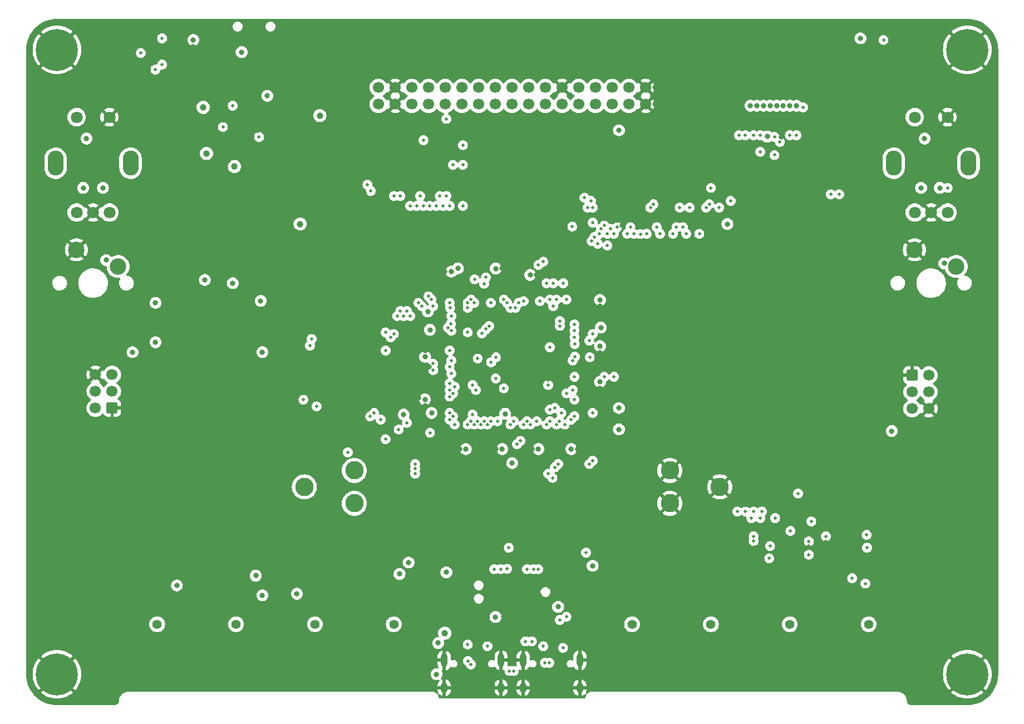
<source format=gbr>
%TF.GenerationSoftware,KiCad,Pcbnew,7.0.8*%
%TF.CreationDate,2023-12-20T15:22:34+01:00*%
%TF.ProjectId,KLST_PANDA,4b4c5354-5f50-4414-9e44-412e6b696361,rev?*%
%TF.SameCoordinates,Original*%
%TF.FileFunction,Copper,L2,Inr*%
%TF.FilePolarity,Positive*%
%FSLAX46Y46*%
G04 Gerber Fmt 4.6, Leading zero omitted, Abs format (unit mm)*
G04 Created by KiCad (PCBNEW 7.0.8) date 2023-12-20 15:22:34*
%MOMM*%
%LPD*%
G01*
G04 APERTURE LIST*
G04 Aperture macros list*
%AMRoundRect*
0 Rectangle with rounded corners*
0 $1 Rounding radius*
0 $2 $3 $4 $5 $6 $7 $8 $9 X,Y pos of 4 corners*
0 Add a 4 corners polygon primitive as box body*
4,1,4,$2,$3,$4,$5,$6,$7,$8,$9,$2,$3,0*
0 Add four circle primitives for the rounded corners*
1,1,$1+$1,$2,$3*
1,1,$1+$1,$4,$5*
1,1,$1+$1,$6,$7*
1,1,$1+$1,$8,$9*
0 Add four rect primitives between the rounded corners*
20,1,$1+$1,$2,$3,$4,$5,0*
20,1,$1+$1,$4,$5,$6,$7,0*
20,1,$1+$1,$6,$7,$8,$9,0*
20,1,$1+$1,$8,$9,$2,$3,0*%
G04 Aperture macros list end*
%TA.AperFunction,WasherPad*%
%ADD10C,1.400000*%
%TD*%
%TA.AperFunction,ComponentPad*%
%ADD11RoundRect,0.250000X-0.600000X-0.600000X0.600000X-0.600000X0.600000X0.600000X-0.600000X0.600000X0*%
%TD*%
%TA.AperFunction,ComponentPad*%
%ADD12C,1.700000*%
%TD*%
%TA.AperFunction,ComponentPad*%
%ADD13C,0.800000*%
%TD*%
%TA.AperFunction,ComponentPad*%
%ADD14C,6.400000*%
%TD*%
%TA.AperFunction,ComponentPad*%
%ADD15RoundRect,0.250000X0.600000X0.600000X-0.600000X0.600000X-0.600000X-0.600000X0.600000X-0.600000X0*%
%TD*%
%TA.AperFunction,ComponentPad*%
%ADD16O,1.000000X2.100000*%
%TD*%
%TA.AperFunction,ComponentPad*%
%ADD17O,1.000000X1.600000*%
%TD*%
%TA.AperFunction,ComponentPad*%
%ADD18C,2.800000*%
%TD*%
%TA.AperFunction,ComponentPad*%
%ADD19O,2.400000X3.800000*%
%TD*%
%TA.AperFunction,ComponentPad*%
%ADD20C,1.800000*%
%TD*%
%TA.AperFunction,ComponentPad*%
%ADD21C,2.500000*%
%TD*%
%TA.AperFunction,ViaPad*%
%ADD22C,0.800000*%
%TD*%
%TA.AperFunction,ViaPad*%
%ADD23C,0.500000*%
%TD*%
%TA.AperFunction,ViaPad*%
%ADD24C,1.000000*%
%TD*%
G04 APERTURE END LIST*
D10*
%TO.N,*%
%TO.C,J16*%
X142500000Y-142400000D03*
%TD*%
%TO.N,*%
%TO.C,J11*%
X82250000Y-142400000D03*
%TD*%
D11*
%TO.N,GND*%
%TO.C,J5*%
X185100000Y-104500000D03*
D12*
%TO.N,_IDC_SERIAL_01_TX*%
X187640000Y-104500000D03*
%TO.N,Net-(D9-K)*%
X185100000Y-107040000D03*
X187640000Y-107040000D03*
%TO.N,_IDC_SERIAL_01_RX*%
X185100000Y-109580000D03*
%TO.N,GND*%
X187640000Y-109580000D03*
%TD*%
D13*
%TO.N,GND*%
%TO.C,H2*%
X191100000Y-55000000D03*
X191802944Y-53302944D03*
X191802944Y-56697056D03*
X193500000Y-52600000D03*
D14*
X193500000Y-55000000D03*
D13*
X193500000Y-57400000D03*
X195197056Y-53302944D03*
X195197056Y-56697056D03*
X195900000Y-55000000D03*
%TD*%
D10*
%TO.N,*%
%TO.C,J19*%
X178500000Y-142400000D03*
%TD*%
%TO.N,*%
%TO.C,J8*%
X106250000Y-142400000D03*
%TD*%
D15*
%TO.N,GND*%
%TO.C,J6*%
X63400000Y-109500000D03*
D12*
%TO.N,_IDC_SERIAL_00_TX*%
X60860000Y-109500000D03*
%TO.N,Net-(D10-K)*%
X63400000Y-106960000D03*
X60860000Y-106960000D03*
%TO.N,_IDC_SERIAL_00_RX*%
X63400000Y-104420000D03*
%TO.N,GND*%
X60860000Y-104420000D03*
%TD*%
D16*
%TO.N,GND*%
%TO.C,J9*%
X125930000Y-147870000D03*
D17*
X125930000Y-152050000D03*
D16*
X134570000Y-147870000D03*
D17*
X134570000Y-152050000D03*
%TD*%
D10*
%TO.N,*%
%TO.C,J7*%
X94250000Y-142400000D03*
%TD*%
D13*
%TO.N,GND*%
%TO.C,H1*%
X52600000Y-55000000D03*
X53302944Y-53302944D03*
X53302944Y-56697056D03*
X55000000Y-52600000D03*
D14*
X55000000Y-55000000D03*
D13*
X55000000Y-57400000D03*
X56697056Y-53302944D03*
X56697056Y-56697056D03*
X57400000Y-55000000D03*
%TD*%
D16*
%TO.N,GND*%
%TO.C,J10*%
X113930000Y-147870000D03*
D17*
X113930000Y-152050000D03*
D16*
X122570000Y-147870000D03*
D17*
X122570000Y-152050000D03*
%TD*%
D13*
%TO.N,GND*%
%TO.C,H4*%
X191100000Y-150000000D03*
X191802944Y-148302944D03*
X191802944Y-151697056D03*
X193500000Y-147600000D03*
D14*
X193500000Y-150000000D03*
D13*
X193500000Y-152400000D03*
X195197056Y-148302944D03*
X195197056Y-151697056D03*
X195900000Y-150000000D03*
%TD*%
D10*
%TO.N,*%
%TO.C,J17*%
X166500000Y-142400000D03*
%TD*%
%TO.N,*%
%TO.C,J18*%
X154500000Y-142400000D03*
%TD*%
D12*
%TO.N,+3.3V*%
%TO.C,J13*%
X103930000Y-63290000D03*
%TO.N,+5V*%
X103930000Y-60750000D03*
%TO.N,GND*%
X106470000Y-63290000D03*
X106470000Y-60750000D03*
%TO.N,GPIO_00_PWM*%
X109010000Y-63290000D03*
%TO.N,GPIO_01_PWM*%
X109010000Y-60750000D03*
%TO.N,GPIO_02_PWM*%
X111550000Y-63290000D03*
%TO.N,GPIO_03_PWM*%
X111550000Y-60750000D03*
%TO.N,GPIO_04_ADC*%
X114090000Y-63290000D03*
%TO.N,GPIO_05_ADC*%
X114090000Y-60750000D03*
%TO.N,GPIO_06*%
X116630000Y-63290000D03*
%TO.N,GPIO_07*%
X116630000Y-60750000D03*
%TO.N,GPIO_08*%
X119170000Y-63290000D03*
%TO.N,GPIO_09*%
X119170000Y-60750000D03*
%TO.N,GPIO_10*%
X121710000Y-63290000D03*
%TO.N,GPIO_11*%
X121710000Y-60750000D03*
%TO.N,GPIO_12*%
X124250000Y-63290000D03*
%TO.N,GPIO_13*%
X124250000Y-60750000D03*
%TO.N,GPIO_14*%
X126790000Y-63290000D03*
%TO.N,GPIO_15*%
X126790000Y-60750000D03*
%TO.N,GPIO_16*%
X129330000Y-63290000D03*
%TO.N,GPIO_17*%
X129330000Y-60750000D03*
%TO.N,GPIO_18_INT*%
X131870000Y-63290000D03*
%TO.N,GND*%
X131870000Y-60750000D03*
%TO.N,SERIAL_USR_RX*%
X134410000Y-63290000D03*
%TO.N,SPI_USR_CS*%
X134410000Y-60750000D03*
%TO.N,SERIAL_USR_TX*%
X136950000Y-63290000D03*
%TO.N,SPI_USR_MISO*%
X136950000Y-60750000D03*
%TO.N,I2C_USR_SDA*%
X139490000Y-63290000D03*
%TO.N,SPI_USR_MOSI*%
X139490000Y-60750000D03*
%TO.N,I2C_USR_SCL*%
X142030000Y-63290000D03*
%TO.N,SPI_USR_SCK*%
X142030000Y-60750000D03*
%TO.N,GND*%
X144570000Y-63290000D03*
X144570000Y-60750000D03*
%TD*%
D10*
%TO.N,*%
%TO.C,J12*%
X70250000Y-142400000D03*
%TD*%
D13*
%TO.N,GND*%
%TO.C,H3*%
X52600000Y-150000000D03*
X53302944Y-148302944D03*
X53302944Y-151697056D03*
X55000000Y-147600000D03*
D14*
X55000000Y-150000000D03*
D13*
X55000000Y-152400000D03*
X56697056Y-148302944D03*
X56697056Y-151697056D03*
X57400000Y-150000000D03*
%TD*%
D18*
%TO.N,GND*%
%TO.C,J4*%
X155850000Y-121500000D03*
X148251000Y-124000000D03*
X148250000Y-119000000D03*
%TD*%
%TO.N,/battery/(BAT_PLUS)*%
%TO.C,J3*%
X92650000Y-121500000D03*
X100249000Y-119000000D03*
X100250000Y-124000000D03*
%TD*%
D19*
%TO.N,*%
%TO.C,SW5*%
X66200000Y-72250000D03*
X54800000Y-72250000D03*
D20*
%TO.N,Net-(C43-Pad1)*%
X63000000Y-79750000D03*
%TO.N,Net-(C41-Pad1)*%
X58000000Y-79750000D03*
%TO.N,GND*%
X60500000Y-79750000D03*
X63000000Y-65250000D03*
%TO.N,Net-(R33-Pad1)*%
X58000000Y-65250000D03*
%TD*%
D19*
%TO.N,*%
%TO.C,SW4*%
X193700000Y-72250000D03*
X182300000Y-72250000D03*
D20*
%TO.N,Net-(C40-Pad1)*%
X190500000Y-79750000D03*
%TO.N,Net-(C38-Pad1)*%
X185500000Y-79750000D03*
%TO.N,GND*%
X188000000Y-79750000D03*
X190500000Y-65250000D03*
%TO.N,Net-(R27-Pad1)*%
X185500000Y-65250000D03*
%TD*%
D21*
%TO.N,Net-(R52-Pad1)*%
%TO.C,SW8*%
X64310000Y-87960000D03*
%TO.N,GND*%
X57960000Y-85420000D03*
%TD*%
%TO.N,Net-(R50-Pad1)*%
%TO.C,SW7*%
X191810000Y-87960000D03*
%TO.N,GND*%
X185460000Y-85420000D03*
%TD*%
D22*
%TO.N,GND*%
X144000000Y-81749978D03*
X170500000Y-62249994D03*
X146000000Y-60750000D03*
D23*
X129750006Y-105250000D03*
D22*
X168500000Y-65500000D03*
D23*
X164250000Y-133500000D03*
D22*
X91000000Y-96800000D03*
X114000000Y-88750000D03*
X119250000Y-139750000D03*
X82250000Y-148749996D03*
X169859500Y-125250000D03*
X88800000Y-96200000D03*
X121750000Y-115750000D03*
X73500000Y-51750000D03*
X106250000Y-132250000D03*
X119497781Y-141250000D03*
X165000000Y-123500000D03*
X124250000Y-141250000D03*
X137625000Y-106500000D03*
X67500000Y-135750000D03*
X70250000Y-148750000D03*
X67750000Y-53500000D03*
X172000000Y-133250000D03*
X177264831Y-54508694D03*
X137625000Y-101068775D03*
X60500000Y-76000000D03*
X73510312Y-57105803D03*
X122730000Y-88250000D03*
X90750000Y-70750000D03*
X83500000Y-67750000D03*
X121750000Y-145500000D03*
D23*
X163601864Y-131503658D03*
D22*
X136225812Y-87475812D03*
X169400000Y-123500000D03*
X116250000Y-115750000D03*
X134250000Y-115750000D03*
X123000000Y-141250000D03*
X110984274Y-109140500D03*
X168000000Y-139500000D03*
X126000000Y-146250000D03*
X132599992Y-133445000D03*
X110999980Y-100750034D03*
X161063407Y-130813407D03*
X166500000Y-139500000D03*
X108500000Y-138000000D03*
X169500000Y-139500000D03*
D23*
X168800000Y-133250020D03*
D22*
X165250000Y-68250000D03*
X178500002Y-148750000D03*
X161000000Y-131750000D03*
X103588434Y-133338438D03*
D23*
X122000000Y-106500000D03*
D22*
X174933058Y-57183058D03*
X134000000Y-143000000D03*
X75750000Y-54500000D03*
X127250000Y-115750000D03*
D23*
X119020000Y-101020000D03*
D22*
X95000000Y-67000000D03*
X110250000Y-96250000D03*
X154250000Y-51750000D03*
X114000000Y-146345003D03*
D23*
X130250000Y-145500000D03*
D22*
X178499996Y-125400000D03*
X127950003Y-89250000D03*
X91338329Y-83553567D03*
X94000000Y-90500000D03*
X108000000Y-107000000D03*
X133500000Y-145500000D03*
X109250000Y-110500000D03*
X172000008Y-130000000D03*
X101750000Y-76750000D03*
X97000000Y-93500000D03*
X111620602Y-103256972D03*
X181000000Y-55500000D03*
X141000000Y-81750000D03*
X124750000Y-133750000D03*
X122052188Y-109418303D03*
D23*
X167199500Y-133899647D03*
D22*
X158250000Y-65500000D03*
X126750000Y-141249996D03*
X137625000Y-93990808D03*
X172000000Y-130975000D03*
X83550000Y-80450000D03*
X106250000Y-148750000D03*
X85500000Y-67250000D03*
X165000000Y-136399986D03*
X88250000Y-89250000D03*
X71379442Y-54500000D03*
X93250000Y-93000000D03*
X154500000Y-148750000D03*
X166500000Y-148750004D03*
X137250000Y-137250000D03*
X95500000Y-75000000D03*
X161999996Y-86000000D03*
X172000000Y-132250000D03*
X97750000Y-87500000D03*
X79500000Y-72000000D03*
X71500000Y-66000000D03*
X172750000Y-54500000D03*
X76500000Y-79500000D03*
X175000000Y-51750000D03*
X71624132Y-62717054D03*
D23*
X123765216Y-101479131D03*
D22*
X174000000Y-133250000D03*
X110750000Y-136590000D03*
X91500000Y-135250000D03*
D23*
X169400000Y-130450003D03*
D22*
X187970622Y-76000000D03*
X146000000Y-63250000D03*
X176250000Y-56250000D03*
X72250000Y-137250000D03*
X78250000Y-87250000D03*
D23*
X127000000Y-102500000D03*
D22*
X142500004Y-148750000D03*
X83250000Y-87250000D03*
X79500000Y-56500000D03*
X132250000Y-116750000D03*
X126679863Y-142700000D03*
X157000000Y-79000000D03*
X110000000Y-108000000D03*
X161000000Y-132750000D03*
D23*
%TO.N,NRST*%
X108250000Y-111750000D03*
X121805325Y-101790691D03*
X121750000Y-105000012D03*
X114749994Y-105750000D03*
%TO.N,/audio_codec/MIC_BIAS*%
X172000000Y-129000000D03*
X167749996Y-122500002D03*
%TO.N,/audio_codec/LINE_OUT_RIGHT*%
X175985000Y-135400000D03*
X178000000Y-136200000D03*
D22*
%TO.N,+3.3VA*%
X112000002Y-110250002D03*
X107750000Y-110500000D03*
X81750000Y-90500000D03*
X86250000Y-101000000D03*
%TO.N,+3.3V*%
X91500000Y-137750000D03*
X62500000Y-87000000D03*
X161500000Y-63500000D03*
X177250000Y-53250000D03*
X86250000Y-138000000D03*
X182000000Y-113000000D03*
X59500000Y-68500000D03*
X163500000Y-63500000D03*
D23*
X129730000Y-105980000D03*
D22*
X107125000Y-134750000D03*
X164500000Y-63500000D03*
X83101041Y-55351041D03*
X160500000Y-63500000D03*
X111433058Y-94816942D03*
D23*
X119020000Y-101980000D03*
D22*
X117199503Y-115750000D03*
D23*
X123000000Y-106500000D03*
D22*
X77500000Y-90000000D03*
X162500000Y-63500000D03*
X165500000Y-63500000D03*
D23*
X169400000Y-129800000D03*
D22*
X127000000Y-89250000D03*
X73250000Y-136500000D03*
D23*
X121055325Y-102540691D03*
D22*
X190000000Y-87500000D03*
X189299643Y-76000000D03*
D23*
X169399996Y-131800000D03*
D22*
X121759272Y-88278597D03*
X115000000Y-88750000D03*
X111001039Y-108191145D03*
X157000000Y-81500000D03*
X167500000Y-63500000D03*
X137625000Y-93041417D03*
X59000000Y-76000000D03*
D23*
X163499996Y-130500000D03*
D22*
X121710014Y-141289984D03*
X75750000Y-53500000D03*
X136500000Y-133500000D03*
X66500000Y-101000000D03*
X137625000Y-105500000D03*
X116000000Y-88250000D03*
X122750000Y-115750000D03*
X111020214Y-101719751D03*
X128250000Y-115750000D03*
X124254442Y-117870558D03*
X85250000Y-135000000D03*
X62000000Y-76000000D03*
X140500052Y-67250000D03*
X187000000Y-68500000D03*
X114250000Y-134500000D03*
X111748981Y-97600541D03*
X133250000Y-115750000D03*
D23*
X130000000Y-100250000D03*
D22*
X108500000Y-133000000D03*
X166500000Y-63500000D03*
X123192042Y-110375000D03*
D23*
X163375006Y-132375006D03*
D22*
X186468777Y-76000012D03*
X137625000Y-100068783D03*
X163054992Y-68195008D03*
D23*
%TO.N,_DISPLAY_ON_OFF*%
X139750000Y-83000000D03*
X119000000Y-111500000D03*
%TO.N,_CARD_SDMMC_CK*%
X164155000Y-68250000D03*
X164154999Y-71000000D03*
%TO.N,Net-(D1-K)*%
X180750000Y-53500000D03*
%TO.N,_CARD_SDMMC_CHIP_DETECT*%
X168500000Y-63750000D03*
%TO.N,_ENCODER_00_BUTTON*%
X133750000Y-96750000D03*
X172750000Y-77000000D03*
%TO.N,_ENCODER_01_BUTTON*%
X109500000Y-118000000D03*
X132250000Y-112000000D03*
X131250000Y-118000000D03*
X94500000Y-109250000D03*
%TO.N,_BUTTON_PROGRAMMER*%
X135500000Y-131500000D03*
X121997911Y-111507478D03*
%TO.N,/audio_codec/(MIC_IN_LEFT)*%
X161000000Y-129000000D03*
X164250000Y-126250006D03*
%TO.N,_MECH_BUTTON_00*%
X138250000Y-104750000D03*
X139750000Y-104750000D03*
%TO.N,_LED_01*%
X130750000Y-118500000D03*
X69999950Y-58000000D03*
X109500000Y-118750000D03*
X131750000Y-110250000D03*
X92500000Y-108250000D03*
%TO.N,_CARD_SDMMC_D0*%
X166500000Y-68000000D03*
%TO.N,_CARD_SDMMC_D1*%
X164997017Y-69008949D03*
X167500000Y-68000000D03*
%TO.N,_CARD_SDMMC_D2*%
X159750000Y-68000000D03*
%TO.N,_CARD_SDMMC_D3*%
X161000000Y-68000000D03*
X158750000Y-68000000D03*
%TO.N,_CARD_SDMMC_CMD*%
X162000000Y-70499999D03*
X162000000Y-68000000D03*
%TO.N,_LED_00*%
X136500000Y-110250000D03*
%TO.N,Net-(D2-K)*%
X67750000Y-55500000D03*
%TO.N,/audio_codec/(MIC_IN_RIGHT)*%
X160999983Y-129750000D03*
X169750002Y-126750000D03*
D22*
%TO.N,/battery/(BAT_PLUS)*%
X70000000Y-93500000D03*
X70000000Y-99500000D03*
D24*
%TO.N,+5V*%
X113999984Y-143750000D03*
X92000000Y-81500000D03*
D22*
%TO.N,/USB/VBUS_HOST_OUT*%
X86000000Y-93200000D03*
X112999998Y-145250006D03*
D23*
%TO.N,/USB/USB_CONNECTOR_MINUS*%
X129250000Y-148250000D03*
X131500012Y-141750000D03*
X117525500Y-148000000D03*
X123845701Y-149490510D03*
%TO.N,_SWD_IO*%
X130000000Y-109750000D03*
X131500000Y-97000000D03*
X129750000Y-119500000D03*
%TO.N,_SWD_CLK*%
X131500000Y-96249998D03*
X130374997Y-120125003D03*
X130741116Y-109491116D03*
%TO.N,_SWD_OUT*%
X123750000Y-130749978D03*
X118250000Y-110500000D03*
X121000000Y-93500000D03*
%TO.N,/USB/USB_CONNECTOR_PLUS*%
X124508824Y-149500000D03*
X118000000Y-148500000D03*
X129902713Y-148250944D03*
X132500000Y-141250000D03*
%TO.N,_AUDIO_CODEC_I2C_SCL*%
X159749987Y-125250013D03*
X124000000Y-112000000D03*
X139250000Y-82250000D03*
%TO.N,_AUDIO_CODEC_I2C_SDA*%
X138750000Y-83000000D03*
X124500000Y-111500000D03*
X158500000Y-125250000D03*
%TO.N,_IDC_SERIAL_00_TX*%
X110000000Y-93500000D03*
X93750003Y-98999994D03*
X111500008Y-92500000D03*
%TO.N,_IDC_SERIAL_00_RX*%
X110500000Y-94000000D03*
X111975000Y-93000000D03*
X93500000Y-100000000D03*
%TO.N,_IDC_SERIAL_01_TX*%
X125500000Y-114500000D03*
%TO.N,_IDC_SERIAL_01_RX*%
X125000000Y-115000000D03*
%TO.N,Net-(J9-CC1)*%
X127250000Y-145000000D03*
X128991051Y-145752983D03*
D22*
%TO.N,_USB_DEVICE_HOST_VBUS*%
X131250000Y-139750000D03*
X140500000Y-112750000D03*
X137750000Y-97250000D03*
X112750000Y-150000000D03*
X140500000Y-109500000D03*
X87000000Y-62000000D03*
D23*
%TO.N,BOOT0*%
X104250000Y-111250000D03*
X105000000Y-98000000D03*
X107000000Y-112750000D03*
X118500000Y-93500000D03*
%TO.N,_EXT_MEMORY_CHIP_SELECT*%
X133449500Y-102250000D03*
%TO.N,_EXT_MEMORY_CLK*%
X115000000Y-104250000D03*
%TO.N,_EXT_MEMORY_DQS*%
X119500000Y-112000000D03*
%TO.N,_EXT_MEMORY_A2*%
X133750002Y-110750000D03*
%TO.N,_EXT_MEMORY_A1*%
X132500000Y-107250000D03*
%TO.N,_EXT_MEMORY_A0*%
X133250000Y-111250000D03*
%TO.N,_EXT_MEMORY_A3*%
X115000000Y-102250000D03*
%TO.N,_EXT_MEMORY_A4*%
X126000000Y-112000000D03*
%TO.N,_EXT_MEMORY_A7*%
X128000000Y-111500000D03*
%TO.N,_EXT_MEMORY_A6*%
X127000000Y-112000000D03*
%TO.N,_EXT_MEMORY_A5*%
X126500000Y-111500000D03*
%TO.N,_ENCODER_00_A*%
X174009996Y-76989996D03*
X133750000Y-97750000D03*
%TO.N,_ENCODER_00_B*%
X190500006Y-76000000D03*
X136500000Y-117500000D03*
%TO.N,_ENCODER_01_A*%
X114750000Y-110250000D03*
X103250000Y-110250000D03*
%TO.N,_ENCODER_01_B*%
X115250000Y-110750000D03*
X102669067Y-110790467D03*
%TO.N,_MIDI_ANALOG_IN*%
X130500000Y-94000008D03*
X105750000Y-98749998D03*
%TO.N,_AUDIO_MIC_CLK*%
X70999994Y-57250000D03*
%TO.N,_AUDIO_CODEC_SAI_SD_OUT*%
X114806203Y-94239508D03*
X160662868Y-126241822D03*
%TO.N,GPIO_11*%
X112247911Y-94007478D03*
X110750000Y-68750000D03*
%TO.N,GPIO_10*%
X114950000Y-96689644D03*
X110250000Y-77250000D03*
%TO.N,GPIO_09*%
X109750000Y-78750000D03*
X114500000Y-97250000D03*
%TO.N,GPIO_08*%
X115000000Y-97750000D03*
X114250000Y-65500000D03*
X108750000Y-78750000D03*
%TO.N,GPIO_03_PWM*%
X108750000Y-95500000D03*
%TO.N,GPIO_02_PWM*%
X108250000Y-94750000D03*
X107250000Y-77250000D03*
%TO.N,GPIO_01_PWM*%
X107750000Y-95500000D03*
%TO.N,GPIO_00_PWM*%
X107250000Y-94750000D03*
%TO.N,GPIO_07*%
X106250000Y-77250000D03*
X106750000Y-95500000D03*
%TO.N,_ADC_USR*%
X105000008Y-100750000D03*
X114750030Y-100750000D03*
%TO.N,_AUDIO_CODEC_SAI_MCLK*%
X112250000Y-102750000D03*
X166600000Y-128200000D03*
%TO.N,_AUDIO_CODEC_SAI_SCK*%
X114725000Y-103250000D03*
X162249990Y-125250000D03*
%TO.N,_AUDIO_CODEC_SAI_FS*%
X162008876Y-126258884D03*
X112249988Y-103750000D03*
%TO.N,SPI_USR_MISO*%
X118250000Y-106000000D03*
X116750000Y-72500000D03*
X124000000Y-94250000D03*
X115261396Y-107250000D03*
X114250000Y-77250000D03*
%TO.N,SPI_USR_MOSI*%
X118750000Y-106750000D03*
X124750000Y-94250000D03*
X114750000Y-78750000D03*
X114749993Y-107749993D03*
%TO.N,SERIAL_USR_RX*%
X118525500Y-89894977D03*
X115500000Y-112000000D03*
%TO.N,_DAC_USR*%
X105000000Y-114250000D03*
X111750000Y-113250000D03*
%TO.N,Net-(J9-CC2)*%
X132000000Y-146000000D03*
X126250000Y-145000000D03*
%TO.N,_AUDIO_CODEC_SAI_SD_IN*%
X161000000Y-125250000D03*
X120989860Y-111510140D03*
%TO.N,GPIO_05_ADC*%
X114750000Y-93500000D03*
%TO.N,GPIO_04_ADC*%
X117500000Y-98000000D03*
%TO.N,GPIO_17*%
X111724500Y-78750000D03*
X117500000Y-94250000D03*
%TO.N,_MECH_BUTTON_01*%
X133750000Y-104750000D03*
X99250000Y-116250000D03*
X109500008Y-119500000D03*
X136000000Y-118000000D03*
%TO.N,GPIO_16*%
X112724500Y-78750000D03*
X120250000Y-97500000D03*
%TO.N,GPIO_15*%
X113250000Y-77250000D03*
X120750000Y-97000000D03*
X116750000Y-69500000D03*
%TO.N,GPIO_14*%
X125250000Y-93500000D03*
X115250000Y-72500000D03*
%TO.N,GPIO_13*%
X126000000Y-93250000D03*
%TO.N,_MIDI_ANALOG_OUT*%
X106250000Y-98250002D03*
X130000000Y-92999954D03*
%TO.N,SPI_USR_SCK*%
X129000000Y-87250000D03*
%TO.N,GPIO_12*%
X128475500Y-93250000D03*
%TO.N,SERIAL_USR_TX*%
X128250000Y-87750000D03*
%TO.N,SPI_USR_CS*%
X120250000Y-89625500D03*
X113750000Y-78750000D03*
%TO.N,_AUDIO_MIC_DATA*%
X70999994Y-53249982D03*
%TO.N,_DISPLAY_BACKLIGHT_PWM*%
X133750000Y-98750000D03*
%TO.N,/display/DISPLAY_CATHODE_MINUS_OUT*%
X102749998Y-76500000D03*
X154500000Y-76000000D03*
%TO.N,/display/DISPLAY_ANODE_PLUS_22V_OUT*%
X157500000Y-78000000D03*
X102250000Y-75500000D03*
%TO.N,_DISPLAY_LTDC_R0*%
X123475000Y-93500000D03*
X133414124Y-81914124D03*
%TO.N,_DISPLAY_LTDC_R1*%
X155750000Y-79000004D03*
X114750000Y-111250012D03*
%TO.N,_DISPLAY_LTDC_R2*%
X132050000Y-90500018D03*
X137250000Y-84500000D03*
%TO.N,_DISPLAY_LTDC_R3*%
X132500000Y-93000004D03*
X138750000Y-84775000D03*
%TO.N,_DISPLAY_LTDC_R4*%
X135250000Y-77500000D03*
X117500000Y-112000000D03*
X154250000Y-78500018D03*
X135741228Y-79000000D03*
%TO.N,_DISPLAY_LTDC_R5*%
X115500012Y-106244788D03*
X153750000Y-79000000D03*
%TO.N,_DISPLAY_LTDC_R6*%
X136349258Y-84118078D03*
X131000000Y-93000000D03*
%TO.N,_DISPLAY_LTDC_R7*%
X131000000Y-112000000D03*
X152725000Y-83000000D03*
%TO.N,_DISPLAY_LTDC_G0*%
X136750000Y-83499500D03*
X120500000Y-112000000D03*
%TO.N,_DISPLAY_LTDC_G1*%
X137502171Y-82975000D03*
X120000000Y-111500000D03*
%TO.N,_DISPLAY_LTDC_G2*%
X118000011Y-111500011D03*
X136500006Y-79000000D03*
X136250000Y-78000000D03*
X151250000Y-79000000D03*
%TO.N,_DISPLAY_LTDC_G3*%
X150750000Y-83000000D03*
X136500000Y-98250000D03*
%TO.N,_DISPLAY_LTDC_G4*%
X150250000Y-82000000D03*
X131427707Y-111479191D03*
%TO.N,_DISPLAY_LTDC_G5*%
X114750000Y-106749988D03*
X149750000Y-79000006D03*
%TO.N,_DISPLAY_LTDC_G6*%
X149250000Y-82000000D03*
X135975716Y-99251335D03*
%TO.N,_DISPLAY_LTDC_G7*%
X148739860Y-82989860D03*
X136049500Y-101750000D03*
%TO.N,_DISPLAY_LTDC_B0*%
X123000000Y-93000000D03*
X136511001Y-81301751D03*
%TO.N,_DISPLAY_LTDC_B1*%
X137752392Y-82252392D03*
X130500000Y-90500000D03*
%TO.N,_DISPLAY_LTDC_B2*%
X138250000Y-81750000D03*
X129510536Y-90509744D03*
%TO.N,_DISPLAY_LTDC_B3*%
X146750000Y-83000000D03*
X133750026Y-108250000D03*
%TO.N,_DISPLAY_LTDC_B4*%
X129500000Y-112000000D03*
X146250000Y-82000000D03*
%TO.N,_DISPLAY_LTDC_B5*%
X120000000Y-90574500D03*
X145750000Y-78500000D03*
%TO.N,_DISPLAY_LTDC_B6*%
X118000000Y-92999994D03*
X145274538Y-79000000D03*
%TO.N,_DISPLAY_LTDC_B7*%
X144750000Y-82997911D03*
X117500000Y-93500000D03*
%TO.N,_DISPLAY_LTDC_CLK*%
X133784075Y-101693302D03*
X143750000Y-83023807D03*
%TO.N,_DISPLAY_LTDC_HSYNC*%
X142739860Y-82989860D03*
X133775000Y-99769786D03*
%TO.N,_DISPLAY_LTDC_VSYNC*%
X142236056Y-82000000D03*
X118500000Y-112000000D03*
%TO.N,_DISPLAY_LTDC_DE*%
X141750000Y-83000000D03*
X130000000Y-111500000D03*
%TO.N,_DISPLAY_TOUCH_INTERRUPT*%
X140241051Y-82002983D03*
X133491129Y-106741129D03*
D24*
%TO.N,/battery/BAT*%
X95000010Y-65000000D03*
D23*
%TO.N,/battery/LX*%
X85750000Y-68250014D03*
D24*
%TO.N,/battery/+5V_OUT*%
X82000000Y-72750000D03*
X77750000Y-70750000D03*
X77250000Y-63750000D03*
D23*
%TO.N,Net-(J10-CC2)*%
X117500000Y-145500000D03*
X120500000Y-145750000D03*
%TO.N,GPIO_18_INT*%
X116750000Y-78750000D03*
X110750000Y-78750000D03*
X115000000Y-95500000D03*
%TO.N,GPIO_06*%
X119644917Y-98144917D03*
%TO.N,/programmer/SWD_IO*%
X121500000Y-134000000D03*
%TO.N,/programmer/SWD_CLK*%
X122500000Y-134000000D03*
%TO.N,/programmer/SWD_OUT*%
X123507371Y-133982800D03*
%TO.N,/programmer/SERIAL_RX*%
X127500000Y-134000000D03*
%TO.N,/programmer/SERIAL_TX*%
X128250000Y-134000000D03*
%TO.N,/audio_codec/(LINE_IN_RIGHT)*%
X178250000Y-130750000D03*
X178200000Y-128800000D03*
%TO.N,/battery/(LED_CHRG)*%
X80250000Y-66750000D03*
%TO.N,/battery/(LED_STDBY)*%
X81750000Y-63500000D03*
%TO.N,/programmer/RST*%
X126500000Y-134000000D03*
%TD*%
%TA.AperFunction,Conductor*%
%TO.N,GND*%
G36*
X56856420Y-151502867D02*
G01*
X56794601Y-151461561D01*
X56721680Y-151447056D01*
X56672432Y-151447056D01*
X56599511Y-151461561D01*
X56516816Y-151516816D01*
X56461561Y-151599511D01*
X56442158Y-151697056D01*
X56461561Y-151794601D01*
X56502867Y-151856420D01*
X55944180Y-151297733D01*
X56134870Y-151134870D01*
X56297733Y-150944180D01*
X56856420Y-151502867D01*
G37*
%TD.AperFunction*%
%TA.AperFunction,Conductor*%
G36*
X53865130Y-151134870D02*
G01*
X54055819Y-151297733D01*
X53497135Y-151856416D01*
X53538439Y-151794601D01*
X53557842Y-151697056D01*
X53538439Y-151599511D01*
X53483184Y-151516816D01*
X53400489Y-151461561D01*
X53327568Y-151447056D01*
X53278320Y-151447056D01*
X53205399Y-151461561D01*
X53143577Y-151502868D01*
X53702266Y-150944180D01*
X53865130Y-151134870D01*
G37*
%TD.AperFunction*%
%TA.AperFunction,Conductor*%
G36*
X54055819Y-148702266D02*
G01*
X53865130Y-148865130D01*
X53702266Y-149055818D01*
X53143582Y-148497134D01*
X53205399Y-148538439D01*
X53278320Y-148552944D01*
X53327568Y-148552944D01*
X53400489Y-148538439D01*
X53483184Y-148483184D01*
X53538439Y-148400489D01*
X53557842Y-148302944D01*
X53538439Y-148205399D01*
X53497133Y-148143581D01*
X54055819Y-148702266D01*
G37*
%TD.AperFunction*%
%TA.AperFunction,Conductor*%
G36*
X56461561Y-148205399D02*
G01*
X56442158Y-148302944D01*
X56461561Y-148400489D01*
X56516816Y-148483184D01*
X56599511Y-148538439D01*
X56672432Y-148552944D01*
X56721680Y-148552944D01*
X56794601Y-148538439D01*
X56856415Y-148497135D01*
X56297732Y-149055818D01*
X56134870Y-148865130D01*
X55944180Y-148702266D01*
X56502867Y-148143578D01*
X56461561Y-148205399D01*
G37*
%TD.AperFunction*%
%TA.AperFunction,Conductor*%
G36*
X195356420Y-151502867D02*
G01*
X195294601Y-151461561D01*
X195221680Y-151447056D01*
X195172432Y-151447056D01*
X195099511Y-151461561D01*
X195016816Y-151516816D01*
X194961561Y-151599511D01*
X194942158Y-151697056D01*
X194961561Y-151794601D01*
X195002867Y-151856420D01*
X194444180Y-151297733D01*
X194634870Y-151134870D01*
X194797733Y-150944180D01*
X195356420Y-151502867D01*
G37*
%TD.AperFunction*%
%TA.AperFunction,Conductor*%
G36*
X192365130Y-151134870D02*
G01*
X192555819Y-151297733D01*
X191997135Y-151856416D01*
X192038439Y-151794601D01*
X192057842Y-151697056D01*
X192038439Y-151599511D01*
X191983184Y-151516816D01*
X191900489Y-151461561D01*
X191827568Y-151447056D01*
X191778320Y-151447056D01*
X191705399Y-151461561D01*
X191643577Y-151502868D01*
X192202266Y-150944180D01*
X192365130Y-151134870D01*
G37*
%TD.AperFunction*%
%TA.AperFunction,Conductor*%
G36*
X192555819Y-148702266D02*
G01*
X192365130Y-148865130D01*
X192202266Y-149055818D01*
X191643582Y-148497134D01*
X191705399Y-148538439D01*
X191778320Y-148552944D01*
X191827568Y-148552944D01*
X191900489Y-148538439D01*
X191983184Y-148483184D01*
X192038439Y-148400489D01*
X192057842Y-148302944D01*
X192038439Y-148205399D01*
X191997133Y-148143581D01*
X192555819Y-148702266D01*
G37*
%TD.AperFunction*%
%TA.AperFunction,Conductor*%
G36*
X194961561Y-148205399D02*
G01*
X194942158Y-148302944D01*
X194961561Y-148400489D01*
X195016816Y-148483184D01*
X195099511Y-148538439D01*
X195172432Y-148552944D01*
X195221680Y-148552944D01*
X195294601Y-148538439D01*
X195356415Y-148497135D01*
X194797732Y-149055818D01*
X194634870Y-148865130D01*
X194444180Y-148702266D01*
X195002867Y-148143578D01*
X194961561Y-148205399D01*
G37*
%TD.AperFunction*%
%TA.AperFunction,Conductor*%
G36*
X186454855Y-107706546D02*
G01*
X186471575Y-107725842D01*
X186601500Y-107911395D01*
X186601505Y-107911401D01*
X186768599Y-108078495D01*
X186924166Y-108187424D01*
X186954594Y-108208730D01*
X186998218Y-108263307D01*
X187005411Y-108332806D01*
X186973889Y-108395160D01*
X186954593Y-108411880D01*
X186878626Y-108465072D01*
X186878625Y-108465072D01*
X187507466Y-109093913D01*
X187497685Y-109095320D01*
X187366900Y-109155048D01*
X187258239Y-109249202D01*
X187180507Y-109370156D01*
X187156923Y-109450475D01*
X186525073Y-108818626D01*
X186471881Y-108894594D01*
X186417304Y-108938219D01*
X186347806Y-108945413D01*
X186285451Y-108913891D01*
X186268730Y-108894594D01*
X186138494Y-108708597D01*
X185971402Y-108541506D01*
X185971396Y-108541501D01*
X185785842Y-108411575D01*
X185742217Y-108356998D01*
X185735023Y-108287500D01*
X185766546Y-108225145D01*
X185785842Y-108208425D01*
X185876215Y-108145145D01*
X185971401Y-108078495D01*
X186138495Y-107911401D01*
X186268425Y-107725842D01*
X186323002Y-107682217D01*
X186392500Y-107675023D01*
X186454855Y-107706546D01*
G37*
%TD.AperFunction*%
%TA.AperFunction,Conductor*%
G36*
X61974925Y-105181373D02*
G01*
X62028119Y-105105405D01*
X62082696Y-105061781D01*
X62152195Y-105054588D01*
X62214549Y-105086110D01*
X62231269Y-105105405D01*
X62361505Y-105291401D01*
X62361506Y-105291402D01*
X62528597Y-105458493D01*
X62528603Y-105458498D01*
X62714158Y-105588425D01*
X62757783Y-105643002D01*
X62764977Y-105712500D01*
X62733454Y-105774855D01*
X62714158Y-105791575D01*
X62528597Y-105921505D01*
X62361505Y-106088597D01*
X62231575Y-106274158D01*
X62176998Y-106317783D01*
X62107500Y-106324977D01*
X62045145Y-106293454D01*
X62028425Y-106274158D01*
X61898494Y-106088597D01*
X61731402Y-105921506D01*
X61731401Y-105921505D01*
X61545405Y-105791269D01*
X61501781Y-105736692D01*
X61494588Y-105667193D01*
X61526110Y-105604839D01*
X61545405Y-105588119D01*
X61621373Y-105534925D01*
X60992533Y-104906086D01*
X61002315Y-104904680D01*
X61133100Y-104844952D01*
X61241761Y-104750798D01*
X61319493Y-104629844D01*
X61343076Y-104549524D01*
X61974925Y-105181373D01*
G37*
%TD.AperFunction*%
%TA.AperFunction,Conductor*%
G36*
X106010507Y-60959844D02*
G01*
X106088239Y-61080798D01*
X106196900Y-61174952D01*
X106327685Y-61234680D01*
X106337466Y-61236086D01*
X105708625Y-61864925D01*
X105785031Y-61918425D01*
X105828655Y-61973002D01*
X105835848Y-62042501D01*
X105804326Y-62104855D01*
X105785029Y-62121576D01*
X105708625Y-62175072D01*
X106337466Y-62803913D01*
X106327685Y-62805320D01*
X106196900Y-62865048D01*
X106088239Y-62959202D01*
X106010507Y-63080156D01*
X105986923Y-63160476D01*
X105355073Y-62528626D01*
X105301881Y-62604594D01*
X105247304Y-62648219D01*
X105177806Y-62655413D01*
X105115451Y-62623891D01*
X105098730Y-62604594D01*
X104968494Y-62418597D01*
X104801402Y-62251506D01*
X104801396Y-62251501D01*
X104615842Y-62121575D01*
X104572217Y-62066998D01*
X104565023Y-61997500D01*
X104596546Y-61935145D01*
X104615842Y-61918425D01*
X104692248Y-61864925D01*
X104801401Y-61788495D01*
X104968495Y-61621401D01*
X105098732Y-61435403D01*
X105153307Y-61391780D01*
X105222805Y-61384586D01*
X105285160Y-61416109D01*
X105301880Y-61435405D01*
X105355073Y-61511373D01*
X105986923Y-60879523D01*
X106010507Y-60959844D01*
G37*
%TD.AperFunction*%
%TA.AperFunction,Conductor*%
G36*
X144110507Y-60959844D02*
G01*
X144188239Y-61080798D01*
X144296900Y-61174952D01*
X144427685Y-61234680D01*
X144437466Y-61236086D01*
X143808625Y-61864925D01*
X143885031Y-61918425D01*
X143928655Y-61973002D01*
X143935848Y-62042501D01*
X143904326Y-62104855D01*
X143885029Y-62121576D01*
X143808625Y-62175072D01*
X144437466Y-62803913D01*
X144427685Y-62805320D01*
X144296900Y-62865048D01*
X144188239Y-62959202D01*
X144110507Y-63080156D01*
X144086923Y-63160476D01*
X143455073Y-62528626D01*
X143401881Y-62604594D01*
X143347304Y-62648219D01*
X143277806Y-62655413D01*
X143215451Y-62623891D01*
X143198730Y-62604594D01*
X143068494Y-62418597D01*
X142901402Y-62251506D01*
X142901396Y-62251501D01*
X142715842Y-62121575D01*
X142672217Y-62066998D01*
X142665023Y-61997500D01*
X142696546Y-61935145D01*
X142715842Y-61918425D01*
X142792248Y-61864925D01*
X142901401Y-61788495D01*
X143068495Y-61621401D01*
X143198732Y-61435403D01*
X143253307Y-61391780D01*
X143322805Y-61384586D01*
X143385160Y-61416109D01*
X143401880Y-61435405D01*
X143455073Y-61511373D01*
X144086923Y-60879523D01*
X144110507Y-60959844D01*
G37*
%TD.AperFunction*%
%TA.AperFunction,Conductor*%
G36*
X107584925Y-61511373D02*
G01*
X107638119Y-61435405D01*
X107692696Y-61391781D01*
X107762195Y-61384588D01*
X107824549Y-61416110D01*
X107841269Y-61435405D01*
X107971505Y-61621401D01*
X107971506Y-61621402D01*
X108138597Y-61788493D01*
X108138603Y-61788498D01*
X108324158Y-61918425D01*
X108367783Y-61973002D01*
X108374977Y-62042500D01*
X108343454Y-62104855D01*
X108324158Y-62121575D01*
X108138597Y-62251505D01*
X107971505Y-62418597D01*
X107841269Y-62604595D01*
X107786692Y-62648220D01*
X107717194Y-62655414D01*
X107654839Y-62623891D01*
X107638119Y-62604595D01*
X107584925Y-62528626D01*
X107584925Y-62528625D01*
X106953076Y-63160475D01*
X106929493Y-63080156D01*
X106851761Y-62959202D01*
X106743100Y-62865048D01*
X106612315Y-62805320D01*
X106602533Y-62803913D01*
X107231373Y-62175073D01*
X107154969Y-62121576D01*
X107111344Y-62066999D01*
X107104150Y-61997501D01*
X107135672Y-61935146D01*
X107154968Y-61918425D01*
X107231373Y-61864925D01*
X106602533Y-61236086D01*
X106612315Y-61234680D01*
X106743100Y-61174952D01*
X106851761Y-61080798D01*
X106929493Y-60959844D01*
X106953076Y-60879524D01*
X107584925Y-61511373D01*
G37*
%TD.AperFunction*%
%TA.AperFunction,Conductor*%
G36*
X131410507Y-60959844D02*
G01*
X131488239Y-61080798D01*
X131596900Y-61174952D01*
X131727685Y-61234680D01*
X131737466Y-61236086D01*
X131108625Y-61864925D01*
X131184594Y-61918119D01*
X131228219Y-61972696D01*
X131235413Y-62042194D01*
X131203890Y-62104549D01*
X131184595Y-62121269D01*
X130998594Y-62251508D01*
X130831505Y-62418597D01*
X130701575Y-62604158D01*
X130646998Y-62647783D01*
X130577500Y-62654977D01*
X130515145Y-62623454D01*
X130498425Y-62604158D01*
X130368494Y-62418597D01*
X130201402Y-62251506D01*
X130201396Y-62251501D01*
X130015842Y-62121575D01*
X129972217Y-62066998D01*
X129965023Y-61997500D01*
X129996546Y-61935145D01*
X130015842Y-61918425D01*
X130092248Y-61864925D01*
X130201401Y-61788495D01*
X130368495Y-61621401D01*
X130498732Y-61435403D01*
X130553307Y-61391780D01*
X130622805Y-61384586D01*
X130685160Y-61416109D01*
X130701880Y-61435405D01*
X130755073Y-61511373D01*
X131386923Y-60879523D01*
X131410507Y-60959844D01*
G37*
%TD.AperFunction*%
%TA.AperFunction,Conductor*%
G36*
X132984925Y-61511373D02*
G01*
X133038119Y-61435405D01*
X133092696Y-61391781D01*
X133162195Y-61384588D01*
X133224549Y-61416110D01*
X133241269Y-61435405D01*
X133371505Y-61621401D01*
X133371506Y-61621402D01*
X133538597Y-61788493D01*
X133538603Y-61788498D01*
X133724158Y-61918425D01*
X133767783Y-61973002D01*
X133774977Y-62042500D01*
X133743454Y-62104855D01*
X133724158Y-62121575D01*
X133538597Y-62251505D01*
X133371505Y-62418597D01*
X133241575Y-62604158D01*
X133186998Y-62647783D01*
X133117500Y-62654977D01*
X133055145Y-62623454D01*
X133038425Y-62604158D01*
X132908494Y-62418597D01*
X132741402Y-62251506D01*
X132741401Y-62251505D01*
X132555405Y-62121269D01*
X132511781Y-62066692D01*
X132504588Y-61997193D01*
X132536110Y-61934839D01*
X132555405Y-61918119D01*
X132631373Y-61864925D01*
X132002533Y-61236086D01*
X132012315Y-61234680D01*
X132143100Y-61174952D01*
X132251761Y-61080798D01*
X132329493Y-60959844D01*
X132353076Y-60879524D01*
X132984925Y-61511373D01*
G37*
%TD.AperFunction*%
%TA.AperFunction,Conductor*%
G36*
X56856420Y-56502867D02*
G01*
X56794601Y-56461561D01*
X56721680Y-56447056D01*
X56672432Y-56447056D01*
X56599511Y-56461561D01*
X56516816Y-56516816D01*
X56461561Y-56599511D01*
X56442158Y-56697056D01*
X56461561Y-56794601D01*
X56502867Y-56856420D01*
X55944180Y-56297733D01*
X56134870Y-56134870D01*
X56297733Y-55944180D01*
X56856420Y-56502867D01*
G37*
%TD.AperFunction*%
%TA.AperFunction,Conductor*%
G36*
X53865130Y-56134870D02*
G01*
X54055819Y-56297733D01*
X53497135Y-56856416D01*
X53538439Y-56794601D01*
X53557842Y-56697056D01*
X53538439Y-56599511D01*
X53483184Y-56516816D01*
X53400489Y-56461561D01*
X53327568Y-56447056D01*
X53278320Y-56447056D01*
X53205399Y-56461561D01*
X53143577Y-56502868D01*
X53702266Y-55944180D01*
X53865130Y-56134870D01*
G37*
%TD.AperFunction*%
%TA.AperFunction,Conductor*%
G36*
X54055819Y-53702266D02*
G01*
X53865130Y-53865130D01*
X53702266Y-54055818D01*
X53143582Y-53497134D01*
X53205399Y-53538439D01*
X53278320Y-53552944D01*
X53327568Y-53552944D01*
X53400489Y-53538439D01*
X53483184Y-53483184D01*
X53538439Y-53400489D01*
X53557842Y-53302944D01*
X53538439Y-53205399D01*
X53497133Y-53143581D01*
X54055819Y-53702266D01*
G37*
%TD.AperFunction*%
%TA.AperFunction,Conductor*%
G36*
X56461561Y-53205399D02*
G01*
X56442158Y-53302944D01*
X56461561Y-53400489D01*
X56516816Y-53483184D01*
X56599511Y-53538439D01*
X56672432Y-53552944D01*
X56721680Y-53552944D01*
X56794601Y-53538439D01*
X56856415Y-53497135D01*
X56297732Y-54055818D01*
X56134870Y-53865130D01*
X55944180Y-53702266D01*
X56502867Y-53143578D01*
X56461561Y-53205399D01*
G37*
%TD.AperFunction*%
%TA.AperFunction,Conductor*%
G36*
X195356420Y-56502867D02*
G01*
X195294601Y-56461561D01*
X195221680Y-56447056D01*
X195172432Y-56447056D01*
X195099511Y-56461561D01*
X195016816Y-56516816D01*
X194961561Y-56599511D01*
X194942158Y-56697056D01*
X194961561Y-56794601D01*
X195002867Y-56856420D01*
X194444180Y-56297733D01*
X194634870Y-56134870D01*
X194797733Y-55944180D01*
X195356420Y-56502867D01*
G37*
%TD.AperFunction*%
%TA.AperFunction,Conductor*%
G36*
X192365130Y-56134870D02*
G01*
X192555819Y-56297733D01*
X191997135Y-56856416D01*
X192038439Y-56794601D01*
X192057842Y-56697056D01*
X192038439Y-56599511D01*
X191983184Y-56516816D01*
X191900489Y-56461561D01*
X191827568Y-56447056D01*
X191778320Y-56447056D01*
X191705399Y-56461561D01*
X191643577Y-56502868D01*
X192202266Y-55944180D01*
X192365130Y-56134870D01*
G37*
%TD.AperFunction*%
%TA.AperFunction,Conductor*%
G36*
X192555819Y-53702266D02*
G01*
X192365130Y-53865130D01*
X192202266Y-54055818D01*
X191643582Y-53497134D01*
X191705399Y-53538439D01*
X191778320Y-53552944D01*
X191827568Y-53552944D01*
X191900489Y-53538439D01*
X191983184Y-53483184D01*
X192038439Y-53400489D01*
X192057842Y-53302944D01*
X192038439Y-53205399D01*
X191997133Y-53143581D01*
X192555819Y-53702266D01*
G37*
%TD.AperFunction*%
%TA.AperFunction,Conductor*%
G36*
X194961561Y-53205399D02*
G01*
X194942158Y-53302944D01*
X194961561Y-53400489D01*
X195016816Y-53483184D01*
X195099511Y-53538439D01*
X195172432Y-53552944D01*
X195221680Y-53552944D01*
X195294601Y-53538439D01*
X195356415Y-53497135D01*
X194797732Y-54055818D01*
X194634870Y-53865130D01*
X194444180Y-53702266D01*
X195002867Y-53143578D01*
X194961561Y-53205399D01*
G37*
%TD.AperFunction*%
%TA.AperFunction,Conductor*%
G36*
X193906905Y-50318265D02*
G01*
X193912257Y-50318734D01*
X194313381Y-50371543D01*
X194318697Y-50372481D01*
X194713680Y-50460047D01*
X194718892Y-50461443D01*
X195104745Y-50583102D01*
X195109826Y-50584951D01*
X195483612Y-50739778D01*
X195488482Y-50742049D01*
X195847350Y-50928864D01*
X195852028Y-50931566D01*
X196193241Y-51148942D01*
X196197669Y-51152043D01*
X196489389Y-51375887D01*
X196518634Y-51398327D01*
X196522779Y-51401806D01*
X196821051Y-51675122D01*
X196824877Y-51678948D01*
X197098193Y-51977220D01*
X197101671Y-51981363D01*
X197222042Y-52138235D01*
X197347953Y-52302325D01*
X197351057Y-52306758D01*
X197568433Y-52647971D01*
X197571139Y-52652657D01*
X197735184Y-52967785D01*
X197757941Y-53011499D01*
X197760225Y-53016397D01*
X197779007Y-53061740D01*
X197915048Y-53390174D01*
X197916899Y-53395259D01*
X198038552Y-53781092D01*
X198039952Y-53786319D01*
X198127518Y-54181302D01*
X198128458Y-54186631D01*
X198181263Y-54587724D01*
X198181735Y-54593115D01*
X198199500Y-55000000D01*
X198199500Y-150000000D01*
X198181735Y-150406884D01*
X198181263Y-150412275D01*
X198128458Y-150813368D01*
X198127518Y-150818697D01*
X198039952Y-151213680D01*
X198038552Y-151218907D01*
X197916899Y-151604740D01*
X197915048Y-151609825D01*
X197760228Y-151983596D01*
X197757941Y-151988500D01*
X197571139Y-152347342D01*
X197568433Y-152352028D01*
X197351057Y-152693241D01*
X197347953Y-152697674D01*
X197101672Y-153018634D01*
X197098193Y-153022779D01*
X196824877Y-153321051D01*
X196821051Y-153324877D01*
X196522779Y-153598193D01*
X196518634Y-153601672D01*
X196197674Y-153847953D01*
X196193241Y-153851057D01*
X195852028Y-154068433D01*
X195847342Y-154071139D01*
X195488500Y-154257941D01*
X195483596Y-154260228D01*
X195109825Y-154415048D01*
X195104740Y-154416899D01*
X194718907Y-154538552D01*
X194713680Y-154539952D01*
X194318697Y-154627518D01*
X194313368Y-154628458D01*
X193912275Y-154681263D01*
X193906884Y-154681735D01*
X193500000Y-154699500D01*
X185003049Y-154699500D01*
X184996968Y-154699201D01*
X184875688Y-154687256D01*
X184851848Y-154682514D01*
X184743997Y-154649798D01*
X184721541Y-154640496D01*
X184622150Y-154587370D01*
X184601940Y-154573866D01*
X184514820Y-154502369D01*
X184497630Y-154485179D01*
X184426133Y-154398059D01*
X184412629Y-154377849D01*
X184359501Y-154278453D01*
X184350201Y-154256002D01*
X184336063Y-154209394D01*
X184317483Y-154148145D01*
X184312744Y-154124317D01*
X184305246Y-154048185D01*
X184300799Y-154003031D01*
X184300500Y-153996951D01*
X184300500Y-153897648D01*
X184268477Y-153695465D01*
X184230682Y-153579146D01*
X184205220Y-153500781D01*
X184205218Y-153500778D01*
X184205218Y-153500776D01*
X184163238Y-153418387D01*
X184112287Y-153318390D01*
X184093542Y-153292589D01*
X183991971Y-153152786D01*
X183847213Y-153008028D01*
X183681613Y-152887715D01*
X183681612Y-152887714D01*
X183681610Y-152887713D01*
X183624653Y-152858691D01*
X183499223Y-152794781D01*
X183304534Y-152731522D01*
X183129995Y-152703878D01*
X183102352Y-152699500D01*
X183056173Y-152699500D01*
X136297595Y-152699500D01*
X136250000Y-152699500D01*
X136171158Y-152699500D01*
X136171155Y-152699500D01*
X136016510Y-152730261D01*
X136016498Y-152730264D01*
X135870827Y-152790602D01*
X135870814Y-152790609D01*
X135739711Y-152878210D01*
X135655714Y-152962207D01*
X135594390Y-152995691D01*
X135524699Y-152990707D01*
X135468765Y-152948835D01*
X135444349Y-152883370D01*
X135454082Y-152825625D01*
X135529059Y-152650907D01*
X135570000Y-152451690D01*
X135570000Y-152300000D01*
X134870000Y-152300000D01*
X134870000Y-151800000D01*
X135570000Y-151800000D01*
X135570000Y-151699286D01*
X135554581Y-151547661D01*
X135493700Y-151353618D01*
X135493695Y-151353608D01*
X135394994Y-151175784D01*
X135394994Y-151175783D01*
X135262521Y-151021469D01*
X135262520Y-151021468D01*
X135101695Y-150896981D01*
X134919093Y-150807411D01*
X134820000Y-150781753D01*
X134820000Y-151583889D01*
X134795543Y-151544390D01*
X134706038Y-151476799D01*
X134598160Y-151446105D01*
X134486479Y-151456454D01*
X134386078Y-151506448D01*
X134320000Y-151578930D01*
X134320000Y-150776633D01*
X134318053Y-150776931D01*
X134318047Y-150776933D01*
X134127342Y-150847562D01*
X134127335Y-150847565D01*
X133954732Y-150955149D01*
X133807331Y-151095264D01*
X133807330Y-151095266D01*
X133691143Y-151262195D01*
X133610940Y-151449092D01*
X133570000Y-151648309D01*
X133570000Y-151800000D01*
X134270000Y-151800000D01*
X134270000Y-152300000D01*
X133570000Y-152300000D01*
X133570000Y-152400713D01*
X133585418Y-152552338D01*
X133646299Y-152746381D01*
X133646304Y-152746391D01*
X133745005Y-152924215D01*
X133745005Y-152924216D01*
X133877478Y-153078530D01*
X133877479Y-153078531D01*
X134038304Y-153203018D01*
X134220907Y-153292589D01*
X134320000Y-153318244D01*
X134320000Y-152516110D01*
X134344457Y-152555610D01*
X134433962Y-152623201D01*
X134541840Y-152653895D01*
X134653521Y-152643546D01*
X134753922Y-152593552D01*
X134820000Y-152521069D01*
X134820000Y-153323366D01*
X134821944Y-153323069D01*
X134821945Y-153323069D01*
X135012660Y-153252436D01*
X135012664Y-153252434D01*
X135185267Y-153144850D01*
X135331260Y-153006073D01*
X135393411Y-152974152D01*
X135462955Y-152980900D01*
X135517810Y-153024175D01*
X135540560Y-153090237D01*
X135531253Y-153143399D01*
X135480264Y-153266498D01*
X135480261Y-153266510D01*
X135449500Y-153421153D01*
X135449500Y-153490244D01*
X135447973Y-153509644D01*
X135442808Y-153542251D01*
X135430820Y-153579146D01*
X135420314Y-153599765D01*
X135397510Y-153631151D01*
X135381151Y-153647510D01*
X135349765Y-153670314D01*
X135329146Y-153680820D01*
X135292251Y-153692808D01*
X135279663Y-153694801D01*
X135259638Y-153697973D01*
X135240244Y-153699500D01*
X113259756Y-153699500D01*
X113240360Y-153697973D01*
X113224110Y-153695399D01*
X113207749Y-153692808D01*
X113170853Y-153680820D01*
X113150234Y-153670314D01*
X113118848Y-153647510D01*
X113102489Y-153631151D01*
X113079685Y-153599765D01*
X113069179Y-153579146D01*
X113057192Y-153542253D01*
X113052025Y-153509630D01*
X113050500Y-153490244D01*
X113050500Y-153421155D01*
X113050499Y-153421153D01*
X113043259Y-153384755D01*
X113019737Y-153266503D01*
X113013910Y-153252436D01*
X112963433Y-153130571D01*
X112955964Y-153061102D01*
X112987239Y-152998623D01*
X113047328Y-152962971D01*
X113117154Y-152965465D01*
X113172080Y-153002349D01*
X113237478Y-153078530D01*
X113237479Y-153078531D01*
X113398304Y-153203018D01*
X113580907Y-153292589D01*
X113680000Y-153318244D01*
X113680000Y-152516110D01*
X113704457Y-152555610D01*
X113793962Y-152623201D01*
X113901840Y-152653895D01*
X114013521Y-152643546D01*
X114113922Y-152593552D01*
X114180000Y-152521069D01*
X114180000Y-153323365D01*
X114181944Y-153323069D01*
X114181945Y-153323069D01*
X114372660Y-153252436D01*
X114372664Y-153252434D01*
X114545267Y-153144850D01*
X114692668Y-153004735D01*
X114692669Y-153004733D01*
X114808856Y-152837804D01*
X114889059Y-152650907D01*
X114930000Y-152451690D01*
X114930000Y-152400713D01*
X121570000Y-152400713D01*
X121585418Y-152552338D01*
X121646299Y-152746381D01*
X121646304Y-152746391D01*
X121745005Y-152924215D01*
X121745005Y-152924216D01*
X121877478Y-153078530D01*
X121877479Y-153078531D01*
X122038304Y-153203018D01*
X122220907Y-153292589D01*
X122320000Y-153318244D01*
X122320000Y-152516110D01*
X122344457Y-152555610D01*
X122433962Y-152623201D01*
X122541840Y-152653895D01*
X122653521Y-152643546D01*
X122753922Y-152593552D01*
X122820000Y-152521069D01*
X122820000Y-153323366D01*
X122821944Y-153323069D01*
X122821945Y-153323069D01*
X123012660Y-153252436D01*
X123012664Y-153252434D01*
X123185267Y-153144850D01*
X123332668Y-153004735D01*
X123332669Y-153004733D01*
X123448856Y-152837804D01*
X123529059Y-152650907D01*
X123570000Y-152451690D01*
X123570000Y-152400713D01*
X124930000Y-152400713D01*
X124945418Y-152552338D01*
X125006299Y-152746381D01*
X125006304Y-152746391D01*
X125105005Y-152924215D01*
X125105005Y-152924216D01*
X125237478Y-153078530D01*
X125237479Y-153078531D01*
X125398304Y-153203018D01*
X125580907Y-153292589D01*
X125680000Y-153318244D01*
X125680000Y-152516110D01*
X125704457Y-152555610D01*
X125793962Y-152623201D01*
X125901840Y-152653895D01*
X126013521Y-152643546D01*
X126113922Y-152593552D01*
X126180000Y-152521069D01*
X126180000Y-153323366D01*
X126181944Y-153323069D01*
X126181945Y-153323069D01*
X126372660Y-153252436D01*
X126372664Y-153252434D01*
X126545267Y-153144850D01*
X126692668Y-153004735D01*
X126692669Y-153004733D01*
X126808856Y-152837804D01*
X126889059Y-152650907D01*
X126930000Y-152451690D01*
X126930000Y-152300000D01*
X126230000Y-152300000D01*
X126230000Y-151800000D01*
X126930000Y-151800000D01*
X126930000Y-151699286D01*
X126914581Y-151547661D01*
X126853700Y-151353618D01*
X126853695Y-151353608D01*
X126754994Y-151175784D01*
X126754994Y-151175783D01*
X126622521Y-151021469D01*
X126622520Y-151021468D01*
X126461695Y-150896981D01*
X126279093Y-150807411D01*
X126180000Y-150781753D01*
X126180000Y-151583889D01*
X126155543Y-151544390D01*
X126066038Y-151476799D01*
X125958160Y-151446105D01*
X125846479Y-151456454D01*
X125746078Y-151506448D01*
X125680000Y-151578930D01*
X125680000Y-150776633D01*
X125678053Y-150776931D01*
X125678047Y-150776933D01*
X125487342Y-150847562D01*
X125487335Y-150847565D01*
X125314732Y-150955149D01*
X125167331Y-151095264D01*
X125167330Y-151095266D01*
X125051143Y-151262195D01*
X124970940Y-151449092D01*
X124930000Y-151648309D01*
X124930000Y-151800000D01*
X125630000Y-151800000D01*
X125630000Y-152300000D01*
X124930000Y-152300000D01*
X124930000Y-152400713D01*
X123570000Y-152400713D01*
X123570000Y-152300000D01*
X122870000Y-152300000D01*
X122870000Y-151800000D01*
X123570000Y-151800000D01*
X123570000Y-151699286D01*
X123554581Y-151547661D01*
X123493700Y-151353618D01*
X123493695Y-151353608D01*
X123394994Y-151175784D01*
X123394994Y-151175783D01*
X123262521Y-151021469D01*
X123262520Y-151021468D01*
X123101695Y-150896981D01*
X122919093Y-150807411D01*
X122820000Y-150781753D01*
X122820000Y-151583889D01*
X122795543Y-151544390D01*
X122706038Y-151476799D01*
X122598160Y-151446105D01*
X122486479Y-151456454D01*
X122386078Y-151506448D01*
X122320000Y-151578930D01*
X122320000Y-150776633D01*
X122318053Y-150776931D01*
X122318047Y-150776933D01*
X122127342Y-150847562D01*
X122127335Y-150847565D01*
X121954732Y-150955149D01*
X121807331Y-151095264D01*
X121807330Y-151095266D01*
X121691143Y-151262195D01*
X121610940Y-151449092D01*
X121570000Y-151648309D01*
X121570000Y-151800000D01*
X122270000Y-151800000D01*
X122270000Y-152300000D01*
X121570000Y-152300000D01*
X121570000Y-152400713D01*
X114930000Y-152400713D01*
X114930000Y-152300000D01*
X114230000Y-152300000D01*
X114230000Y-151800000D01*
X114930000Y-151800000D01*
X114930000Y-151699286D01*
X114914581Y-151547661D01*
X114853700Y-151353618D01*
X114853695Y-151353608D01*
X114754994Y-151175784D01*
X114754994Y-151175783D01*
X114622521Y-151021469D01*
X114622520Y-151021468D01*
X114461695Y-150896981D01*
X114279093Y-150807411D01*
X114180000Y-150781753D01*
X114180000Y-151583889D01*
X114155543Y-151544390D01*
X114066038Y-151476799D01*
X113958160Y-151446105D01*
X113846479Y-151456454D01*
X113746078Y-151506448D01*
X113680000Y-151578930D01*
X113680000Y-150776633D01*
X113678054Y-150776931D01*
X113526162Y-150833185D01*
X113456459Y-150838008D01*
X113395213Y-150804381D01*
X113361870Y-150742981D01*
X113367016Y-150673301D01*
X113390945Y-150633933D01*
X113482533Y-150532216D01*
X113577179Y-150368284D01*
X113635674Y-150188256D01*
X113655460Y-150000000D01*
X113635674Y-149811744D01*
X113577179Y-149631716D01*
X113541743Y-149570340D01*
X113525271Y-149502441D01*
X113548124Y-149436414D01*
X113603045Y-149393223D01*
X113672598Y-149386582D01*
X113679993Y-149388250D01*
X113680000Y-149388245D01*
X113680000Y-148586110D01*
X113704457Y-148625610D01*
X113793962Y-148693201D01*
X113901840Y-148723895D01*
X114013521Y-148713546D01*
X114113922Y-148663552D01*
X114180000Y-148591069D01*
X114180000Y-149393365D01*
X114181944Y-149393069D01*
X114181945Y-149393069D01*
X114372660Y-149322436D01*
X114372664Y-149322434D01*
X114545267Y-149214850D01*
X114692668Y-149074735D01*
X114692669Y-149074733D01*
X114808855Y-148907806D01*
X114812234Y-148899931D01*
X114856758Y-148846084D01*
X114923325Y-148824857D01*
X114990801Y-148842988D01*
X115001663Y-148850440D01*
X115069767Y-148902698D01*
X115209764Y-148960687D01*
X115322280Y-148975500D01*
X115322287Y-148975500D01*
X115397713Y-148975500D01*
X115397720Y-148975500D01*
X115510236Y-148960687D01*
X115650233Y-148902698D01*
X115770451Y-148810451D01*
X115862698Y-148690233D01*
X115920687Y-148550236D01*
X115940466Y-148400000D01*
X115920687Y-148249764D01*
X115862698Y-148109767D01*
X115778472Y-148000002D01*
X116770251Y-148000002D01*
X116789185Y-148168056D01*
X116845045Y-148327694D01*
X116845047Y-148327697D01*
X116935018Y-148470884D01*
X116935023Y-148470890D01*
X117054609Y-148590476D01*
X117054615Y-148590481D01*
X117197807Y-148680455D01*
X117221455Y-148688730D01*
X117278232Y-148729451D01*
X117297544Y-148764818D01*
X117319544Y-148827693D01*
X117409518Y-148970884D01*
X117409523Y-148970890D01*
X117529109Y-149090476D01*
X117529115Y-149090481D01*
X117672302Y-149180452D01*
X117672305Y-149180454D01*
X117672309Y-149180455D01*
X117672310Y-149180456D01*
X117744913Y-149205860D01*
X117831943Y-149236314D01*
X117999997Y-149255249D01*
X118000000Y-149255249D01*
X118000003Y-149255249D01*
X118168056Y-149236314D01*
X118168059Y-149236313D01*
X118327690Y-149180456D01*
X118327692Y-149180454D01*
X118327694Y-149180454D01*
X118327697Y-149180452D01*
X118470884Y-149090481D01*
X118470885Y-149090480D01*
X118470890Y-149090477D01*
X118590477Y-148970890D01*
X118596889Y-148960686D01*
X118680452Y-148827697D01*
X118680454Y-148827694D01*
X118680454Y-148827692D01*
X118680456Y-148827690D01*
X118736313Y-148668059D01*
X118736313Y-148668058D01*
X118736314Y-148668056D01*
X118755249Y-148500002D01*
X118755249Y-148499997D01*
X118743982Y-148400000D01*
X120559534Y-148400000D01*
X120579312Y-148550234D01*
X120579313Y-148550236D01*
X120633251Y-148680455D01*
X120637302Y-148690233D01*
X120729549Y-148810451D01*
X120849767Y-148902698D01*
X120989764Y-148960687D01*
X121102280Y-148975500D01*
X121102287Y-148975500D01*
X121177713Y-148975500D01*
X121177720Y-148975500D01*
X121290236Y-148960687D01*
X121430233Y-148902698D01*
X121501256Y-148848199D01*
X121566425Y-148823006D01*
X121634869Y-148837044D01*
X121684859Y-148885858D01*
X121685161Y-148886398D01*
X121745005Y-148994215D01*
X121745005Y-148994216D01*
X121877478Y-149148530D01*
X121877479Y-149148531D01*
X122038304Y-149273018D01*
X122220907Y-149362589D01*
X122320000Y-149388244D01*
X122320000Y-148586110D01*
X122344457Y-148625610D01*
X122433962Y-148693201D01*
X122541840Y-148723895D01*
X122653521Y-148713546D01*
X122753922Y-148663552D01*
X122820000Y-148591069D01*
X122820000Y-149393365D01*
X122821944Y-149393069D01*
X122821945Y-149393069D01*
X122924769Y-149354987D01*
X122994472Y-149350163D01*
X123055718Y-149383789D01*
X123089061Y-149445188D01*
X123091056Y-149485148D01*
X123090452Y-149490510D01*
X123090452Y-149490512D01*
X123109386Y-149658566D01*
X123165246Y-149818204D01*
X123165248Y-149818207D01*
X123255219Y-149961394D01*
X123255224Y-149961400D01*
X123374810Y-150080986D01*
X123374816Y-150080991D01*
X123518003Y-150170962D01*
X123518006Y-150170964D01*
X123518010Y-150170965D01*
X123518011Y-150170966D01*
X123567423Y-150188256D01*
X123677644Y-150226824D01*
X123845698Y-150245759D01*
X123845701Y-150245759D01*
X123845704Y-150245759D01*
X124013757Y-150226824D01*
X124013760Y-150226823D01*
X124122746Y-150188686D01*
X124192525Y-150185125D01*
X124204656Y-150188687D01*
X124340763Y-150236313D01*
X124508821Y-150255249D01*
X124508824Y-150255249D01*
X124508827Y-150255249D01*
X124676880Y-150236314D01*
X124704004Y-150226823D01*
X124836514Y-150180456D01*
X124836516Y-150180454D01*
X124836518Y-150180454D01*
X124836521Y-150180452D01*
X124979708Y-150090481D01*
X124979709Y-150090480D01*
X124979714Y-150090477D01*
X125070191Y-150000000D01*
X189794922Y-150000000D01*
X189815219Y-150387287D01*
X189875886Y-150770323D01*
X189875887Y-150770330D01*
X189976262Y-151144936D01*
X190115244Y-151506994D01*
X190291310Y-151852543D01*
X190502531Y-152177793D01*
X190711095Y-152435350D01*
X190711096Y-152435350D01*
X191608756Y-151537689D01*
X191567449Y-151599511D01*
X191548046Y-151697056D01*
X191567449Y-151794601D01*
X191622704Y-151877296D01*
X191705399Y-151932551D01*
X191778320Y-151947056D01*
X191827568Y-151947056D01*
X191900489Y-151932551D01*
X191962304Y-151891247D01*
X191064648Y-152788903D01*
X191064649Y-152788904D01*
X191322206Y-152997468D01*
X191647456Y-153208689D01*
X191993005Y-153384755D01*
X192355063Y-153523737D01*
X192729669Y-153624112D01*
X192729676Y-153624113D01*
X193112712Y-153684780D01*
X193499999Y-153705078D01*
X193500001Y-153705078D01*
X193887287Y-153684780D01*
X194270323Y-153624113D01*
X194270330Y-153624112D01*
X194644936Y-153523737D01*
X195006994Y-153384755D01*
X195352543Y-153208689D01*
X195677783Y-152997476D01*
X195677785Y-152997475D01*
X195935349Y-152788902D01*
X195037691Y-151891244D01*
X195099511Y-151932551D01*
X195172432Y-151947056D01*
X195221680Y-151947056D01*
X195294601Y-151932551D01*
X195377296Y-151877296D01*
X195432551Y-151794601D01*
X195451954Y-151697056D01*
X195432551Y-151599511D01*
X195391244Y-151537691D01*
X196288902Y-152435349D01*
X196497475Y-152177785D01*
X196497476Y-152177783D01*
X196708689Y-151852543D01*
X196884755Y-151506994D01*
X197023737Y-151144936D01*
X197124112Y-150770330D01*
X197124113Y-150770323D01*
X197184780Y-150387287D01*
X197205078Y-150000000D01*
X197205078Y-149999999D01*
X197184780Y-149612712D01*
X197124113Y-149229676D01*
X197124112Y-149229669D01*
X197023737Y-148855063D01*
X196884755Y-148493005D01*
X196708689Y-148147456D01*
X196497468Y-147822206D01*
X196288904Y-147564649D01*
X196288903Y-147564648D01*
X195391247Y-148462303D01*
X195432551Y-148400489D01*
X195451954Y-148302944D01*
X195432551Y-148205399D01*
X195377296Y-148122704D01*
X195294601Y-148067449D01*
X195221680Y-148052944D01*
X195172432Y-148052944D01*
X195099511Y-148067449D01*
X195037690Y-148108755D01*
X195935350Y-147211096D01*
X195935350Y-147211095D01*
X195677793Y-147002531D01*
X195352543Y-146791310D01*
X195006994Y-146615244D01*
X194644936Y-146476262D01*
X194270330Y-146375887D01*
X194270323Y-146375886D01*
X193887287Y-146315219D01*
X193500001Y-146294922D01*
X193499999Y-146294922D01*
X193112712Y-146315219D01*
X192729676Y-146375886D01*
X192729669Y-146375887D01*
X192355063Y-146476262D01*
X191993005Y-146615244D01*
X191647456Y-146791310D01*
X191322206Y-147002531D01*
X191064648Y-147211095D01*
X191064648Y-147211096D01*
X191962306Y-148108754D01*
X191900489Y-148067449D01*
X191827568Y-148052944D01*
X191778320Y-148052944D01*
X191705399Y-148067449D01*
X191622704Y-148122704D01*
X191567449Y-148205399D01*
X191548046Y-148302944D01*
X191567449Y-148400489D01*
X191608753Y-148462305D01*
X190711096Y-147564648D01*
X190711095Y-147564648D01*
X190502531Y-147822206D01*
X190291310Y-148147456D01*
X190115244Y-148493005D01*
X189976262Y-148855063D01*
X189875887Y-149229669D01*
X189875886Y-149229676D01*
X189815219Y-149612712D01*
X189794922Y-149999999D01*
X189794922Y-150000000D01*
X125070191Y-150000000D01*
X125099301Y-149970890D01*
X125189276Y-149827697D01*
X125189278Y-149827694D01*
X125189278Y-149827692D01*
X125189280Y-149827690D01*
X125245137Y-149668059D01*
X125245137Y-149668058D01*
X125245138Y-149668056D01*
X125264073Y-149500002D01*
X125264073Y-149499997D01*
X125254486Y-149414913D01*
X125266540Y-149346091D01*
X125313889Y-149294712D01*
X125381499Y-149277087D01*
X125432315Y-149289701D01*
X125580907Y-149362589D01*
X125680000Y-149388244D01*
X125680000Y-148586110D01*
X125704457Y-148625610D01*
X125793962Y-148693201D01*
X125901840Y-148723895D01*
X126013521Y-148713546D01*
X126113922Y-148663552D01*
X126180000Y-148591069D01*
X126180000Y-149393366D01*
X126181944Y-149393069D01*
X126181945Y-149393069D01*
X126372660Y-149322436D01*
X126372664Y-149322434D01*
X126545267Y-149214850D01*
X126692668Y-149074735D01*
X126692669Y-149074733D01*
X126808855Y-148907806D01*
X126812234Y-148899931D01*
X126856758Y-148846084D01*
X126923325Y-148824857D01*
X126990801Y-148842988D01*
X127001663Y-148850440D01*
X127069767Y-148902698D01*
X127209764Y-148960687D01*
X127322280Y-148975500D01*
X127322287Y-148975500D01*
X127397713Y-148975500D01*
X127397720Y-148975500D01*
X127510236Y-148960687D01*
X127650233Y-148902698D01*
X127770451Y-148810451D01*
X127862698Y-148690233D01*
X127920687Y-148550236D01*
X127940466Y-148400000D01*
X127920718Y-148250002D01*
X128494751Y-148250002D01*
X128513685Y-148418056D01*
X128569545Y-148577694D01*
X128569547Y-148577697D01*
X128659518Y-148720884D01*
X128659523Y-148720890D01*
X128779109Y-148840476D01*
X128779115Y-148840481D01*
X128922302Y-148930452D01*
X128922305Y-148930454D01*
X128922309Y-148930455D01*
X128922310Y-148930456D01*
X128944567Y-148938244D01*
X129081943Y-148986314D01*
X129249997Y-149005249D01*
X129250000Y-149005249D01*
X129250003Y-149005249D01*
X129418056Y-148986314D01*
X129418059Y-148986313D01*
X129534052Y-148945724D01*
X129603831Y-148942163D01*
X129615962Y-148945725D01*
X129734652Y-148987257D01*
X129902710Y-149006193D01*
X129902713Y-149006193D01*
X129902716Y-149006193D01*
X130070769Y-148987258D01*
X130073470Y-148986313D01*
X130230403Y-148931400D01*
X130230405Y-148931398D01*
X130230407Y-148931398D01*
X130230410Y-148931396D01*
X130373597Y-148841425D01*
X130373598Y-148841424D01*
X130373603Y-148841421D01*
X130493190Y-148721834D01*
X130493194Y-148721828D01*
X130583165Y-148578641D01*
X130583167Y-148578638D01*
X130583167Y-148578636D01*
X130583169Y-148578634D01*
X130639026Y-148419003D01*
X130639026Y-148419002D01*
X130639027Y-148419000D01*
X130641168Y-148400000D01*
X132559534Y-148400000D01*
X132579312Y-148550234D01*
X132579313Y-148550236D01*
X132633251Y-148680455D01*
X132637302Y-148690233D01*
X132729549Y-148810451D01*
X132849767Y-148902698D01*
X132989764Y-148960687D01*
X133102280Y-148975500D01*
X133102287Y-148975500D01*
X133177713Y-148975500D01*
X133177720Y-148975500D01*
X133290236Y-148960687D01*
X133430233Y-148902698D01*
X133501256Y-148848199D01*
X133566425Y-148823006D01*
X133634869Y-148837044D01*
X133684859Y-148885858D01*
X133685161Y-148886398D01*
X133745005Y-148994215D01*
X133745005Y-148994216D01*
X133877478Y-149148530D01*
X133877479Y-149148531D01*
X134038304Y-149273018D01*
X134220907Y-149362589D01*
X134320000Y-149388244D01*
X134320000Y-148586110D01*
X134344457Y-148625610D01*
X134433962Y-148693201D01*
X134541840Y-148723895D01*
X134653521Y-148713546D01*
X134753922Y-148663552D01*
X134820000Y-148591069D01*
X134820000Y-149393366D01*
X134821944Y-149393069D01*
X134821945Y-149393069D01*
X135012660Y-149322436D01*
X135012664Y-149322434D01*
X135185267Y-149214850D01*
X135332668Y-149074735D01*
X135332669Y-149074733D01*
X135448856Y-148907804D01*
X135529059Y-148720907D01*
X135570000Y-148521690D01*
X135570000Y-148120000D01*
X134870000Y-148120000D01*
X134870000Y-147620000D01*
X135570000Y-147620000D01*
X135570000Y-147269286D01*
X135554581Y-147117661D01*
X135493700Y-146923618D01*
X135493695Y-146923608D01*
X135394994Y-146745784D01*
X135394994Y-146745783D01*
X135262521Y-146591469D01*
X135262520Y-146591468D01*
X135101695Y-146466981D01*
X134919093Y-146377411D01*
X134820000Y-146351753D01*
X134820000Y-147153889D01*
X134795543Y-147114390D01*
X134706038Y-147046799D01*
X134598160Y-147016105D01*
X134486479Y-147026454D01*
X134386078Y-147076448D01*
X134320000Y-147148930D01*
X134320000Y-146346633D01*
X134318053Y-146346931D01*
X134318047Y-146346933D01*
X134127342Y-146417562D01*
X134127335Y-146417565D01*
X133954732Y-146525149D01*
X133807331Y-146665264D01*
X133807330Y-146665266D01*
X133691143Y-146832195D01*
X133610940Y-147019092D01*
X133570000Y-147218309D01*
X133570000Y-147769615D01*
X133550315Y-147836654D01*
X133497511Y-147882409D01*
X133428353Y-147892353D01*
X133398548Y-147884176D01*
X133290239Y-147839314D01*
X133290237Y-147839313D01*
X133290236Y-147839313D01*
X133270039Y-147836654D01*
X133177727Y-147824500D01*
X133177720Y-147824500D01*
X133102280Y-147824500D01*
X133102272Y-147824500D01*
X132989764Y-147839313D01*
X132989763Y-147839313D01*
X132849770Y-147897300D01*
X132849767Y-147897301D01*
X132849767Y-147897302D01*
X132729549Y-147989549D01*
X132657930Y-148082885D01*
X132637300Y-148109770D01*
X132579313Y-148249763D01*
X132579312Y-148249765D01*
X132559534Y-148399999D01*
X132559534Y-148400000D01*
X130641168Y-148400000D01*
X130657962Y-148250946D01*
X130657962Y-148250941D01*
X130639027Y-148082887D01*
X130583167Y-147923249D01*
X130583165Y-147923246D01*
X130493194Y-147780059D01*
X130493189Y-147780053D01*
X130373603Y-147660467D01*
X130373597Y-147660462D01*
X130230410Y-147570491D01*
X130230407Y-147570489D01*
X130070769Y-147514629D01*
X129902716Y-147495695D01*
X129902710Y-147495695D01*
X129734654Y-147514630D01*
X129618656Y-147555218D01*
X129548877Y-147558779D01*
X129536748Y-147555218D01*
X129418056Y-147513685D01*
X129250003Y-147494751D01*
X129249997Y-147494751D01*
X129081943Y-147513685D01*
X128922305Y-147569545D01*
X128922302Y-147569547D01*
X128779115Y-147659518D01*
X128779109Y-147659523D01*
X128659523Y-147779109D01*
X128659518Y-147779115D01*
X128569547Y-147922302D01*
X128569545Y-147922305D01*
X128513685Y-148081943D01*
X128494751Y-148249997D01*
X128494751Y-148250002D01*
X127920718Y-148250002D01*
X127920687Y-148249764D01*
X127862698Y-148109767D01*
X127770451Y-147989549D01*
X127650233Y-147897302D01*
X127650229Y-147897300D01*
X127561069Y-147860369D01*
X127510236Y-147839313D01*
X127490039Y-147836654D01*
X127397727Y-147824500D01*
X127397720Y-147824500D01*
X127322280Y-147824500D01*
X127322272Y-147824500D01*
X127209764Y-147839313D01*
X127209760Y-147839314D01*
X127101452Y-147884176D01*
X127031982Y-147891645D01*
X126969503Y-147860369D01*
X126933852Y-147800280D01*
X126930000Y-147769615D01*
X126930000Y-147269286D01*
X126914581Y-147117661D01*
X126853700Y-146923618D01*
X126853695Y-146923608D01*
X126754994Y-146745784D01*
X126754994Y-146745783D01*
X126622521Y-146591469D01*
X126622520Y-146591468D01*
X126461695Y-146466981D01*
X126279093Y-146377411D01*
X126180000Y-146351753D01*
X126180000Y-147153889D01*
X126155543Y-147114390D01*
X126066038Y-147046799D01*
X125958160Y-147016105D01*
X125846479Y-147026454D01*
X125746078Y-147076448D01*
X125680000Y-147148930D01*
X125680000Y-146346633D01*
X125678053Y-146346931D01*
X125678047Y-146346933D01*
X125487342Y-146417562D01*
X125487335Y-146417565D01*
X125314732Y-146525149D01*
X125167331Y-146665264D01*
X125167330Y-146665266D01*
X125051143Y-146832195D01*
X124970940Y-147019092D01*
X124930000Y-147218309D01*
X124930000Y-147620000D01*
X125630000Y-147620000D01*
X125630000Y-148120000D01*
X124930000Y-148120000D01*
X124930000Y-148470713D01*
X124945418Y-148622338D01*
X124954378Y-148650893D01*
X124955666Y-148720751D01*
X124918981Y-148780215D01*
X124855970Y-148810406D01*
X124795111Y-148805056D01*
X124676881Y-148763686D01*
X124508827Y-148744751D01*
X124508821Y-148744751D01*
X124340765Y-148763686D01*
X124231775Y-148801822D01*
X124161996Y-148805383D01*
X124149868Y-148801822D01*
X124013758Y-148754196D01*
X123845704Y-148735261D01*
X123845697Y-148735261D01*
X123688261Y-148752999D01*
X123619439Y-148740944D01*
X123568060Y-148693595D01*
X123550436Y-148625985D01*
X123552917Y-148604817D01*
X123569999Y-148521694D01*
X123570000Y-148521694D01*
X123570000Y-148120000D01*
X122870000Y-148120000D01*
X122870000Y-147620000D01*
X123570000Y-147620000D01*
X123570000Y-147269286D01*
X123554581Y-147117661D01*
X123493700Y-146923618D01*
X123493695Y-146923608D01*
X123394994Y-146745784D01*
X123394994Y-146745783D01*
X123262521Y-146591469D01*
X123262520Y-146591468D01*
X123101695Y-146466981D01*
X122919093Y-146377411D01*
X122820000Y-146351753D01*
X122820000Y-147153889D01*
X122795543Y-147114390D01*
X122706038Y-147046799D01*
X122598160Y-147016105D01*
X122486479Y-147026454D01*
X122386078Y-147076448D01*
X122320000Y-147148930D01*
X122320000Y-146346633D01*
X122318053Y-146346931D01*
X122318047Y-146346933D01*
X122127342Y-146417562D01*
X122127335Y-146417565D01*
X121954732Y-146525149D01*
X121807331Y-146665264D01*
X121807330Y-146665266D01*
X121691143Y-146832195D01*
X121610940Y-147019092D01*
X121570000Y-147218309D01*
X121570000Y-147769615D01*
X121550315Y-147836654D01*
X121497511Y-147882409D01*
X121428353Y-147892353D01*
X121398548Y-147884176D01*
X121290239Y-147839314D01*
X121290237Y-147839313D01*
X121290236Y-147839313D01*
X121270039Y-147836654D01*
X121177727Y-147824500D01*
X121177720Y-147824500D01*
X121102280Y-147824500D01*
X121102272Y-147824500D01*
X120989764Y-147839313D01*
X120989763Y-147839313D01*
X120849770Y-147897300D01*
X120849767Y-147897301D01*
X120849767Y-147897302D01*
X120729549Y-147989549D01*
X120657930Y-148082885D01*
X120637300Y-148109770D01*
X120579313Y-148249763D01*
X120579312Y-148249765D01*
X120559534Y-148399999D01*
X120559534Y-148400000D01*
X118743982Y-148400000D01*
X118736314Y-148331943D01*
X118680454Y-148172305D01*
X118680452Y-148172302D01*
X118590481Y-148029115D01*
X118590476Y-148029109D01*
X118470890Y-147909523D01*
X118442437Y-147891645D01*
X118327690Y-147819544D01*
X118304042Y-147811269D01*
X118247266Y-147770547D01*
X118227955Y-147735181D01*
X118205956Y-147672310D01*
X118205952Y-147672302D01*
X118115981Y-147529115D01*
X118115976Y-147529109D01*
X117996390Y-147409523D01*
X117996384Y-147409518D01*
X117853197Y-147319547D01*
X117853194Y-147319545D01*
X117693556Y-147263685D01*
X117525503Y-147244751D01*
X117525497Y-147244751D01*
X117357443Y-147263685D01*
X117197805Y-147319545D01*
X117197802Y-147319547D01*
X117054615Y-147409518D01*
X117054609Y-147409523D01*
X116935023Y-147529109D01*
X116935018Y-147529115D01*
X116845047Y-147672302D01*
X116845045Y-147672305D01*
X116789185Y-147831943D01*
X116770251Y-147999997D01*
X116770251Y-148000002D01*
X115778472Y-148000002D01*
X115770451Y-147989549D01*
X115650233Y-147897302D01*
X115650229Y-147897300D01*
X115561069Y-147860369D01*
X115510236Y-147839313D01*
X115490039Y-147836654D01*
X115397727Y-147824500D01*
X115397720Y-147824500D01*
X115322280Y-147824500D01*
X115322272Y-147824500D01*
X115209764Y-147839313D01*
X115209760Y-147839314D01*
X115101452Y-147884176D01*
X115031982Y-147891645D01*
X114969503Y-147860369D01*
X114933852Y-147800280D01*
X114930000Y-147769615D01*
X114930000Y-147269286D01*
X114914581Y-147117661D01*
X114853700Y-146923618D01*
X114853695Y-146923608D01*
X114754994Y-146745784D01*
X114754994Y-146745783D01*
X114622521Y-146591469D01*
X114622520Y-146591468D01*
X114461695Y-146466981D01*
X114279093Y-146377411D01*
X114180000Y-146351753D01*
X114180000Y-147153889D01*
X114155543Y-147114390D01*
X114066038Y-147046799D01*
X113958160Y-147016105D01*
X113846479Y-147026454D01*
X113746078Y-147076448D01*
X113680000Y-147148930D01*
X113680000Y-146346633D01*
X113678053Y-146346931D01*
X113678047Y-146346933D01*
X113487342Y-146417562D01*
X113487335Y-146417565D01*
X113314732Y-146525149D01*
X113167331Y-146665264D01*
X113167330Y-146665266D01*
X113051143Y-146832195D01*
X112970940Y-147019092D01*
X112930000Y-147218309D01*
X112930000Y-147620000D01*
X113630000Y-147620000D01*
X113630000Y-148120000D01*
X112930000Y-148120000D01*
X112930000Y-148470713D01*
X112945418Y-148622338D01*
X113006299Y-148816381D01*
X113006304Y-148816391D01*
X113073938Y-148938244D01*
X113089261Y-149006413D01*
X113065297Y-149072045D01*
X113009655Y-149114301D01*
X112939999Y-149119767D01*
X112939739Y-149119712D01*
X112844647Y-149099500D01*
X112844646Y-149099500D01*
X112655354Y-149099500D01*
X112622897Y-149106398D01*
X112470197Y-149138855D01*
X112470192Y-149138857D01*
X112297270Y-149215848D01*
X112297265Y-149215851D01*
X112144129Y-149327111D01*
X112017466Y-149467785D01*
X111922821Y-149631715D01*
X111922818Y-149631722D01*
X111864327Y-149811740D01*
X111864326Y-149811744D01*
X111844540Y-150000000D01*
X111864326Y-150188256D01*
X111864327Y-150188259D01*
X111922818Y-150368277D01*
X111922821Y-150368284D01*
X112017467Y-150532216D01*
X112109051Y-150633930D01*
X112144129Y-150672888D01*
X112297265Y-150784148D01*
X112297270Y-150784151D01*
X112470192Y-150861142D01*
X112470197Y-150861144D01*
X112655354Y-150900500D01*
X112655355Y-150900500D01*
X112844644Y-150900500D01*
X112844646Y-150900500D01*
X113029803Y-150861144D01*
X113094207Y-150832468D01*
X113163456Y-150823183D01*
X113226733Y-150852811D01*
X113263947Y-150911946D01*
X113263283Y-150981812D01*
X113230075Y-151035622D01*
X113167331Y-151095264D01*
X113167330Y-151095266D01*
X113051143Y-151262195D01*
X112970940Y-151449092D01*
X112930000Y-151648309D01*
X112930000Y-151800000D01*
X113630000Y-151800000D01*
X113630000Y-152300000D01*
X112930000Y-152300000D01*
X112930000Y-152400713D01*
X112945418Y-152552338D01*
X113006299Y-152746381D01*
X113006304Y-152746391D01*
X113048560Y-152822522D01*
X113063883Y-152890691D01*
X113039919Y-152956323D01*
X112984276Y-152998580D01*
X112914621Y-153004045D01*
X112853068Y-152970985D01*
X112852460Y-152970381D01*
X112760292Y-152878213D01*
X112760288Y-152878210D01*
X112629185Y-152790609D01*
X112629172Y-152790602D01*
X112483501Y-152730264D01*
X112483489Y-152730261D01*
X112328845Y-152699500D01*
X112328842Y-152699500D01*
X112306173Y-152699500D01*
X65797595Y-152699500D01*
X65750000Y-152699500D01*
X65647648Y-152699500D01*
X65623329Y-152703351D01*
X65445465Y-152731522D01*
X65250776Y-152794781D01*
X65068386Y-152887715D01*
X64902786Y-153008028D01*
X64758028Y-153152786D01*
X64637715Y-153318386D01*
X64544781Y-153500776D01*
X64481522Y-153695465D01*
X64449500Y-153897648D01*
X64449500Y-153996951D01*
X64449201Y-154003032D01*
X64437256Y-154124311D01*
X64432514Y-154148151D01*
X64399798Y-154256002D01*
X64390495Y-154278461D01*
X64337370Y-154377849D01*
X64323866Y-154398059D01*
X64252369Y-154485179D01*
X64235179Y-154502369D01*
X64148059Y-154573866D01*
X64127849Y-154587370D01*
X64028461Y-154640495D01*
X64006002Y-154649798D01*
X63898151Y-154682514D01*
X63874311Y-154687256D01*
X63753032Y-154699201D01*
X63746951Y-154699500D01*
X55000000Y-154699500D01*
X54993152Y-154699201D01*
X54593115Y-154681735D01*
X54587724Y-154681263D01*
X54186631Y-154628458D01*
X54181302Y-154627518D01*
X53786319Y-154539952D01*
X53781092Y-154538552D01*
X53395259Y-154416899D01*
X53390174Y-154415048D01*
X53034411Y-154267687D01*
X53016397Y-154260225D01*
X53011507Y-154257945D01*
X52652657Y-154071139D01*
X52647971Y-154068433D01*
X52306758Y-153851057D01*
X52302325Y-153847953D01*
X52151620Y-153732313D01*
X51981363Y-153601671D01*
X51977220Y-153598193D01*
X51678948Y-153324877D01*
X51675122Y-153321051D01*
X51656290Y-153300500D01*
X51452892Y-153078530D01*
X51401806Y-153022779D01*
X51398327Y-153018634D01*
X51390193Y-153008034D01*
X51152043Y-152697669D01*
X51148942Y-152693241D01*
X50931566Y-152352028D01*
X50928860Y-152347342D01*
X50742049Y-151988482D01*
X50739778Y-151983612D01*
X50584951Y-151609825D01*
X50583100Y-151604740D01*
X50461443Y-151218892D01*
X50460047Y-151213680D01*
X50372481Y-150818697D01*
X50371543Y-150813381D01*
X50318734Y-150412257D01*
X50318265Y-150406905D01*
X50300500Y-150000000D01*
X51294922Y-150000000D01*
X51315219Y-150387287D01*
X51375886Y-150770323D01*
X51375887Y-150770330D01*
X51476262Y-151144936D01*
X51615244Y-151506994D01*
X51791310Y-151852543D01*
X52002531Y-152177793D01*
X52211095Y-152435350D01*
X52211096Y-152435350D01*
X53108756Y-151537689D01*
X53067449Y-151599511D01*
X53048046Y-151697056D01*
X53067449Y-151794601D01*
X53122704Y-151877296D01*
X53205399Y-151932551D01*
X53278320Y-151947056D01*
X53327568Y-151947056D01*
X53400489Y-151932551D01*
X53462304Y-151891247D01*
X52564648Y-152788903D01*
X52564649Y-152788904D01*
X52822206Y-152997468D01*
X53147456Y-153208689D01*
X53493005Y-153384755D01*
X53855063Y-153523737D01*
X54229669Y-153624112D01*
X54229676Y-153624113D01*
X54612712Y-153684780D01*
X54999999Y-153705078D01*
X55000001Y-153705078D01*
X55387287Y-153684780D01*
X55770323Y-153624113D01*
X55770330Y-153624112D01*
X56144936Y-153523737D01*
X56506994Y-153384755D01*
X56852543Y-153208689D01*
X57177783Y-152997476D01*
X57177785Y-152997475D01*
X57435349Y-152788902D01*
X56537691Y-151891244D01*
X56599511Y-151932551D01*
X56672432Y-151947056D01*
X56721680Y-151947056D01*
X56794601Y-151932551D01*
X56877296Y-151877296D01*
X56932551Y-151794601D01*
X56951954Y-151697056D01*
X56932551Y-151599511D01*
X56891244Y-151537691D01*
X57788902Y-152435349D01*
X57997475Y-152177785D01*
X57997476Y-152177783D01*
X58208689Y-151852543D01*
X58384755Y-151506994D01*
X58523737Y-151144936D01*
X58624112Y-150770330D01*
X58624113Y-150770323D01*
X58684780Y-150387287D01*
X58705078Y-150000000D01*
X58705078Y-149999999D01*
X58684780Y-149612712D01*
X58624113Y-149229676D01*
X58624112Y-149229669D01*
X58523737Y-148855063D01*
X58384755Y-148493005D01*
X58208689Y-148147456D01*
X57997468Y-147822206D01*
X57788904Y-147564649D01*
X57788903Y-147564648D01*
X56891247Y-148462303D01*
X56932551Y-148400489D01*
X56951954Y-148302944D01*
X56932551Y-148205399D01*
X56877296Y-148122704D01*
X56794601Y-148067449D01*
X56721680Y-148052944D01*
X56672432Y-148052944D01*
X56599511Y-148067449D01*
X56537690Y-148108755D01*
X57435350Y-147211096D01*
X57435350Y-147211095D01*
X57177793Y-147002531D01*
X56852543Y-146791310D01*
X56506994Y-146615244D01*
X56144936Y-146476262D01*
X55770330Y-146375887D01*
X55770323Y-146375886D01*
X55387287Y-146315219D01*
X55000001Y-146294922D01*
X54999999Y-146294922D01*
X54612712Y-146315219D01*
X54229676Y-146375886D01*
X54229669Y-146375887D01*
X53855063Y-146476262D01*
X53493005Y-146615244D01*
X53147456Y-146791310D01*
X52822206Y-147002531D01*
X52564648Y-147211095D01*
X52564648Y-147211096D01*
X53462306Y-148108754D01*
X53400489Y-148067449D01*
X53327568Y-148052944D01*
X53278320Y-148052944D01*
X53205399Y-148067449D01*
X53122704Y-148122704D01*
X53067449Y-148205399D01*
X53048046Y-148302944D01*
X53067449Y-148400489D01*
X53108753Y-148462305D01*
X52211096Y-147564648D01*
X52211095Y-147564648D01*
X52002531Y-147822206D01*
X51791310Y-148147456D01*
X51615244Y-148493005D01*
X51476262Y-148855063D01*
X51375887Y-149229669D01*
X51375886Y-149229676D01*
X51315219Y-149612712D01*
X51294922Y-149999999D01*
X51294922Y-150000000D01*
X50300500Y-150000000D01*
X50300500Y-149952405D01*
X50300500Y-145250006D01*
X112094538Y-145250006D01*
X112114324Y-145438262D01*
X112114325Y-145438265D01*
X112172816Y-145618283D01*
X112172819Y-145618290D01*
X112267465Y-145782222D01*
X112389771Y-145918056D01*
X112394127Y-145922894D01*
X112547263Y-146034154D01*
X112547268Y-146034157D01*
X112720190Y-146111148D01*
X112720195Y-146111150D01*
X112905352Y-146150506D01*
X112905353Y-146150506D01*
X113094642Y-146150506D01*
X113094644Y-146150506D01*
X113279801Y-146111150D01*
X113452728Y-146034157D01*
X113605869Y-145922894D01*
X113732531Y-145782222D01*
X113827177Y-145618290D01*
X113865611Y-145500002D01*
X116744751Y-145500002D01*
X116763685Y-145668056D01*
X116819545Y-145827694D01*
X116819547Y-145827697D01*
X116909518Y-145970884D01*
X116909523Y-145970890D01*
X117029109Y-146090476D01*
X117029115Y-146090481D01*
X117172302Y-146180452D01*
X117172305Y-146180454D01*
X117172309Y-146180455D01*
X117172310Y-146180456D01*
X117244913Y-146205860D01*
X117331943Y-146236314D01*
X117499997Y-146255249D01*
X117500000Y-146255249D01*
X117500003Y-146255249D01*
X117668056Y-146236314D01*
X117668059Y-146236313D01*
X117827690Y-146180456D01*
X117827692Y-146180454D01*
X117827694Y-146180454D01*
X117827697Y-146180452D01*
X117970884Y-146090481D01*
X117970885Y-146090480D01*
X117970890Y-146090477D01*
X118090477Y-145970890D01*
X118180452Y-145827697D01*
X118180454Y-145827694D01*
X118180454Y-145827692D01*
X118180456Y-145827690D01*
X118207640Y-145750002D01*
X119744751Y-145750002D01*
X119763685Y-145918056D01*
X119819545Y-146077694D01*
X119819547Y-146077697D01*
X119909518Y-146220884D01*
X119909523Y-146220890D01*
X120029109Y-146340476D01*
X120029115Y-146340481D01*
X120172302Y-146430452D01*
X120172305Y-146430454D01*
X120172309Y-146430455D01*
X120172310Y-146430456D01*
X120244913Y-146455860D01*
X120331943Y-146486314D01*
X120499997Y-146505249D01*
X120500000Y-146505249D01*
X120500003Y-146505249D01*
X120668056Y-146486314D01*
X120696783Y-146476262D01*
X120827690Y-146430456D01*
X120827692Y-146430454D01*
X120827694Y-146430454D01*
X120827697Y-146430452D01*
X120970884Y-146340481D01*
X120970885Y-146340480D01*
X120970890Y-146340477D01*
X121090477Y-146220890D01*
X121123675Y-146168056D01*
X121180452Y-146077697D01*
X121180454Y-146077694D01*
X121180454Y-146077692D01*
X121180456Y-146077690D01*
X121236313Y-145918059D01*
X121236313Y-145918058D01*
X121236314Y-145918056D01*
X121255249Y-145750002D01*
X121255249Y-145749997D01*
X121236314Y-145581943D01*
X121180454Y-145422305D01*
X121180452Y-145422302D01*
X121090481Y-145279115D01*
X121090476Y-145279109D01*
X120970890Y-145159523D01*
X120970884Y-145159518D01*
X120827697Y-145069547D01*
X120827694Y-145069545D01*
X120668056Y-145013685D01*
X120546609Y-145000002D01*
X125494751Y-145000002D01*
X125513685Y-145168056D01*
X125569545Y-145327694D01*
X125569547Y-145327697D01*
X125659518Y-145470884D01*
X125659523Y-145470890D01*
X125779109Y-145590476D01*
X125779115Y-145590481D01*
X125922302Y-145680452D01*
X125922305Y-145680454D01*
X125922309Y-145680455D01*
X125922310Y-145680456D01*
X125994913Y-145705860D01*
X126081943Y-145736314D01*
X126249997Y-145755249D01*
X126250000Y-145755249D01*
X126250003Y-145755249D01*
X126418056Y-145736314D01*
X126418059Y-145736313D01*
X126577690Y-145680456D01*
X126684028Y-145613638D01*
X126751263Y-145594638D01*
X126815970Y-145613638D01*
X126876589Y-145651727D01*
X126922306Y-145680454D01*
X126922307Y-145680454D01*
X126922310Y-145680456D01*
X127028730Y-145717694D01*
X127081943Y-145736314D01*
X127249997Y-145755249D01*
X127250000Y-145755249D01*
X127250003Y-145755249D01*
X127270097Y-145752985D01*
X128235802Y-145752985D01*
X128254736Y-145921039D01*
X128310596Y-146080677D01*
X128310598Y-146080680D01*
X128400569Y-146223867D01*
X128400574Y-146223873D01*
X128520160Y-146343459D01*
X128520166Y-146343464D01*
X128663353Y-146433435D01*
X128663356Y-146433437D01*
X128663360Y-146433438D01*
X128663361Y-146433439D01*
X128735964Y-146458843D01*
X128822994Y-146489297D01*
X128991048Y-146508232D01*
X128991051Y-146508232D01*
X128991054Y-146508232D01*
X129159107Y-146489297D01*
X129196359Y-146476262D01*
X129318741Y-146433439D01*
X129318743Y-146433437D01*
X129318745Y-146433437D01*
X129318748Y-146433435D01*
X129461935Y-146343464D01*
X129461936Y-146343463D01*
X129461941Y-146343460D01*
X129581528Y-146223873D01*
X129581532Y-146223867D01*
X129671503Y-146080680D01*
X129671505Y-146080677D01*
X129671505Y-146080675D01*
X129671507Y-146080673D01*
X129699735Y-146000002D01*
X131244751Y-146000002D01*
X131263685Y-146168056D01*
X131319545Y-146327694D01*
X131319547Y-146327697D01*
X131409518Y-146470884D01*
X131409523Y-146470890D01*
X131529109Y-146590476D01*
X131529115Y-146590481D01*
X131672302Y-146680452D01*
X131672305Y-146680454D01*
X131672309Y-146680455D01*
X131672310Y-146680456D01*
X131744913Y-146705860D01*
X131831943Y-146736314D01*
X131999997Y-146755249D01*
X132000000Y-146755249D01*
X132000003Y-146755249D01*
X132168056Y-146736314D01*
X132168059Y-146736313D01*
X132327690Y-146680456D01*
X132327692Y-146680454D01*
X132327694Y-146680454D01*
X132327697Y-146680452D01*
X132470884Y-146590481D01*
X132470885Y-146590480D01*
X132470890Y-146590477D01*
X132590477Y-146470890D01*
X132614009Y-146433439D01*
X132680452Y-146327697D01*
X132680454Y-146327694D01*
X132680454Y-146327692D01*
X132680456Y-146327690D01*
X132736313Y-146168059D01*
X132736313Y-146168058D01*
X132736314Y-146168056D01*
X132755249Y-146000002D01*
X132755249Y-145999997D01*
X132736314Y-145831943D01*
X132683306Y-145680456D01*
X132680456Y-145672310D01*
X132680455Y-145672309D01*
X132680454Y-145672305D01*
X132680452Y-145672302D01*
X132590481Y-145529115D01*
X132590476Y-145529109D01*
X132470890Y-145409523D01*
X132470884Y-145409518D01*
X132327697Y-145319547D01*
X132327694Y-145319545D01*
X132168056Y-145263685D01*
X132000003Y-145244751D01*
X131999997Y-145244751D01*
X131831943Y-145263685D01*
X131672305Y-145319545D01*
X131672302Y-145319547D01*
X131529115Y-145409518D01*
X131529109Y-145409523D01*
X131409523Y-145529109D01*
X131409518Y-145529115D01*
X131319547Y-145672302D01*
X131319545Y-145672305D01*
X131263685Y-145831943D01*
X131244751Y-145999997D01*
X131244751Y-146000002D01*
X129699735Y-146000002D01*
X129727364Y-145921042D01*
X129727364Y-145921041D01*
X129727365Y-145921039D01*
X129746300Y-145752985D01*
X129746300Y-145752980D01*
X129727365Y-145584926D01*
X129671505Y-145425288D01*
X129671503Y-145425285D01*
X129581532Y-145282098D01*
X129581527Y-145282092D01*
X129461941Y-145162506D01*
X129461935Y-145162501D01*
X129318748Y-145072530D01*
X129318745Y-145072528D01*
X129159107Y-145016668D01*
X128991054Y-144997734D01*
X128991048Y-144997734D01*
X128822994Y-145016668D01*
X128663356Y-145072528D01*
X128663353Y-145072530D01*
X128520166Y-145162501D01*
X128520160Y-145162506D01*
X128400574Y-145282092D01*
X128400569Y-145282098D01*
X128310598Y-145425285D01*
X128310596Y-145425288D01*
X128254736Y-145584926D01*
X128235802Y-145752980D01*
X128235802Y-145752985D01*
X127270097Y-145752985D01*
X127418056Y-145736314D01*
X127418059Y-145736313D01*
X127577690Y-145680456D01*
X127577692Y-145680454D01*
X127577694Y-145680454D01*
X127577697Y-145680452D01*
X127720884Y-145590481D01*
X127720885Y-145590480D01*
X127720890Y-145590477D01*
X127840477Y-145470890D01*
X127930452Y-145327697D01*
X127930454Y-145327694D01*
X127930454Y-145327692D01*
X127930456Y-145327690D01*
X127986313Y-145168059D01*
X127986313Y-145168058D01*
X127986314Y-145168056D01*
X128005249Y-145000002D01*
X128005249Y-144999997D01*
X127986314Y-144831943D01*
X127930454Y-144672305D01*
X127930452Y-144672302D01*
X127840481Y-144529115D01*
X127840476Y-144529109D01*
X127720890Y-144409523D01*
X127720884Y-144409518D01*
X127577697Y-144319547D01*
X127577694Y-144319545D01*
X127418056Y-144263685D01*
X127250003Y-144244751D01*
X127249997Y-144244751D01*
X127081943Y-144263685D01*
X126922307Y-144319545D01*
X126815972Y-144386361D01*
X126748736Y-144405361D01*
X126684028Y-144386361D01*
X126577692Y-144319545D01*
X126577691Y-144319544D01*
X126577690Y-144319544D01*
X126523834Y-144300699D01*
X126418056Y-144263685D01*
X126250003Y-144244751D01*
X126249997Y-144244751D01*
X126081943Y-144263685D01*
X125922305Y-144319545D01*
X125922302Y-144319547D01*
X125779115Y-144409518D01*
X125779109Y-144409523D01*
X125659523Y-144529109D01*
X125659518Y-144529115D01*
X125569547Y-144672302D01*
X125569545Y-144672305D01*
X125513685Y-144831943D01*
X125494751Y-144999997D01*
X125494751Y-145000002D01*
X120546609Y-145000002D01*
X120500003Y-144994751D01*
X120499997Y-144994751D01*
X120331943Y-145013685D01*
X120172305Y-145069545D01*
X120172302Y-145069547D01*
X120029115Y-145159518D01*
X120029109Y-145159523D01*
X119909523Y-145279109D01*
X119909518Y-145279115D01*
X119819547Y-145422302D01*
X119819545Y-145422305D01*
X119763685Y-145581943D01*
X119744751Y-145749997D01*
X119744751Y-145750002D01*
X118207640Y-145750002D01*
X118236313Y-145668059D01*
X118236313Y-145668058D01*
X118236314Y-145668056D01*
X118255249Y-145500002D01*
X118255249Y-145499997D01*
X118236314Y-145331943D01*
X118180454Y-145172305D01*
X118180452Y-145172302D01*
X118090481Y-145029115D01*
X118090476Y-145029109D01*
X117970890Y-144909523D01*
X117970884Y-144909518D01*
X117827697Y-144819547D01*
X117827694Y-144819545D01*
X117668056Y-144763685D01*
X117500003Y-144744751D01*
X117499997Y-144744751D01*
X117331943Y-144763685D01*
X117172305Y-144819545D01*
X117172302Y-144819547D01*
X117029115Y-144909518D01*
X117029109Y-144909523D01*
X116909523Y-145029109D01*
X116909518Y-145029115D01*
X116819547Y-145172302D01*
X116819545Y-145172305D01*
X116763685Y-145331943D01*
X116744751Y-145499997D01*
X116744751Y-145500002D01*
X113865611Y-145500002D01*
X113885672Y-145438262D01*
X113905458Y-145250006D01*
X113885672Y-145061750D01*
X113837627Y-144913883D01*
X113835632Y-144844042D01*
X113871712Y-144784209D01*
X113934413Y-144753381D01*
X113967708Y-144752162D01*
X113999984Y-144755341D01*
X114196116Y-144736024D01*
X114384711Y-144678814D01*
X114396889Y-144672305D01*
X114558516Y-144585913D01*
X114558522Y-144585910D01*
X114710867Y-144460883D01*
X114835894Y-144308538D01*
X114882346Y-144221632D01*
X114928795Y-144134733D01*
X114928795Y-144134732D01*
X114928798Y-144134727D01*
X114986008Y-143946132D01*
X115005325Y-143750000D01*
X114986008Y-143553868D01*
X114928798Y-143365273D01*
X114928795Y-143365269D01*
X114928795Y-143365266D01*
X114835897Y-143191467D01*
X114835893Y-143191460D01*
X114710867Y-143039116D01*
X114558523Y-142914090D01*
X114558516Y-142914086D01*
X114384717Y-142821188D01*
X114384711Y-142821186D01*
X114196116Y-142763976D01*
X114196113Y-142763975D01*
X113999984Y-142744659D01*
X113803854Y-142763975D01*
X113615250Y-142821188D01*
X113441451Y-142914086D01*
X113441444Y-142914090D01*
X113289100Y-143039116D01*
X113164074Y-143191460D01*
X113164070Y-143191467D01*
X113071172Y-143365266D01*
X113013959Y-143553870D01*
X112994643Y-143750000D01*
X113013959Y-143946129D01*
X113071172Y-144134732D01*
X113088448Y-144167053D01*
X113102690Y-144235456D01*
X113077690Y-144300699D01*
X113021385Y-144342070D01*
X112979090Y-144349506D01*
X112905352Y-144349506D01*
X112872895Y-144356404D01*
X112720195Y-144388861D01*
X112720190Y-144388863D01*
X112547268Y-144465854D01*
X112547263Y-144465857D01*
X112394127Y-144577117D01*
X112267464Y-144717791D01*
X112172819Y-144881721D01*
X112172816Y-144881728D01*
X112114325Y-145061746D01*
X112114324Y-145061750D01*
X112094538Y-145250006D01*
X50300500Y-145250006D01*
X50300500Y-142400000D01*
X69044357Y-142400000D01*
X69064884Y-142621535D01*
X69064885Y-142621537D01*
X69125769Y-142835523D01*
X69125775Y-142835538D01*
X69224938Y-143034683D01*
X69224943Y-143034691D01*
X69359020Y-143212238D01*
X69523437Y-143362123D01*
X69523439Y-143362125D01*
X69712595Y-143479245D01*
X69712596Y-143479245D01*
X69712599Y-143479247D01*
X69920060Y-143559618D01*
X70138757Y-143600500D01*
X70138759Y-143600500D01*
X70361241Y-143600500D01*
X70361243Y-143600500D01*
X70579940Y-143559618D01*
X70787401Y-143479247D01*
X70976562Y-143362124D01*
X71140981Y-143212236D01*
X71275058Y-143034689D01*
X71374229Y-142835528D01*
X71435115Y-142621536D01*
X71455643Y-142400000D01*
X81044357Y-142400000D01*
X81064884Y-142621535D01*
X81064885Y-142621537D01*
X81125769Y-142835523D01*
X81125775Y-142835538D01*
X81224938Y-143034683D01*
X81224943Y-143034691D01*
X81359020Y-143212238D01*
X81523437Y-143362123D01*
X81523439Y-143362125D01*
X81712595Y-143479245D01*
X81712596Y-143479245D01*
X81712599Y-143479247D01*
X81920060Y-143559618D01*
X82138757Y-143600500D01*
X82138759Y-143600500D01*
X82361241Y-143600500D01*
X82361243Y-143600500D01*
X82579940Y-143559618D01*
X82787401Y-143479247D01*
X82976562Y-143362124D01*
X83140981Y-143212236D01*
X83275058Y-143034689D01*
X83374229Y-142835528D01*
X83435115Y-142621536D01*
X83455643Y-142400000D01*
X93044357Y-142400000D01*
X93064884Y-142621535D01*
X93064885Y-142621537D01*
X93125769Y-142835523D01*
X93125775Y-142835538D01*
X93224938Y-143034683D01*
X93224943Y-143034691D01*
X93359020Y-143212238D01*
X93523437Y-143362123D01*
X93523439Y-143362125D01*
X93712595Y-143479245D01*
X93712596Y-143479245D01*
X93712599Y-143479247D01*
X93920060Y-143559618D01*
X94138757Y-143600500D01*
X94138759Y-143600500D01*
X94361241Y-143600500D01*
X94361243Y-143600500D01*
X94579940Y-143559618D01*
X94787401Y-143479247D01*
X94976562Y-143362124D01*
X95140981Y-143212236D01*
X95275058Y-143034689D01*
X95374229Y-142835528D01*
X95435115Y-142621536D01*
X95455643Y-142400000D01*
X105044357Y-142400000D01*
X105064884Y-142621535D01*
X105064885Y-142621537D01*
X105125769Y-142835523D01*
X105125775Y-142835538D01*
X105224938Y-143034683D01*
X105224943Y-143034691D01*
X105359020Y-143212238D01*
X105523437Y-143362123D01*
X105523439Y-143362125D01*
X105712595Y-143479245D01*
X105712596Y-143479245D01*
X105712599Y-143479247D01*
X105920060Y-143559618D01*
X106138757Y-143600500D01*
X106138759Y-143600500D01*
X106361241Y-143600500D01*
X106361243Y-143600500D01*
X106579940Y-143559618D01*
X106787401Y-143479247D01*
X106976562Y-143362124D01*
X107140981Y-143212236D01*
X107275058Y-143034689D01*
X107374229Y-142835528D01*
X107435115Y-142621536D01*
X107455643Y-142400000D01*
X107450127Y-142340477D01*
X107435115Y-142178464D01*
X107435114Y-142178462D01*
X107427336Y-142151126D01*
X107374229Y-141964472D01*
X107374224Y-141964461D01*
X107275061Y-141765316D01*
X107275056Y-141765308D01*
X107140979Y-141587761D01*
X106976562Y-141437876D01*
X106976560Y-141437874D01*
X106787404Y-141320754D01*
X106787398Y-141320752D01*
X106707977Y-141289984D01*
X120804554Y-141289984D01*
X120824340Y-141478240D01*
X120824341Y-141478243D01*
X120882832Y-141658261D01*
X120882835Y-141658268D01*
X120977481Y-141822200D01*
X121091706Y-141949059D01*
X121104143Y-141962872D01*
X121257279Y-142074132D01*
X121257284Y-142074135D01*
X121430206Y-142151126D01*
X121430211Y-142151128D01*
X121615368Y-142190484D01*
X121615369Y-142190484D01*
X121804658Y-142190484D01*
X121804660Y-142190484D01*
X121989817Y-142151128D01*
X122162744Y-142074135D01*
X122315885Y-141962872D01*
X122442547Y-141822200D01*
X122484230Y-141750002D01*
X130744763Y-141750002D01*
X130763697Y-141918056D01*
X130819557Y-142077694D01*
X130819559Y-142077697D01*
X130909530Y-142220884D01*
X130909535Y-142220890D01*
X131029121Y-142340476D01*
X131029127Y-142340481D01*
X131172314Y-142430452D01*
X131172317Y-142430454D01*
X131172321Y-142430455D01*
X131172322Y-142430456D01*
X131244925Y-142455860D01*
X131331955Y-142486314D01*
X131500009Y-142505249D01*
X131500012Y-142505249D01*
X131500015Y-142505249D01*
X131668068Y-142486314D01*
X131668071Y-142486313D01*
X131827702Y-142430456D01*
X131827704Y-142430454D01*
X131827706Y-142430454D01*
X131827709Y-142430452D01*
X131876173Y-142400000D01*
X141294357Y-142400000D01*
X141314884Y-142621535D01*
X141314885Y-142621537D01*
X141375769Y-142835523D01*
X141375775Y-142835538D01*
X141474938Y-143034683D01*
X141474943Y-143034691D01*
X141609020Y-143212238D01*
X141773437Y-143362123D01*
X141773439Y-143362125D01*
X141962595Y-143479245D01*
X141962596Y-143479245D01*
X141962599Y-143479247D01*
X142170060Y-143559618D01*
X142388757Y-143600500D01*
X142388759Y-143600500D01*
X142611241Y-143600500D01*
X142611243Y-143600500D01*
X142829940Y-143559618D01*
X143037401Y-143479247D01*
X143226562Y-143362124D01*
X143390981Y-143212236D01*
X143525058Y-143034689D01*
X143624229Y-142835528D01*
X143685115Y-142621536D01*
X143705643Y-142400000D01*
X153294357Y-142400000D01*
X153314884Y-142621535D01*
X153314885Y-142621537D01*
X153375769Y-142835523D01*
X153375775Y-142835538D01*
X153474938Y-143034683D01*
X153474943Y-143034691D01*
X153609020Y-143212238D01*
X153773437Y-143362123D01*
X153773439Y-143362125D01*
X153962595Y-143479245D01*
X153962596Y-143479245D01*
X153962599Y-143479247D01*
X154170060Y-143559618D01*
X154388757Y-143600500D01*
X154388759Y-143600500D01*
X154611241Y-143600500D01*
X154611243Y-143600500D01*
X154829940Y-143559618D01*
X155037401Y-143479247D01*
X155226562Y-143362124D01*
X155390981Y-143212236D01*
X155525058Y-143034689D01*
X155624229Y-142835528D01*
X155685115Y-142621536D01*
X155705643Y-142400000D01*
X165294357Y-142400000D01*
X165314884Y-142621535D01*
X165314885Y-142621537D01*
X165375769Y-142835523D01*
X165375775Y-142835538D01*
X165474938Y-143034683D01*
X165474943Y-143034691D01*
X165609020Y-143212238D01*
X165773437Y-143362123D01*
X165773439Y-143362125D01*
X165962595Y-143479245D01*
X165962596Y-143479245D01*
X165962599Y-143479247D01*
X166170060Y-143559618D01*
X166388757Y-143600500D01*
X166388759Y-143600500D01*
X166611241Y-143600500D01*
X166611243Y-143600500D01*
X166829940Y-143559618D01*
X167037401Y-143479247D01*
X167226562Y-143362124D01*
X167390981Y-143212236D01*
X167525058Y-143034689D01*
X167624229Y-142835528D01*
X167685115Y-142621536D01*
X167705643Y-142400000D01*
X177294357Y-142400000D01*
X177314884Y-142621535D01*
X177314885Y-142621537D01*
X177375769Y-142835523D01*
X177375775Y-142835538D01*
X177474938Y-143034683D01*
X177474943Y-143034691D01*
X177609020Y-143212238D01*
X177773437Y-143362123D01*
X177773439Y-143362125D01*
X177962595Y-143479245D01*
X177962596Y-143479245D01*
X177962599Y-143479247D01*
X178170060Y-143559618D01*
X178388757Y-143600500D01*
X178388759Y-143600500D01*
X178611241Y-143600500D01*
X178611243Y-143600500D01*
X178829940Y-143559618D01*
X179037401Y-143479247D01*
X179226562Y-143362124D01*
X179390981Y-143212236D01*
X179525058Y-143034689D01*
X179624229Y-142835528D01*
X179685115Y-142621536D01*
X179705643Y-142400000D01*
X179700127Y-142340477D01*
X179685115Y-142178464D01*
X179685114Y-142178462D01*
X179677336Y-142151126D01*
X179624229Y-141964472D01*
X179624224Y-141964461D01*
X179525061Y-141765316D01*
X179525056Y-141765308D01*
X179390979Y-141587761D01*
X179226562Y-141437876D01*
X179226560Y-141437874D01*
X179037404Y-141320754D01*
X179037398Y-141320752D01*
X178829940Y-141240382D01*
X178611243Y-141199500D01*
X178388757Y-141199500D01*
X178170060Y-141240382D01*
X178070092Y-141279110D01*
X177962601Y-141320752D01*
X177962595Y-141320754D01*
X177773439Y-141437874D01*
X177773437Y-141437876D01*
X177609020Y-141587761D01*
X177474943Y-141765308D01*
X177474938Y-141765316D01*
X177375775Y-141964461D01*
X177375769Y-141964476D01*
X177314885Y-142178462D01*
X177314884Y-142178464D01*
X177294357Y-142399999D01*
X177294357Y-142400000D01*
X167705643Y-142400000D01*
X167700127Y-142340477D01*
X167685115Y-142178464D01*
X167685114Y-142178462D01*
X167677336Y-142151126D01*
X167624229Y-141964472D01*
X167624224Y-141964461D01*
X167525061Y-141765316D01*
X167525056Y-141765308D01*
X167390979Y-141587761D01*
X167226562Y-141437876D01*
X167226560Y-141437874D01*
X167037404Y-141320754D01*
X167037398Y-141320752D01*
X166829940Y-141240382D01*
X166611243Y-141199500D01*
X166388757Y-141199500D01*
X166170060Y-141240382D01*
X166070092Y-141279110D01*
X165962601Y-141320752D01*
X165962595Y-141320754D01*
X165773439Y-141437874D01*
X165773437Y-141437876D01*
X165609020Y-141587761D01*
X165474943Y-141765308D01*
X165474938Y-141765316D01*
X165375775Y-141964461D01*
X165375769Y-141964476D01*
X165314885Y-142178462D01*
X165314884Y-142178464D01*
X165294357Y-142399999D01*
X165294357Y-142400000D01*
X155705643Y-142400000D01*
X155700127Y-142340477D01*
X155685115Y-142178464D01*
X155685114Y-142178462D01*
X155677336Y-142151126D01*
X155624229Y-141964472D01*
X155624224Y-141964461D01*
X155525061Y-141765316D01*
X155525056Y-141765308D01*
X155390979Y-141587761D01*
X155226562Y-141437876D01*
X155226560Y-141437874D01*
X155037404Y-141320754D01*
X155037398Y-141320752D01*
X154829940Y-141240382D01*
X154611243Y-141199500D01*
X154388757Y-141199500D01*
X154170060Y-141240382D01*
X154070092Y-141279110D01*
X153962601Y-141320752D01*
X153962595Y-141320754D01*
X153773439Y-141437874D01*
X153773437Y-141437876D01*
X153609020Y-141587761D01*
X153474943Y-141765308D01*
X153474938Y-141765316D01*
X153375775Y-141964461D01*
X153375769Y-141964476D01*
X153314885Y-142178462D01*
X153314884Y-142178464D01*
X153294357Y-142399999D01*
X153294357Y-142400000D01*
X143705643Y-142400000D01*
X143700127Y-142340477D01*
X143685115Y-142178464D01*
X143685114Y-142178462D01*
X143677336Y-142151126D01*
X143624229Y-141964472D01*
X143624224Y-141964461D01*
X143525061Y-141765316D01*
X143525056Y-141765308D01*
X143390979Y-141587761D01*
X143226562Y-141437876D01*
X143226560Y-141437874D01*
X143037404Y-141320754D01*
X143037398Y-141320752D01*
X142829940Y-141240382D01*
X142611243Y-141199500D01*
X142388757Y-141199500D01*
X142170060Y-141240382D01*
X142070092Y-141279110D01*
X141962601Y-141320752D01*
X141962595Y-141320754D01*
X141773439Y-141437874D01*
X141773437Y-141437876D01*
X141609020Y-141587761D01*
X141474943Y-141765308D01*
X141474938Y-141765316D01*
X141375775Y-141964461D01*
X141375769Y-141964476D01*
X141314885Y-142178462D01*
X141314884Y-142178464D01*
X141294357Y-142399999D01*
X141294357Y-142400000D01*
X131876173Y-142400000D01*
X131970896Y-142340481D01*
X131970897Y-142340480D01*
X131970902Y-142340477D01*
X132090489Y-142220890D01*
X132090493Y-142220884D01*
X132180464Y-142077697D01*
X132180464Y-142077694D01*
X132180468Y-142077690D01*
X132184679Y-142065654D01*
X132225398Y-142008877D01*
X132290349Y-141983127D01*
X132329328Y-141985716D01*
X132331934Y-141986310D01*
X132331941Y-141986313D01*
X132331948Y-141986313D01*
X132331949Y-141986314D01*
X132499997Y-142005249D01*
X132500000Y-142005249D01*
X132500003Y-142005249D01*
X132668056Y-141986314D01*
X132677164Y-141983127D01*
X132827690Y-141930456D01*
X132827692Y-141930454D01*
X132827694Y-141930454D01*
X132827697Y-141930452D01*
X132970884Y-141840481D01*
X132970885Y-141840480D01*
X132970890Y-141840477D01*
X133090477Y-141720890D01*
X133090481Y-141720884D01*
X133180452Y-141577697D01*
X133180454Y-141577694D01*
X133180454Y-141577692D01*
X133180456Y-141577690D01*
X133236313Y-141418059D01*
X133236313Y-141418058D01*
X133236314Y-141418056D01*
X133255249Y-141250002D01*
X133255249Y-141249997D01*
X133236314Y-141081943D01*
X133204537Y-140991129D01*
X133180456Y-140922310D01*
X133180455Y-140922309D01*
X133180454Y-140922305D01*
X133180452Y-140922302D01*
X133090481Y-140779115D01*
X133090476Y-140779109D01*
X132970890Y-140659523D01*
X132970884Y-140659518D01*
X132827697Y-140569547D01*
X132827694Y-140569545D01*
X132668056Y-140513685D01*
X132500003Y-140494751D01*
X132499997Y-140494751D01*
X132331943Y-140513685D01*
X132172305Y-140569545D01*
X132172302Y-140569547D01*
X132029115Y-140659518D01*
X132029109Y-140659523D01*
X131909523Y-140779109D01*
X131909518Y-140779115D01*
X131819548Y-140922300D01*
X131819545Y-140922307D01*
X131815329Y-140934355D01*
X131774604Y-140991129D01*
X131709650Y-141016873D01*
X131670693Y-141014285D01*
X131668069Y-141013686D01*
X131500015Y-140994751D01*
X131500009Y-140994751D01*
X131331955Y-141013685D01*
X131172317Y-141069545D01*
X131172314Y-141069547D01*
X131029127Y-141159518D01*
X131029121Y-141159523D01*
X130909535Y-141279109D01*
X130909530Y-141279115D01*
X130819559Y-141422302D01*
X130819557Y-141422305D01*
X130763697Y-141581943D01*
X130744763Y-141749997D01*
X130744763Y-141750002D01*
X122484230Y-141750002D01*
X122537193Y-141658268D01*
X122595688Y-141478240D01*
X122615474Y-141289984D01*
X122595688Y-141101728D01*
X122537193Y-140921700D01*
X122442547Y-140757768D01*
X122315885Y-140617096D01*
X122307690Y-140611142D01*
X122162748Y-140505835D01*
X122162743Y-140505832D01*
X121989821Y-140428841D01*
X121989816Y-140428839D01*
X121844015Y-140397849D01*
X121804660Y-140389484D01*
X121615368Y-140389484D01*
X121582911Y-140396382D01*
X121430211Y-140428839D01*
X121430206Y-140428841D01*
X121257284Y-140505832D01*
X121257279Y-140505835D01*
X121104143Y-140617095D01*
X120977480Y-140757769D01*
X120882835Y-140921699D01*
X120882832Y-140921706D01*
X120824341Y-141101724D01*
X120824340Y-141101728D01*
X120804554Y-141289984D01*
X106707977Y-141289984D01*
X106579940Y-141240382D01*
X106361243Y-141199500D01*
X106138757Y-141199500D01*
X105920060Y-141240382D01*
X105820092Y-141279110D01*
X105712601Y-141320752D01*
X105712595Y-141320754D01*
X105523439Y-141437874D01*
X105523437Y-141437876D01*
X105359020Y-141587761D01*
X105224943Y-141765308D01*
X105224938Y-141765316D01*
X105125775Y-141964461D01*
X105125769Y-141964476D01*
X105064885Y-142178462D01*
X105064884Y-142178464D01*
X105044357Y-142399999D01*
X105044357Y-142400000D01*
X95455643Y-142400000D01*
X95450127Y-142340477D01*
X95435115Y-142178464D01*
X95435114Y-142178462D01*
X95427336Y-142151126D01*
X95374229Y-141964472D01*
X95374224Y-141964461D01*
X95275061Y-141765316D01*
X95275056Y-141765308D01*
X95140979Y-141587761D01*
X94976562Y-141437876D01*
X94976560Y-141437874D01*
X94787404Y-141320754D01*
X94787398Y-141320752D01*
X94579940Y-141240382D01*
X94361243Y-141199500D01*
X94138757Y-141199500D01*
X93920060Y-141240382D01*
X93820092Y-141279110D01*
X93712601Y-141320752D01*
X93712595Y-141320754D01*
X93523439Y-141437874D01*
X93523437Y-141437876D01*
X93359020Y-141587761D01*
X93224943Y-141765308D01*
X93224938Y-141765316D01*
X93125775Y-141964461D01*
X93125769Y-141964476D01*
X93064885Y-142178462D01*
X93064884Y-142178464D01*
X93044357Y-142399999D01*
X93044357Y-142400000D01*
X83455643Y-142400000D01*
X83450127Y-142340477D01*
X83435115Y-142178464D01*
X83435114Y-142178462D01*
X83427336Y-142151126D01*
X83374229Y-141964472D01*
X83374224Y-141964461D01*
X83275061Y-141765316D01*
X83275056Y-141765308D01*
X83140979Y-141587761D01*
X82976562Y-141437876D01*
X82976560Y-141437874D01*
X82787404Y-141320754D01*
X82787398Y-141320752D01*
X82579940Y-141240382D01*
X82361243Y-141199500D01*
X82138757Y-141199500D01*
X81920060Y-141240382D01*
X81820092Y-141279110D01*
X81712601Y-141320752D01*
X81712595Y-141320754D01*
X81523439Y-141437874D01*
X81523437Y-141437876D01*
X81359020Y-141587761D01*
X81224943Y-141765308D01*
X81224938Y-141765316D01*
X81125775Y-141964461D01*
X81125769Y-141964476D01*
X81064885Y-142178462D01*
X81064884Y-142178464D01*
X81044357Y-142399999D01*
X81044357Y-142400000D01*
X71455643Y-142400000D01*
X71450127Y-142340477D01*
X71435115Y-142178464D01*
X71435114Y-142178462D01*
X71427336Y-142151126D01*
X71374229Y-141964472D01*
X71374224Y-141964461D01*
X71275061Y-141765316D01*
X71275056Y-141765308D01*
X71140979Y-141587761D01*
X70976562Y-141437876D01*
X70976560Y-141437874D01*
X70787404Y-141320754D01*
X70787398Y-141320752D01*
X70579940Y-141240382D01*
X70361243Y-141199500D01*
X70138757Y-141199500D01*
X69920060Y-141240382D01*
X69820092Y-141279110D01*
X69712601Y-141320752D01*
X69712595Y-141320754D01*
X69523439Y-141437874D01*
X69523437Y-141437876D01*
X69359020Y-141587761D01*
X69224943Y-141765308D01*
X69224938Y-141765316D01*
X69125775Y-141964461D01*
X69125769Y-141964476D01*
X69064885Y-142178462D01*
X69064884Y-142178464D01*
X69044357Y-142399999D01*
X69044357Y-142400000D01*
X50300500Y-142400000D01*
X50300500Y-139750000D01*
X130344540Y-139750000D01*
X130364326Y-139938256D01*
X130364327Y-139938259D01*
X130422818Y-140118277D01*
X130422821Y-140118284D01*
X130517467Y-140282216D01*
X130614052Y-140389484D01*
X130644129Y-140422888D01*
X130797265Y-140534148D01*
X130797270Y-140534151D01*
X130970192Y-140611142D01*
X130970197Y-140611144D01*
X131155354Y-140650500D01*
X131155355Y-140650500D01*
X131344644Y-140650500D01*
X131344646Y-140650500D01*
X131529803Y-140611144D01*
X131702730Y-140534151D01*
X131855871Y-140422888D01*
X131982533Y-140282216D01*
X132077179Y-140118284D01*
X132135674Y-139938256D01*
X132155460Y-139750000D01*
X132135674Y-139561744D01*
X132077179Y-139381716D01*
X131982533Y-139217784D01*
X131855871Y-139077112D01*
X131792508Y-139031076D01*
X131702734Y-138965851D01*
X131702729Y-138965848D01*
X131529807Y-138888857D01*
X131529802Y-138888855D01*
X131384001Y-138857865D01*
X131344646Y-138849500D01*
X131155354Y-138849500D01*
X131122897Y-138856398D01*
X130970197Y-138888855D01*
X130970192Y-138888857D01*
X130797270Y-138965848D01*
X130797265Y-138965851D01*
X130644129Y-139077111D01*
X130517466Y-139217785D01*
X130422821Y-139381715D01*
X130422818Y-139381722D01*
X130364327Y-139561740D01*
X130364326Y-139561744D01*
X130344540Y-139750000D01*
X50300500Y-139750000D01*
X50300500Y-138000000D01*
X85344540Y-138000000D01*
X85364326Y-138188256D01*
X85364327Y-138188259D01*
X85422818Y-138368277D01*
X85422821Y-138368284D01*
X85517467Y-138532216D01*
X85620222Y-138646337D01*
X85644129Y-138672888D01*
X85797265Y-138784148D01*
X85797270Y-138784151D01*
X85970192Y-138861142D01*
X85970197Y-138861144D01*
X86155354Y-138900500D01*
X86155355Y-138900500D01*
X86344644Y-138900500D01*
X86344646Y-138900500D01*
X86529803Y-138861144D01*
X86702730Y-138784151D01*
X86855871Y-138672888D01*
X86982533Y-138532216D01*
X87077179Y-138368284D01*
X87135674Y-138188256D01*
X87155460Y-138000000D01*
X87135674Y-137811744D01*
X87115612Y-137750000D01*
X90594540Y-137750000D01*
X90614326Y-137938256D01*
X90614327Y-137938259D01*
X90672818Y-138118277D01*
X90672821Y-138118284D01*
X90767467Y-138282216D01*
X90860612Y-138385664D01*
X90894129Y-138422888D01*
X91047265Y-138534148D01*
X91047270Y-138534151D01*
X91220192Y-138611142D01*
X91220197Y-138611144D01*
X91405354Y-138650500D01*
X91405355Y-138650500D01*
X91594644Y-138650500D01*
X91594646Y-138650500D01*
X91779803Y-138611144D01*
X91895481Y-138559640D01*
X118420694Y-138559640D01*
X118420695Y-138559642D01*
X118450955Y-138731260D01*
X118450956Y-138731263D01*
X118450957Y-138731267D01*
X118519983Y-138891287D01*
X118519985Y-138891289D01*
X118519989Y-138891297D01*
X118624044Y-139031067D01*
X118624052Y-139031076D01*
X118757550Y-139143095D01*
X118757552Y-139143096D01*
X118913288Y-139221310D01*
X119082864Y-139261500D01*
X119082866Y-139261500D01*
X119213412Y-139261500D01*
X119213419Y-139261500D01*
X119343095Y-139246343D01*
X119506857Y-139186738D01*
X119652460Y-139090974D01*
X119772054Y-138964212D01*
X119859190Y-138813288D01*
X119909172Y-138646336D01*
X119919305Y-138472358D01*
X119889043Y-138300733D01*
X119820017Y-138140713D01*
X119820013Y-138140707D01*
X119820010Y-138140702D01*
X119715955Y-138000932D01*
X119715947Y-138000923D01*
X119582449Y-137888904D01*
X119426713Y-137810690D01*
X119370164Y-137797288D01*
X119257136Y-137770500D01*
X119126581Y-137770500D01*
X119013114Y-137783762D01*
X118996904Y-137785657D01*
X118833144Y-137845261D01*
X118787493Y-137875286D01*
X118687540Y-137941026D01*
X118687539Y-137941026D01*
X118687539Y-137941027D01*
X118567947Y-138067786D01*
X118567943Y-138067791D01*
X118480811Y-138218709D01*
X118430828Y-138385662D01*
X118430827Y-138385668D01*
X118420694Y-138559640D01*
X91895481Y-138559640D01*
X91952730Y-138534151D01*
X92105871Y-138422888D01*
X92232533Y-138282216D01*
X92327179Y-138118284D01*
X92385674Y-137938256D01*
X92405460Y-137750000D01*
X92385674Y-137561744D01*
X92379792Y-137543640D01*
X128580694Y-137543640D01*
X128580695Y-137543642D01*
X128610955Y-137715260D01*
X128610956Y-137715263D01*
X128610957Y-137715267D01*
X128679983Y-137875287D01*
X128679985Y-137875289D01*
X128679989Y-137875297D01*
X128784044Y-138015067D01*
X128784052Y-138015076D01*
X128917550Y-138127095D01*
X128917552Y-138127096D01*
X129073288Y-138205310D01*
X129242864Y-138245500D01*
X129242866Y-138245500D01*
X129373412Y-138245500D01*
X129373419Y-138245500D01*
X129503095Y-138230343D01*
X129666857Y-138170738D01*
X129812460Y-138074974D01*
X129932054Y-137948212D01*
X130019190Y-137797288D01*
X130069172Y-137630336D01*
X130079305Y-137456358D01*
X130049043Y-137284733D01*
X129980017Y-137124713D01*
X129980013Y-137124707D01*
X129980010Y-137124702D01*
X129875955Y-136984932D01*
X129875947Y-136984923D01*
X129742449Y-136872904D01*
X129586713Y-136794690D01*
X129530164Y-136781288D01*
X129417136Y-136754500D01*
X129286581Y-136754500D01*
X129173114Y-136767762D01*
X129156904Y-136769657D01*
X128993144Y-136829261D01*
X128926788Y-136872904D01*
X128847540Y-136925026D01*
X128847539Y-136925026D01*
X128847539Y-136925027D01*
X128727947Y-137051786D01*
X128727943Y-137051791D01*
X128640811Y-137202709D01*
X128590828Y-137369662D01*
X128590827Y-137369668D01*
X128580694Y-137543640D01*
X92379792Y-137543640D01*
X92327179Y-137381716D01*
X92232533Y-137217784D01*
X92105871Y-137077112D01*
X92105870Y-137077111D01*
X91952734Y-136965851D01*
X91952729Y-136965848D01*
X91779807Y-136888857D01*
X91779802Y-136888855D01*
X91634001Y-136857865D01*
X91594646Y-136849500D01*
X91405354Y-136849500D01*
X91372897Y-136856398D01*
X91220197Y-136888855D01*
X91220192Y-136888857D01*
X91047270Y-136965848D01*
X91047265Y-136965851D01*
X90894129Y-137077111D01*
X90767466Y-137217785D01*
X90672821Y-137381715D01*
X90672818Y-137381722D01*
X90614327Y-137561740D01*
X90614326Y-137561744D01*
X90594540Y-137750000D01*
X87115612Y-137750000D01*
X87077179Y-137631716D01*
X86982533Y-137467784D01*
X86855871Y-137327112D01*
X86855870Y-137327111D01*
X86702734Y-137215851D01*
X86702729Y-137215848D01*
X86529807Y-137138857D01*
X86529802Y-137138855D01*
X86384001Y-137107865D01*
X86344646Y-137099500D01*
X86155354Y-137099500D01*
X86122897Y-137106398D01*
X85970197Y-137138855D01*
X85970192Y-137138857D01*
X85797270Y-137215848D01*
X85797265Y-137215851D01*
X85644129Y-137327111D01*
X85517466Y-137467785D01*
X85422821Y-137631715D01*
X85422818Y-137631722D01*
X85377727Y-137770500D01*
X85364326Y-137811744D01*
X85344540Y-138000000D01*
X50300500Y-138000000D01*
X50300500Y-136500000D01*
X72344540Y-136500000D01*
X72364326Y-136688256D01*
X72364327Y-136688259D01*
X72422818Y-136868277D01*
X72422821Y-136868284D01*
X72517467Y-137032216D01*
X72613487Y-137138857D01*
X72644129Y-137172888D01*
X72797265Y-137284148D01*
X72797270Y-137284151D01*
X72970192Y-137361142D01*
X72970197Y-137361144D01*
X73155354Y-137400500D01*
X73155355Y-137400500D01*
X73344644Y-137400500D01*
X73344646Y-137400500D01*
X73529803Y-137361144D01*
X73702730Y-137284151D01*
X73855871Y-137172888D01*
X73982533Y-137032216D01*
X74077179Y-136868284D01*
X74135674Y-136688256D01*
X74152555Y-136527640D01*
X118420694Y-136527640D01*
X118420695Y-136527642D01*
X118450955Y-136699260D01*
X118450956Y-136699263D01*
X118450957Y-136699267D01*
X118519983Y-136859287D01*
X118519985Y-136859289D01*
X118519989Y-136859297D01*
X118624044Y-136999067D01*
X118624052Y-136999076D01*
X118757550Y-137111095D01*
X118757552Y-137111096D01*
X118913288Y-137189310D01*
X119082864Y-137229500D01*
X119082866Y-137229500D01*
X119213412Y-137229500D01*
X119213419Y-137229500D01*
X119343095Y-137214343D01*
X119506857Y-137154738D01*
X119652460Y-137058974D01*
X119772054Y-136932212D01*
X119859190Y-136781288D01*
X119909172Y-136614336D01*
X119919305Y-136440358D01*
X119889043Y-136268733D01*
X119859395Y-136200002D01*
X177244751Y-136200002D01*
X177263685Y-136368056D01*
X177319545Y-136527694D01*
X177319547Y-136527697D01*
X177409518Y-136670884D01*
X177409523Y-136670890D01*
X177529109Y-136790476D01*
X177529115Y-136790481D01*
X177672302Y-136880452D01*
X177672305Y-136880454D01*
X177672309Y-136880455D01*
X177672310Y-136880456D01*
X177696316Y-136888856D01*
X177831943Y-136936314D01*
X177999997Y-136955249D01*
X178000000Y-136955249D01*
X178000003Y-136955249D01*
X178168056Y-136936314D01*
X178179790Y-136932208D01*
X178327690Y-136880456D01*
X178327692Y-136880454D01*
X178327694Y-136880454D01*
X178327697Y-136880452D01*
X178470884Y-136790481D01*
X178470885Y-136790480D01*
X178470890Y-136790477D01*
X178590477Y-136670890D01*
X178626012Y-136614337D01*
X178680452Y-136527697D01*
X178680454Y-136527694D01*
X178680454Y-136527692D01*
X178680456Y-136527690D01*
X178736313Y-136368059D01*
X178736313Y-136368058D01*
X178736314Y-136368056D01*
X178755249Y-136200002D01*
X178755249Y-136199997D01*
X178736314Y-136031943D01*
X178680454Y-135872305D01*
X178680452Y-135872302D01*
X178590481Y-135729115D01*
X178590476Y-135729109D01*
X178470890Y-135609523D01*
X178470884Y-135609518D01*
X178327697Y-135519547D01*
X178327694Y-135519545D01*
X178168056Y-135463685D01*
X178000003Y-135444751D01*
X177999997Y-135444751D01*
X177831943Y-135463685D01*
X177672305Y-135519545D01*
X177672302Y-135519547D01*
X177529115Y-135609518D01*
X177529109Y-135609523D01*
X177409523Y-135729109D01*
X177409518Y-135729115D01*
X177319547Y-135872302D01*
X177319545Y-135872305D01*
X177263685Y-136031943D01*
X177244751Y-136199997D01*
X177244751Y-136200002D01*
X119859395Y-136200002D01*
X119820017Y-136108713D01*
X119820013Y-136108707D01*
X119820010Y-136108702D01*
X119715955Y-135968932D01*
X119715947Y-135968923D01*
X119582449Y-135856904D01*
X119426713Y-135778690D01*
X119370186Y-135765293D01*
X119257136Y-135738500D01*
X119126581Y-135738500D01*
X119013114Y-135751762D01*
X118996904Y-135753657D01*
X118833144Y-135813261D01*
X118760341Y-135861144D01*
X118687540Y-135909026D01*
X118687539Y-135909026D01*
X118687539Y-135909027D01*
X118567947Y-136035786D01*
X118567943Y-136035791D01*
X118480811Y-136186709D01*
X118430828Y-136353662D01*
X118430827Y-136353668D01*
X118420694Y-136527640D01*
X74152555Y-136527640D01*
X74155460Y-136500000D01*
X74135674Y-136311744D01*
X74077179Y-136131716D01*
X73982533Y-135967784D01*
X73855871Y-135827112D01*
X73855870Y-135827111D01*
X73702734Y-135715851D01*
X73702729Y-135715848D01*
X73529807Y-135638857D01*
X73529802Y-135638855D01*
X73384001Y-135607865D01*
X73344646Y-135599500D01*
X73155354Y-135599500D01*
X73122897Y-135606398D01*
X72970197Y-135638855D01*
X72970192Y-135638857D01*
X72797270Y-135715848D01*
X72797265Y-135715851D01*
X72644129Y-135827111D01*
X72517466Y-135967785D01*
X72422821Y-136131715D01*
X72422818Y-136131722D01*
X72378299Y-136268739D01*
X72364326Y-136311744D01*
X72344540Y-136500000D01*
X50300500Y-136500000D01*
X50300500Y-135000000D01*
X84344540Y-135000000D01*
X84364326Y-135188256D01*
X84364327Y-135188259D01*
X84422818Y-135368277D01*
X84422821Y-135368284D01*
X84517467Y-135532216D01*
X84613487Y-135638857D01*
X84644129Y-135672888D01*
X84797265Y-135784148D01*
X84797270Y-135784151D01*
X84970192Y-135861142D01*
X84970197Y-135861144D01*
X85155354Y-135900500D01*
X85155355Y-135900500D01*
X85344644Y-135900500D01*
X85344646Y-135900500D01*
X85529803Y-135861144D01*
X85702730Y-135784151D01*
X85855871Y-135672888D01*
X85982533Y-135532216D01*
X86077179Y-135368284D01*
X86135674Y-135188256D01*
X86155460Y-135000000D01*
X86135674Y-134811744D01*
X86115612Y-134750000D01*
X106219540Y-134750000D01*
X106239326Y-134938256D01*
X106239327Y-134938259D01*
X106297818Y-135118277D01*
X106297821Y-135118284D01*
X106392467Y-135282216D01*
X106498522Y-135400002D01*
X106519129Y-135422888D01*
X106672265Y-135534148D01*
X106672270Y-135534151D01*
X106845192Y-135611142D01*
X106845197Y-135611144D01*
X107030354Y-135650500D01*
X107030355Y-135650500D01*
X107219644Y-135650500D01*
X107219646Y-135650500D01*
X107404803Y-135611144D01*
X107577730Y-135534151D01*
X107730871Y-135422888D01*
X107857533Y-135282216D01*
X107952179Y-135118284D01*
X108010674Y-134938256D01*
X108030460Y-134750000D01*
X108010674Y-134561744D01*
X107990612Y-134500000D01*
X113344540Y-134500000D01*
X113364326Y-134688256D01*
X113364327Y-134688259D01*
X113422818Y-134868277D01*
X113422821Y-134868284D01*
X113517467Y-135032216D01*
X113644129Y-135172888D01*
X113797265Y-135284148D01*
X113797270Y-135284151D01*
X113970192Y-135361142D01*
X113970197Y-135361144D01*
X114155354Y-135400500D01*
X114155355Y-135400500D01*
X114344644Y-135400500D01*
X114344646Y-135400500D01*
X114346989Y-135400002D01*
X175229751Y-135400002D01*
X175248685Y-135568056D01*
X175304545Y-135727694D01*
X175304547Y-135727697D01*
X175394518Y-135870884D01*
X175394523Y-135870890D01*
X175514109Y-135990476D01*
X175514115Y-135990481D01*
X175657302Y-136080452D01*
X175657305Y-136080454D01*
X175657309Y-136080455D01*
X175657310Y-136080456D01*
X175729913Y-136105860D01*
X175816943Y-136136314D01*
X175984997Y-136155249D01*
X175985000Y-136155249D01*
X175985003Y-136155249D01*
X176153056Y-136136314D01*
X176166179Y-136131722D01*
X176312690Y-136080456D01*
X176312692Y-136080454D01*
X176312694Y-136080454D01*
X176312697Y-136080452D01*
X176455884Y-135990481D01*
X176455885Y-135990480D01*
X176455890Y-135990477D01*
X176575477Y-135870890D01*
X176602985Y-135827112D01*
X176665452Y-135727697D01*
X176665454Y-135727694D01*
X176665454Y-135727692D01*
X176665456Y-135727690D01*
X176721313Y-135568059D01*
X176721313Y-135568058D01*
X176721314Y-135568056D01*
X176740249Y-135400002D01*
X176740249Y-135399997D01*
X176721314Y-135231943D01*
X176665454Y-135072305D01*
X176665452Y-135072302D01*
X176575481Y-134929115D01*
X176575476Y-134929109D01*
X176455890Y-134809523D01*
X176455884Y-134809518D01*
X176312697Y-134719547D01*
X176312694Y-134719545D01*
X176153056Y-134663685D01*
X175985003Y-134644751D01*
X175984997Y-134644751D01*
X175816943Y-134663685D01*
X175657305Y-134719545D01*
X175657302Y-134719547D01*
X175514115Y-134809518D01*
X175514109Y-134809523D01*
X175394523Y-134929109D01*
X175394518Y-134929115D01*
X175304547Y-135072302D01*
X175304545Y-135072305D01*
X175248685Y-135231943D01*
X175229751Y-135399997D01*
X175229751Y-135400002D01*
X114346989Y-135400002D01*
X114529803Y-135361144D01*
X114702730Y-135284151D01*
X114855871Y-135172888D01*
X114982533Y-135032216D01*
X115077179Y-134868284D01*
X115135674Y-134688256D01*
X115155460Y-134500000D01*
X115135674Y-134311744D01*
X115077179Y-134131716D01*
X115001134Y-134000002D01*
X120744751Y-134000002D01*
X120763685Y-134168056D01*
X120819545Y-134327694D01*
X120819547Y-134327697D01*
X120909518Y-134470884D01*
X120909523Y-134470890D01*
X121029109Y-134590476D01*
X121029115Y-134590481D01*
X121172302Y-134680452D01*
X121172305Y-134680454D01*
X121172309Y-134680455D01*
X121172310Y-134680456D01*
X121194610Y-134688259D01*
X121331943Y-134736314D01*
X121499997Y-134755249D01*
X121500000Y-134755249D01*
X121500003Y-134755249D01*
X121668056Y-134736314D01*
X121668059Y-134736313D01*
X121827690Y-134680456D01*
X121934028Y-134613638D01*
X122001263Y-134594638D01*
X122065970Y-134613638D01*
X122094751Y-134631722D01*
X122172306Y-134680454D01*
X122172307Y-134680454D01*
X122172310Y-134680456D01*
X122278730Y-134717694D01*
X122331943Y-134736314D01*
X122499997Y-134755249D01*
X122500000Y-134755249D01*
X122500003Y-134755249D01*
X122668056Y-134736314D01*
X122668059Y-134736313D01*
X122827690Y-134680456D01*
X122951399Y-134602723D01*
X123018636Y-134583723D01*
X123083345Y-134602724D01*
X123179678Y-134663254D01*
X123179676Y-134663254D01*
X123179680Y-134663255D01*
X123179681Y-134663256D01*
X123228836Y-134680456D01*
X123339314Y-134719114D01*
X123507368Y-134738049D01*
X123507371Y-134738049D01*
X123507374Y-134738049D01*
X123675427Y-134719114D01*
X123675430Y-134719113D01*
X123835061Y-134663256D01*
X123835063Y-134663254D01*
X123835065Y-134663254D01*
X123835068Y-134663252D01*
X123978255Y-134573281D01*
X123978256Y-134573280D01*
X123978261Y-134573277D01*
X124097848Y-134453690D01*
X124177017Y-134327694D01*
X124187823Y-134310497D01*
X124187825Y-134310494D01*
X124187825Y-134310492D01*
X124187827Y-134310490D01*
X124243684Y-134150859D01*
X124243684Y-134150858D01*
X124243685Y-134150856D01*
X124260682Y-134000002D01*
X125744751Y-134000002D01*
X125763685Y-134168056D01*
X125819545Y-134327694D01*
X125819547Y-134327697D01*
X125909518Y-134470884D01*
X125909523Y-134470890D01*
X126029109Y-134590476D01*
X126029115Y-134590481D01*
X126172302Y-134680452D01*
X126172305Y-134680454D01*
X126172309Y-134680455D01*
X126172310Y-134680456D01*
X126194610Y-134688259D01*
X126331943Y-134736314D01*
X126499997Y-134755249D01*
X126500000Y-134755249D01*
X126500003Y-134755249D01*
X126668056Y-134736314D01*
X126668059Y-134736313D01*
X126827690Y-134680456D01*
X126934028Y-134613638D01*
X127001263Y-134594638D01*
X127065970Y-134613638D01*
X127094751Y-134631722D01*
X127172306Y-134680454D01*
X127172307Y-134680454D01*
X127172310Y-134680456D01*
X127278730Y-134717694D01*
X127331943Y-134736314D01*
X127499997Y-134755249D01*
X127500000Y-134755249D01*
X127500003Y-134755249D01*
X127668059Y-134736313D01*
X127668060Y-134736313D01*
X127805390Y-134688259D01*
X127827690Y-134680456D01*
X127827690Y-134680455D01*
X127834045Y-134678232D01*
X127903824Y-134674670D01*
X127915955Y-134678232D01*
X127922309Y-134680455D01*
X127922310Y-134680456D01*
X127944610Y-134688259D01*
X128081939Y-134736313D01*
X128249997Y-134755249D01*
X128250000Y-134755249D01*
X128250003Y-134755249D01*
X128418056Y-134736314D01*
X128418059Y-134736313D01*
X128577690Y-134680456D01*
X128577692Y-134680454D01*
X128577694Y-134680454D01*
X128577697Y-134680452D01*
X128720884Y-134590481D01*
X128720885Y-134590480D01*
X128720890Y-134590477D01*
X128840477Y-134470890D01*
X128851285Y-134453690D01*
X128930452Y-134327697D01*
X128930454Y-134327694D01*
X128930454Y-134327692D01*
X128930456Y-134327690D01*
X128986313Y-134168059D01*
X128986313Y-134168058D01*
X128986314Y-134168056D01*
X129005249Y-134000002D01*
X129005249Y-133999997D01*
X128986314Y-133831943D01*
X128955860Y-133744913D01*
X128930456Y-133672310D01*
X128930455Y-133672309D01*
X128930454Y-133672305D01*
X128930452Y-133672302D01*
X128840481Y-133529115D01*
X128840476Y-133529109D01*
X128811367Y-133500000D01*
X135594540Y-133500000D01*
X135614326Y-133688256D01*
X135614327Y-133688259D01*
X135672818Y-133868277D01*
X135672821Y-133868284D01*
X135767467Y-134032216D01*
X135863487Y-134138857D01*
X135894129Y-134172888D01*
X136047265Y-134284148D01*
X136047270Y-134284151D01*
X136220192Y-134361142D01*
X136220197Y-134361144D01*
X136405354Y-134400500D01*
X136405355Y-134400500D01*
X136594644Y-134400500D01*
X136594646Y-134400500D01*
X136779803Y-134361144D01*
X136952730Y-134284151D01*
X137105871Y-134172888D01*
X137232533Y-134032216D01*
X137327179Y-133868284D01*
X137385674Y-133688256D01*
X137405460Y-133500000D01*
X137385674Y-133311744D01*
X137327179Y-133131716D01*
X137232533Y-132967784D01*
X137105871Y-132827112D01*
X137084719Y-132811744D01*
X136952734Y-132715851D01*
X136952729Y-132715848D01*
X136779807Y-132638857D01*
X136779802Y-132638855D01*
X136634001Y-132607865D01*
X136594646Y-132599500D01*
X136405354Y-132599500D01*
X136372897Y-132606398D01*
X136220197Y-132638855D01*
X136220192Y-132638857D01*
X136047270Y-132715848D01*
X136047265Y-132715851D01*
X135894129Y-132827111D01*
X135767466Y-132967785D01*
X135672821Y-133131715D01*
X135672818Y-133131722D01*
X135617380Y-133302344D01*
X135614326Y-133311744D01*
X135594540Y-133500000D01*
X128811367Y-133500000D01*
X128720890Y-133409523D01*
X128720884Y-133409518D01*
X128577697Y-133319547D01*
X128577694Y-133319545D01*
X128418056Y-133263685D01*
X128250003Y-133244751D01*
X128249997Y-133244751D01*
X128081943Y-133263685D01*
X127971462Y-133302345D01*
X127922310Y-133319544D01*
X127922309Y-133319544D01*
X127915955Y-133321768D01*
X127846176Y-133325329D01*
X127834045Y-133321768D01*
X127827690Y-133319544D01*
X127778535Y-133302344D01*
X127668056Y-133263685D01*
X127500003Y-133244751D01*
X127499997Y-133244751D01*
X127331943Y-133263685D01*
X127172307Y-133319545D01*
X127065972Y-133386361D01*
X126998736Y-133405361D01*
X126934028Y-133386361D01*
X126827692Y-133319545D01*
X126827691Y-133319544D01*
X126827690Y-133319544D01*
X126778535Y-133302344D01*
X126668056Y-133263685D01*
X126500003Y-133244751D01*
X126499997Y-133244751D01*
X126331943Y-133263685D01*
X126172305Y-133319545D01*
X126172302Y-133319547D01*
X126029115Y-133409518D01*
X126029109Y-133409523D01*
X125909523Y-133529109D01*
X125909518Y-133529115D01*
X125819547Y-133672302D01*
X125819545Y-133672305D01*
X125763685Y-133831943D01*
X125744751Y-133999997D01*
X125744751Y-134000002D01*
X124260682Y-134000002D01*
X124262620Y-133982802D01*
X124262620Y-133982797D01*
X124243685Y-133814743D01*
X124194048Y-133672888D01*
X124187827Y-133655110D01*
X124187826Y-133655109D01*
X124187825Y-133655105D01*
X124187823Y-133655102D01*
X124097852Y-133511915D01*
X124097847Y-133511909D01*
X123978261Y-133392323D01*
X123978255Y-133392318D01*
X123835068Y-133302347D01*
X123835065Y-133302345D01*
X123675427Y-133246485D01*
X123507374Y-133227551D01*
X123507368Y-133227551D01*
X123339314Y-133246485D01*
X123179678Y-133302345D01*
X123055970Y-133380076D01*
X122988733Y-133399076D01*
X122924026Y-133380076D01*
X122827692Y-133319545D01*
X122827691Y-133319544D01*
X122827690Y-133319544D01*
X122778535Y-133302344D01*
X122668056Y-133263685D01*
X122500003Y-133244751D01*
X122499997Y-133244751D01*
X122331943Y-133263685D01*
X122172307Y-133319545D01*
X122065972Y-133386361D01*
X121998736Y-133405361D01*
X121934028Y-133386361D01*
X121827692Y-133319545D01*
X121827691Y-133319544D01*
X121827690Y-133319544D01*
X121778535Y-133302344D01*
X121668056Y-133263685D01*
X121500003Y-133244751D01*
X121499997Y-133244751D01*
X121331943Y-133263685D01*
X121172305Y-133319545D01*
X121172302Y-133319547D01*
X121029115Y-133409518D01*
X121029109Y-133409523D01*
X120909523Y-133529109D01*
X120909518Y-133529115D01*
X120819547Y-133672302D01*
X120819545Y-133672305D01*
X120763685Y-133831943D01*
X120744751Y-133999997D01*
X120744751Y-134000002D01*
X115001134Y-134000002D01*
X114982533Y-133967784D01*
X114855871Y-133827112D01*
X114855870Y-133827111D01*
X114702734Y-133715851D01*
X114702729Y-133715848D01*
X114529807Y-133638857D01*
X114529802Y-133638855D01*
X114384001Y-133607865D01*
X114344646Y-133599500D01*
X114155354Y-133599500D01*
X114122897Y-133606398D01*
X113970197Y-133638855D01*
X113970192Y-133638857D01*
X113797270Y-133715848D01*
X113797265Y-133715851D01*
X113644129Y-133827111D01*
X113517466Y-133967785D01*
X113422821Y-134131715D01*
X113422818Y-134131722D01*
X113364733Y-134310490D01*
X113364326Y-134311744D01*
X113344540Y-134500000D01*
X107990612Y-134500000D01*
X107952179Y-134381716D01*
X107857533Y-134217784D01*
X107730871Y-134077112D01*
X107669077Y-134032216D01*
X107577734Y-133965851D01*
X107577729Y-133965848D01*
X107404807Y-133888857D01*
X107404802Y-133888855D01*
X107259001Y-133857865D01*
X107219646Y-133849500D01*
X107030354Y-133849500D01*
X106997897Y-133856398D01*
X106845197Y-133888855D01*
X106845192Y-133888857D01*
X106672270Y-133965848D01*
X106672265Y-133965851D01*
X106519129Y-134077111D01*
X106392466Y-134217785D01*
X106297821Y-134381715D01*
X106297818Y-134381722D01*
X106243440Y-134549081D01*
X106239326Y-134561744D01*
X106219540Y-134750000D01*
X86115612Y-134750000D01*
X86077179Y-134631716D01*
X85982533Y-134467784D01*
X85855871Y-134327112D01*
X85834719Y-134311744D01*
X85702734Y-134215851D01*
X85702729Y-134215848D01*
X85529807Y-134138857D01*
X85529802Y-134138855D01*
X85384001Y-134107865D01*
X85344646Y-134099500D01*
X85155354Y-134099500D01*
X85122897Y-134106398D01*
X84970197Y-134138855D01*
X84970192Y-134138857D01*
X84797270Y-134215848D01*
X84797265Y-134215851D01*
X84644129Y-134327111D01*
X84517466Y-134467785D01*
X84422821Y-134631715D01*
X84422818Y-134631722D01*
X84364327Y-134811740D01*
X84364326Y-134811744D01*
X84344540Y-135000000D01*
X50300500Y-135000000D01*
X50300500Y-133000000D01*
X107594540Y-133000000D01*
X107614326Y-133188256D01*
X107614327Y-133188259D01*
X107672818Y-133368277D01*
X107672821Y-133368284D01*
X107767467Y-133532216D01*
X107863487Y-133638857D01*
X107894129Y-133672888D01*
X108047265Y-133784148D01*
X108047270Y-133784151D01*
X108220192Y-133861142D01*
X108220197Y-133861144D01*
X108405354Y-133900500D01*
X108405355Y-133900500D01*
X108594644Y-133900500D01*
X108594646Y-133900500D01*
X108779803Y-133861144D01*
X108952730Y-133784151D01*
X109105871Y-133672888D01*
X109232533Y-133532216D01*
X109327179Y-133368284D01*
X109385674Y-133188256D01*
X109405460Y-133000000D01*
X109385674Y-132811744D01*
X109327179Y-132631716D01*
X109232533Y-132467784D01*
X109148997Y-132375008D01*
X162619757Y-132375008D01*
X162638691Y-132543062D01*
X162694551Y-132702700D01*
X162694553Y-132702703D01*
X162784524Y-132845890D01*
X162784529Y-132845896D01*
X162904115Y-132965482D01*
X162904121Y-132965487D01*
X163047308Y-133055458D01*
X163047311Y-133055460D01*
X163047315Y-133055461D01*
X163047316Y-133055462D01*
X163119919Y-133080866D01*
X163206949Y-133111320D01*
X163375003Y-133130255D01*
X163375006Y-133130255D01*
X163375009Y-133130255D01*
X163543062Y-133111320D01*
X163543065Y-133111319D01*
X163702696Y-133055462D01*
X163702698Y-133055460D01*
X163702700Y-133055460D01*
X163702703Y-133055458D01*
X163845890Y-132965487D01*
X163845891Y-132965486D01*
X163845896Y-132965483D01*
X163965483Y-132845896D01*
X163977286Y-132827112D01*
X164055458Y-132702703D01*
X164055460Y-132702700D01*
X164055460Y-132702698D01*
X164055462Y-132702696D01*
X164111319Y-132543065D01*
X164111319Y-132543064D01*
X164111320Y-132543062D01*
X164130255Y-132375008D01*
X164130255Y-132375003D01*
X164111320Y-132206949D01*
X164055460Y-132047311D01*
X164055458Y-132047308D01*
X163965487Y-131904121D01*
X163965482Y-131904115D01*
X163861369Y-131800002D01*
X168644747Y-131800002D01*
X168663681Y-131968056D01*
X168719541Y-132127694D01*
X168719543Y-132127697D01*
X168809514Y-132270884D01*
X168809519Y-132270890D01*
X168929105Y-132390476D01*
X168929111Y-132390481D01*
X169072298Y-132480452D01*
X169072301Y-132480454D01*
X169072305Y-132480455D01*
X169072306Y-132480456D01*
X169144909Y-132505860D01*
X169231939Y-132536314D01*
X169399993Y-132555249D01*
X169399996Y-132555249D01*
X169399999Y-132555249D01*
X169568052Y-132536314D01*
X169568055Y-132536313D01*
X169727686Y-132480456D01*
X169727688Y-132480454D01*
X169727690Y-132480454D01*
X169727693Y-132480452D01*
X169870880Y-132390481D01*
X169870881Y-132390480D01*
X169870886Y-132390477D01*
X169990473Y-132270890D01*
X170012199Y-132236314D01*
X170080448Y-132127697D01*
X170080450Y-132127694D01*
X170080450Y-132127692D01*
X170080452Y-132127690D01*
X170136309Y-131968059D01*
X170136309Y-131968058D01*
X170136310Y-131968056D01*
X170155245Y-131800002D01*
X170155245Y-131799997D01*
X170136310Y-131631943D01*
X170080450Y-131472305D01*
X170080448Y-131472302D01*
X169990477Y-131329115D01*
X169990472Y-131329109D01*
X169870886Y-131209523D01*
X169870880Y-131209518D01*
X169727693Y-131119547D01*
X169727690Y-131119545D01*
X169568052Y-131063685D01*
X169399999Y-131044751D01*
X169399993Y-131044751D01*
X169231939Y-131063685D01*
X169072301Y-131119545D01*
X169072298Y-131119547D01*
X168929111Y-131209518D01*
X168929105Y-131209523D01*
X168809519Y-131329109D01*
X168809514Y-131329115D01*
X168719543Y-131472302D01*
X168719541Y-131472305D01*
X168663681Y-131631943D01*
X168644747Y-131799997D01*
X168644747Y-131800002D01*
X163861369Y-131800002D01*
X163845896Y-131784529D01*
X163845890Y-131784524D01*
X163702703Y-131694553D01*
X163702700Y-131694551D01*
X163543062Y-131638691D01*
X163375009Y-131619757D01*
X163375003Y-131619757D01*
X163206949Y-131638691D01*
X163047311Y-131694551D01*
X163047308Y-131694553D01*
X162904121Y-131784524D01*
X162904115Y-131784529D01*
X162784529Y-131904115D01*
X162784524Y-131904121D01*
X162694553Y-132047308D01*
X162694551Y-132047311D01*
X162638691Y-132206949D01*
X162619757Y-132375003D01*
X162619757Y-132375008D01*
X109148997Y-132375008D01*
X109105871Y-132327112D01*
X109105870Y-132327111D01*
X108952734Y-132215851D01*
X108952729Y-132215848D01*
X108779807Y-132138857D01*
X108779802Y-132138855D01*
X108634001Y-132107865D01*
X108594646Y-132099500D01*
X108405354Y-132099500D01*
X108372897Y-132106398D01*
X108220197Y-132138855D01*
X108220192Y-132138857D01*
X108047270Y-132215848D01*
X108047265Y-132215851D01*
X107894129Y-132327111D01*
X107767466Y-132467785D01*
X107672821Y-132631715D01*
X107672818Y-132631722D01*
X107614327Y-132811740D01*
X107614326Y-132811744D01*
X107594540Y-133000000D01*
X50300500Y-133000000D01*
X50300500Y-130749980D01*
X122994751Y-130749980D01*
X123013685Y-130918034D01*
X123069545Y-131077672D01*
X123069547Y-131077675D01*
X123159518Y-131220862D01*
X123159523Y-131220868D01*
X123279109Y-131340454D01*
X123279115Y-131340459D01*
X123422302Y-131430430D01*
X123422305Y-131430432D01*
X123422309Y-131430433D01*
X123422310Y-131430434D01*
X123494913Y-131455838D01*
X123581943Y-131486292D01*
X123749997Y-131505227D01*
X123750000Y-131505227D01*
X123750003Y-131505227D01*
X123796376Y-131500002D01*
X134744751Y-131500002D01*
X134763685Y-131668056D01*
X134819545Y-131827694D01*
X134819547Y-131827697D01*
X134909518Y-131970884D01*
X134909523Y-131970890D01*
X135029109Y-132090476D01*
X135029115Y-132090481D01*
X135172302Y-132180452D01*
X135172305Y-132180454D01*
X135172309Y-132180455D01*
X135172310Y-132180456D01*
X135244913Y-132205860D01*
X135331943Y-132236314D01*
X135499997Y-132255249D01*
X135500000Y-132255249D01*
X135500003Y-132255249D01*
X135668056Y-132236314D01*
X135726536Y-132215851D01*
X135827690Y-132180456D01*
X135827692Y-132180454D01*
X135827694Y-132180454D01*
X135827697Y-132180452D01*
X135970884Y-132090481D01*
X135970885Y-132090480D01*
X135970890Y-132090477D01*
X136090477Y-131970890D01*
X136180452Y-131827697D01*
X136180454Y-131827694D01*
X136180454Y-131827692D01*
X136180456Y-131827690D01*
X136236313Y-131668059D01*
X136236313Y-131668058D01*
X136236314Y-131668056D01*
X136255249Y-131500002D01*
X136255249Y-131499997D01*
X136236314Y-131331943D01*
X136193477Y-131209523D01*
X136180456Y-131172310D01*
X136180455Y-131172309D01*
X136180454Y-131172305D01*
X136180452Y-131172302D01*
X136090481Y-131029115D01*
X136090476Y-131029109D01*
X135970890Y-130909523D01*
X135970884Y-130909518D01*
X135827697Y-130819547D01*
X135827694Y-130819545D01*
X135668056Y-130763685D01*
X135500003Y-130744751D01*
X135499997Y-130744751D01*
X135331943Y-130763685D01*
X135172305Y-130819545D01*
X135172302Y-130819547D01*
X135029115Y-130909518D01*
X135029109Y-130909523D01*
X134909523Y-131029109D01*
X134909518Y-131029115D01*
X134819547Y-131172302D01*
X134819545Y-131172305D01*
X134763685Y-131331943D01*
X134744751Y-131499997D01*
X134744751Y-131500002D01*
X123796376Y-131500002D01*
X123918056Y-131486292D01*
X123918059Y-131486291D01*
X124077690Y-131430434D01*
X124077692Y-131430432D01*
X124077694Y-131430432D01*
X124077697Y-131430430D01*
X124220884Y-131340459D01*
X124220885Y-131340458D01*
X124220890Y-131340455D01*
X124340477Y-131220868D01*
X124370988Y-131172310D01*
X124430452Y-131077675D01*
X124430454Y-131077672D01*
X124430454Y-131077670D01*
X124430456Y-131077668D01*
X124486313Y-130918037D01*
X124486313Y-130918036D01*
X124486314Y-130918034D01*
X124505249Y-130749980D01*
X124505249Y-130749975D01*
X124486314Y-130581921D01*
X124433313Y-130430454D01*
X124430456Y-130422288D01*
X124430455Y-130422287D01*
X124430454Y-130422283D01*
X124430452Y-130422280D01*
X124340481Y-130279093D01*
X124340476Y-130279087D01*
X124220890Y-130159501D01*
X124220884Y-130159496D01*
X124077697Y-130069525D01*
X124077694Y-130069523D01*
X123918056Y-130013663D01*
X123750003Y-129994729D01*
X123749997Y-129994729D01*
X123581943Y-130013663D01*
X123422305Y-130069523D01*
X123422302Y-130069525D01*
X123279115Y-130159496D01*
X123279109Y-130159501D01*
X123159523Y-130279087D01*
X123159518Y-130279093D01*
X123069547Y-130422280D01*
X123069545Y-130422283D01*
X123013685Y-130581921D01*
X122994751Y-130749975D01*
X122994751Y-130749980D01*
X50300500Y-130749980D01*
X50300500Y-129750002D01*
X160244734Y-129750002D01*
X160263668Y-129918056D01*
X160319528Y-130077694D01*
X160319530Y-130077697D01*
X160409501Y-130220884D01*
X160409506Y-130220890D01*
X160529092Y-130340476D01*
X160529098Y-130340481D01*
X160672285Y-130430452D01*
X160672288Y-130430454D01*
X160672292Y-130430455D01*
X160672293Y-130430456D01*
X160744896Y-130455860D01*
X160831926Y-130486314D01*
X160999980Y-130505249D01*
X160999983Y-130505249D01*
X160999986Y-130505249D01*
X161046554Y-130500002D01*
X162744747Y-130500002D01*
X162763681Y-130668056D01*
X162819541Y-130827694D01*
X162819543Y-130827697D01*
X162909514Y-130970884D01*
X162909519Y-130970890D01*
X163029105Y-131090476D01*
X163029111Y-131090481D01*
X163172298Y-131180452D01*
X163172301Y-131180454D01*
X163172305Y-131180455D01*
X163172306Y-131180456D01*
X163244909Y-131205860D01*
X163331939Y-131236314D01*
X163499993Y-131255249D01*
X163499996Y-131255249D01*
X163499999Y-131255249D01*
X163668052Y-131236314D01*
X163668055Y-131236313D01*
X163827686Y-131180456D01*
X163827688Y-131180454D01*
X163827690Y-131180454D01*
X163827693Y-131180452D01*
X163970880Y-131090481D01*
X163970881Y-131090480D01*
X163970886Y-131090477D01*
X164090473Y-130970890D01*
X164180448Y-130827697D01*
X164180450Y-130827694D01*
X164180450Y-130827692D01*
X164180452Y-130827690D01*
X164207636Y-130750002D01*
X177494751Y-130750002D01*
X177513685Y-130918056D01*
X177569545Y-131077694D01*
X177569547Y-131077697D01*
X177659518Y-131220884D01*
X177659523Y-131220890D01*
X177779109Y-131340476D01*
X177779115Y-131340481D01*
X177922302Y-131430452D01*
X177922305Y-131430454D01*
X177922309Y-131430455D01*
X177922310Y-131430456D01*
X177994913Y-131455860D01*
X178081943Y-131486314D01*
X178249997Y-131505249D01*
X178250000Y-131505249D01*
X178250003Y-131505249D01*
X178418056Y-131486314D01*
X178458077Y-131472310D01*
X178577690Y-131430456D01*
X178577692Y-131430454D01*
X178577694Y-131430454D01*
X178577697Y-131430452D01*
X178720884Y-131340481D01*
X178720885Y-131340480D01*
X178720890Y-131340477D01*
X178840477Y-131220890D01*
X178840495Y-131220862D01*
X178930452Y-131077697D01*
X178930454Y-131077694D01*
X178930454Y-131077692D01*
X178930456Y-131077690D01*
X178986313Y-130918059D01*
X178986313Y-130918058D01*
X178986314Y-130918056D01*
X179005249Y-130750002D01*
X179005249Y-130749997D01*
X178986314Y-130581943D01*
X178933306Y-130430456D01*
X178930456Y-130422310D01*
X178930455Y-130422309D01*
X178930454Y-130422305D01*
X178930452Y-130422302D01*
X178840481Y-130279115D01*
X178840476Y-130279109D01*
X178720890Y-130159523D01*
X178720884Y-130159518D01*
X178577697Y-130069547D01*
X178577694Y-130069545D01*
X178418056Y-130013685D01*
X178250003Y-129994751D01*
X178249997Y-129994751D01*
X178081943Y-130013685D01*
X177922305Y-130069545D01*
X177922302Y-130069547D01*
X177779115Y-130159518D01*
X177779109Y-130159523D01*
X177659523Y-130279109D01*
X177659518Y-130279115D01*
X177569547Y-130422302D01*
X177569545Y-130422305D01*
X177513685Y-130581943D01*
X177494751Y-130749997D01*
X177494751Y-130750002D01*
X164207636Y-130750002D01*
X164236309Y-130668059D01*
X164236309Y-130668058D01*
X164236310Y-130668056D01*
X164255245Y-130500002D01*
X164255245Y-130499997D01*
X164236310Y-130331943D01*
X164180450Y-130172305D01*
X164180448Y-130172302D01*
X164090477Y-130029115D01*
X164090472Y-130029109D01*
X163970886Y-129909523D01*
X163970880Y-129909518D01*
X163827693Y-129819547D01*
X163827690Y-129819545D01*
X163771840Y-129800002D01*
X168644751Y-129800002D01*
X168663685Y-129968056D01*
X168719545Y-130127694D01*
X168719547Y-130127697D01*
X168809518Y-130270884D01*
X168809523Y-130270890D01*
X168929109Y-130390476D01*
X168929115Y-130390481D01*
X169072302Y-130480452D01*
X169072305Y-130480454D01*
X169072309Y-130480455D01*
X169072310Y-130480456D01*
X169128155Y-130499997D01*
X169231943Y-130536314D01*
X169399997Y-130555249D01*
X169400000Y-130555249D01*
X169400003Y-130555249D01*
X169568056Y-130536314D01*
X169568059Y-130536313D01*
X169727690Y-130480456D01*
X169727692Y-130480454D01*
X169727694Y-130480454D01*
X169727697Y-130480452D01*
X169870884Y-130390481D01*
X169870885Y-130390480D01*
X169870890Y-130390477D01*
X169990477Y-130270890D01*
X169990481Y-130270884D01*
X170080452Y-130127697D01*
X170080454Y-130127694D01*
X170080454Y-130127692D01*
X170080456Y-130127690D01*
X170136313Y-129968059D01*
X170136313Y-129968058D01*
X170136314Y-129968056D01*
X170155249Y-129800002D01*
X170155249Y-129799997D01*
X170136314Y-129631943D01*
X170083306Y-129480456D01*
X170080456Y-129472310D01*
X170080455Y-129472309D01*
X170080454Y-129472305D01*
X170080452Y-129472302D01*
X169990481Y-129329115D01*
X169990476Y-129329109D01*
X169870890Y-129209523D01*
X169870884Y-129209518D01*
X169727697Y-129119547D01*
X169727694Y-129119545D01*
X169568056Y-129063685D01*
X169400003Y-129044751D01*
X169399997Y-129044751D01*
X169231943Y-129063685D01*
X169072305Y-129119545D01*
X169072302Y-129119547D01*
X168929115Y-129209518D01*
X168929109Y-129209523D01*
X168809523Y-129329109D01*
X168809518Y-129329115D01*
X168719547Y-129472302D01*
X168719545Y-129472305D01*
X168663685Y-129631943D01*
X168644751Y-129799997D01*
X168644751Y-129800002D01*
X163771840Y-129800002D01*
X163668052Y-129763685D01*
X163499999Y-129744751D01*
X163499993Y-129744751D01*
X163331939Y-129763685D01*
X163172301Y-129819545D01*
X163172298Y-129819547D01*
X163029111Y-129909518D01*
X163029105Y-129909523D01*
X162909519Y-130029109D01*
X162909514Y-130029115D01*
X162819543Y-130172302D01*
X162819541Y-130172305D01*
X162763681Y-130331943D01*
X162744747Y-130499997D01*
X162744747Y-130500002D01*
X161046554Y-130500002D01*
X161168039Y-130486314D01*
X161184792Y-130480452D01*
X161327673Y-130430456D01*
X161327675Y-130430454D01*
X161327677Y-130430454D01*
X161327680Y-130430452D01*
X161470867Y-130340481D01*
X161470868Y-130340480D01*
X161470873Y-130340477D01*
X161590460Y-130220890D01*
X161629023Y-130159518D01*
X161680435Y-130077697D01*
X161680437Y-130077694D01*
X161680437Y-130077692D01*
X161680439Y-130077690D01*
X161736296Y-129918059D01*
X161736296Y-129918058D01*
X161736297Y-129918056D01*
X161755232Y-129750002D01*
X161755232Y-129749997D01*
X161736296Y-129581942D01*
X161720330Y-129536314D01*
X161680439Y-129422310D01*
X161678223Y-129415976D01*
X161674662Y-129346198D01*
X161678224Y-129334067D01*
X161680454Y-129327692D01*
X161680456Y-129327690D01*
X161736313Y-129168059D01*
X161755249Y-129000002D01*
X171244751Y-129000002D01*
X171263685Y-129168056D01*
X171319545Y-129327694D01*
X171319547Y-129327697D01*
X171409518Y-129470884D01*
X171409523Y-129470890D01*
X171529109Y-129590476D01*
X171529115Y-129590481D01*
X171672302Y-129680452D01*
X171672305Y-129680454D01*
X171672309Y-129680455D01*
X171672310Y-129680456D01*
X171744913Y-129705860D01*
X171831943Y-129736314D01*
X171999997Y-129755249D01*
X172000000Y-129755249D01*
X172000003Y-129755249D01*
X172168056Y-129736314D01*
X172168059Y-129736313D01*
X172327690Y-129680456D01*
X172327692Y-129680454D01*
X172327694Y-129680454D01*
X172327697Y-129680452D01*
X172470884Y-129590481D01*
X172470885Y-129590480D01*
X172470890Y-129590477D01*
X172590477Y-129470890D01*
X172624982Y-129415976D01*
X172680452Y-129327697D01*
X172680454Y-129327694D01*
X172680454Y-129327692D01*
X172680456Y-129327690D01*
X172736313Y-129168059D01*
X172736313Y-129168058D01*
X172736314Y-129168056D01*
X172755249Y-129000002D01*
X172755249Y-128999997D01*
X172736314Y-128831943D01*
X172725137Y-128800002D01*
X177444751Y-128800002D01*
X177463685Y-128968056D01*
X177519545Y-129127694D01*
X177519547Y-129127697D01*
X177609518Y-129270884D01*
X177609523Y-129270890D01*
X177729109Y-129390476D01*
X177729115Y-129390481D01*
X177872302Y-129480452D01*
X177872305Y-129480454D01*
X177872309Y-129480455D01*
X177872310Y-129480456D01*
X177944913Y-129505860D01*
X178031943Y-129536314D01*
X178199997Y-129555249D01*
X178200000Y-129555249D01*
X178200003Y-129555249D01*
X178368056Y-129536314D01*
X178368059Y-129536313D01*
X178527690Y-129480456D01*
X178527692Y-129480454D01*
X178527694Y-129480454D01*
X178527697Y-129480452D01*
X178670884Y-129390481D01*
X178670885Y-129390480D01*
X178670890Y-129390477D01*
X178790477Y-129270890D01*
X178855090Y-129168060D01*
X178880452Y-129127697D01*
X178880454Y-129127694D01*
X178880454Y-129127692D01*
X178880456Y-129127690D01*
X178936313Y-128968059D01*
X178936313Y-128968058D01*
X178936314Y-128968056D01*
X178955249Y-128800002D01*
X178955249Y-128799997D01*
X178936314Y-128631943D01*
X178880454Y-128472305D01*
X178880452Y-128472302D01*
X178790481Y-128329115D01*
X178790476Y-128329109D01*
X178670890Y-128209523D01*
X178670884Y-128209518D01*
X178527697Y-128119547D01*
X178527694Y-128119545D01*
X178368056Y-128063685D01*
X178200003Y-128044751D01*
X178199997Y-128044751D01*
X178031943Y-128063685D01*
X177872305Y-128119545D01*
X177872302Y-128119547D01*
X177729115Y-128209518D01*
X177729109Y-128209523D01*
X177609523Y-128329109D01*
X177609518Y-128329115D01*
X177519547Y-128472302D01*
X177519545Y-128472305D01*
X177463685Y-128631943D01*
X177444751Y-128799997D01*
X177444751Y-128800002D01*
X172725137Y-128800002D01*
X172680454Y-128672305D01*
X172680452Y-128672302D01*
X172590481Y-128529115D01*
X172590476Y-128529109D01*
X172470890Y-128409523D01*
X172470884Y-128409518D01*
X172327697Y-128319547D01*
X172327694Y-128319545D01*
X172168056Y-128263685D01*
X172000003Y-128244751D01*
X171999997Y-128244751D01*
X171831943Y-128263685D01*
X171672305Y-128319545D01*
X171672302Y-128319547D01*
X171529115Y-128409518D01*
X171529109Y-128409523D01*
X171409523Y-128529109D01*
X171409518Y-128529115D01*
X171319547Y-128672302D01*
X171319545Y-128672305D01*
X171263685Y-128831943D01*
X171244751Y-128999997D01*
X171244751Y-129000002D01*
X161755249Y-129000002D01*
X161755249Y-129000000D01*
X161750207Y-128955249D01*
X161736314Y-128831943D01*
X161680454Y-128672305D01*
X161680452Y-128672302D01*
X161590481Y-128529115D01*
X161590476Y-128529109D01*
X161470890Y-128409523D01*
X161470884Y-128409518D01*
X161327697Y-128319547D01*
X161327694Y-128319545D01*
X161168056Y-128263685D01*
X161000003Y-128244751D01*
X160999997Y-128244751D01*
X160831943Y-128263685D01*
X160672305Y-128319545D01*
X160672302Y-128319547D01*
X160529115Y-128409518D01*
X160529109Y-128409523D01*
X160409523Y-128529109D01*
X160409518Y-128529115D01*
X160319547Y-128672302D01*
X160319545Y-128672305D01*
X160263685Y-128831943D01*
X160244751Y-128999997D01*
X160244751Y-129000002D01*
X160263686Y-129168057D01*
X160321759Y-129334021D01*
X160325320Y-129403799D01*
X160321759Y-129415929D01*
X160263669Y-129581942D01*
X160244734Y-129749997D01*
X160244734Y-129750002D01*
X50300500Y-129750002D01*
X50300500Y-128200002D01*
X165844751Y-128200002D01*
X165863685Y-128368056D01*
X165919545Y-128527694D01*
X165919547Y-128527697D01*
X166009518Y-128670884D01*
X166009523Y-128670890D01*
X166129109Y-128790476D01*
X166129115Y-128790481D01*
X166272302Y-128880452D01*
X166272305Y-128880454D01*
X166272309Y-128880455D01*
X166272310Y-128880456D01*
X166344913Y-128905860D01*
X166431943Y-128936314D01*
X166599997Y-128955249D01*
X166600000Y-128955249D01*
X166600003Y-128955249D01*
X166768056Y-128936314D01*
X166768059Y-128936313D01*
X166927690Y-128880456D01*
X166927692Y-128880454D01*
X166927694Y-128880454D01*
X166927697Y-128880452D01*
X167070884Y-128790481D01*
X167070885Y-128790480D01*
X167070890Y-128790477D01*
X167190477Y-128670890D01*
X167214949Y-128631943D01*
X167280452Y-128527697D01*
X167280454Y-128527694D01*
X167280454Y-128527692D01*
X167280456Y-128527690D01*
X167336313Y-128368059D01*
X167336313Y-128368058D01*
X167336314Y-128368056D01*
X167355249Y-128200002D01*
X167355249Y-128199997D01*
X167336314Y-128031943D01*
X167280454Y-127872305D01*
X167280452Y-127872302D01*
X167190481Y-127729115D01*
X167190476Y-127729109D01*
X167070890Y-127609523D01*
X167070884Y-127609518D01*
X166927697Y-127519547D01*
X166927694Y-127519545D01*
X166768056Y-127463685D01*
X166600003Y-127444751D01*
X166599997Y-127444751D01*
X166431943Y-127463685D01*
X166272305Y-127519545D01*
X166272302Y-127519547D01*
X166129115Y-127609518D01*
X166129109Y-127609523D01*
X166009523Y-127729109D01*
X166009518Y-127729115D01*
X165919547Y-127872302D01*
X165919545Y-127872305D01*
X165863685Y-128031943D01*
X165844751Y-128199997D01*
X165844751Y-128200002D01*
X50300500Y-128200002D01*
X50300500Y-124000001D01*
X98344645Y-124000001D01*
X98364039Y-124271160D01*
X98364040Y-124271167D01*
X98421793Y-124536654D01*
X98421825Y-124536801D01*
X98492373Y-124725947D01*
X98516830Y-124791519D01*
X98647109Y-125030107D01*
X98647110Y-125030108D01*
X98647113Y-125030113D01*
X98810029Y-125247742D01*
X98810033Y-125247746D01*
X98810038Y-125247752D01*
X99002247Y-125439961D01*
X99002253Y-125439966D01*
X99002258Y-125439971D01*
X99219887Y-125602887D01*
X99219891Y-125602889D01*
X99219892Y-125602890D01*
X99458481Y-125733169D01*
X99458480Y-125733169D01*
X99458484Y-125733170D01*
X99458487Y-125733172D01*
X99713199Y-125828175D01*
X99978840Y-125885961D01*
X100230605Y-125903967D01*
X100249999Y-125905355D01*
X100250000Y-125905355D01*
X100250001Y-125905355D01*
X100268100Y-125904060D01*
X100521160Y-125885961D01*
X100786801Y-125828175D01*
X101041513Y-125733172D01*
X101041517Y-125733169D01*
X101041519Y-125733169D01*
X101164596Y-125665964D01*
X101280113Y-125602887D01*
X101497742Y-125439971D01*
X101689971Y-125247742D01*
X101852887Y-125030113D01*
X101959946Y-124834048D01*
X101983169Y-124791519D01*
X101983169Y-124791517D01*
X101983172Y-124791513D01*
X102078175Y-124536801D01*
X102135961Y-124271160D01*
X102155355Y-124000001D01*
X146346147Y-124000001D01*
X146365536Y-124271090D01*
X146365537Y-124271097D01*
X146423305Y-124536654D01*
X146518285Y-124791306D01*
X146518287Y-124791310D01*
X146648532Y-125029835D01*
X146648537Y-125029843D01*
X146742320Y-125155124D01*
X146742321Y-125155124D01*
X147460409Y-124437036D01*
X147467284Y-124452478D01*
X147578486Y-124605534D01*
X147719080Y-124732126D01*
X147816297Y-124788254D01*
X147095874Y-125508677D01*
X147095875Y-125508678D01*
X147221156Y-125602462D01*
X147221164Y-125602467D01*
X147459689Y-125732712D01*
X147459693Y-125732714D01*
X147714345Y-125827694D01*
X147979902Y-125885462D01*
X147979909Y-125885463D01*
X148250999Y-125904853D01*
X148251001Y-125904853D01*
X148522090Y-125885463D01*
X148522097Y-125885462D01*
X148787654Y-125827694D01*
X149042306Y-125732714D01*
X149042310Y-125732712D01*
X149280835Y-125602467D01*
X149280843Y-125602462D01*
X149406123Y-125508678D01*
X149406124Y-125508677D01*
X149147449Y-125250002D01*
X157744751Y-125250002D01*
X157763685Y-125418056D01*
X157819545Y-125577694D01*
X157819547Y-125577697D01*
X157909518Y-125720884D01*
X157909523Y-125720890D01*
X158029109Y-125840476D01*
X158029115Y-125840481D01*
X158172302Y-125930452D01*
X158172305Y-125930454D01*
X158172309Y-125930455D01*
X158172310Y-125930456D01*
X158244913Y-125955860D01*
X158331943Y-125986314D01*
X158499997Y-126005249D01*
X158500000Y-126005249D01*
X158500003Y-126005249D01*
X158668056Y-125986314D01*
X158712584Y-125970733D01*
X158827690Y-125930456D01*
X158827692Y-125930454D01*
X158827694Y-125930454D01*
X158827697Y-125930452D01*
X158970884Y-125840481D01*
X158970885Y-125840480D01*
X158970890Y-125840477D01*
X159037306Y-125774061D01*
X159098629Y-125740576D01*
X159168321Y-125745560D01*
X159212668Y-125774061D01*
X159279096Y-125840489D01*
X159279102Y-125840494D01*
X159422289Y-125930465D01*
X159422292Y-125930467D01*
X159422296Y-125930468D01*
X159422297Y-125930469D01*
X159494900Y-125955873D01*
X159581930Y-125986327D01*
X159749984Y-126005262D01*
X159749986Y-126005262D01*
X159749986Y-126005261D01*
X159749987Y-126005262D01*
X159782128Y-126001640D01*
X159850948Y-126013693D01*
X159902328Y-126061041D01*
X159919954Y-126128651D01*
X159919232Y-126138743D01*
X159907619Y-126241817D01*
X159907619Y-126241824D01*
X159926553Y-126409878D01*
X159982413Y-126569516D01*
X159982415Y-126569519D01*
X160072386Y-126712706D01*
X160072391Y-126712712D01*
X160191977Y-126832298D01*
X160191983Y-126832303D01*
X160335170Y-126922274D01*
X160335173Y-126922276D01*
X160335177Y-126922277D01*
X160335178Y-126922278D01*
X160358561Y-126930460D01*
X160494811Y-126978136D01*
X160662865Y-126997071D01*
X160662868Y-126997071D01*
X160662871Y-126997071D01*
X160830924Y-126978136D01*
X160830927Y-126978135D01*
X160990558Y-126922278D01*
X160990560Y-126922276D01*
X160990562Y-126922276D01*
X160990565Y-126922274D01*
X161133752Y-126832303D01*
X161133753Y-126832302D01*
X161133758Y-126832299D01*
X161239660Y-126726397D01*
X161300983Y-126692912D01*
X161370675Y-126697896D01*
X161415022Y-126726397D01*
X161537985Y-126849360D01*
X161537991Y-126849365D01*
X161681178Y-126939336D01*
X161681181Y-126939338D01*
X161681185Y-126939339D01*
X161681186Y-126939340D01*
X161753789Y-126964744D01*
X161840819Y-126995198D01*
X162008873Y-127014133D01*
X162008876Y-127014133D01*
X162008879Y-127014133D01*
X162176932Y-126995198D01*
X162202307Y-126986319D01*
X162336566Y-126939340D01*
X162336568Y-126939338D01*
X162336570Y-126939338D01*
X162336573Y-126939336D01*
X162479760Y-126849365D01*
X162479761Y-126849364D01*
X162479766Y-126849361D01*
X162599353Y-126729774D01*
X162601475Y-126726397D01*
X162689328Y-126586581D01*
X162689330Y-126586578D01*
X162689330Y-126586576D01*
X162689332Y-126586574D01*
X162745189Y-126426943D01*
X162745189Y-126426942D01*
X162745190Y-126426940D01*
X162764125Y-126258886D01*
X162764125Y-126258881D01*
X162763125Y-126250008D01*
X163494751Y-126250008D01*
X163513685Y-126418062D01*
X163569545Y-126577700D01*
X163569547Y-126577703D01*
X163659518Y-126720890D01*
X163659523Y-126720896D01*
X163779109Y-126840482D01*
X163779115Y-126840487D01*
X163922302Y-126930458D01*
X163922305Y-126930460D01*
X163922309Y-126930461D01*
X163922310Y-126930462D01*
X163947682Y-126939340D01*
X164081943Y-126986320D01*
X164249997Y-127005255D01*
X164250000Y-127005255D01*
X164250003Y-127005255D01*
X164418056Y-126986320D01*
X164418059Y-126986319D01*
X164577690Y-126930462D01*
X164577692Y-126930460D01*
X164577694Y-126930460D01*
X164577697Y-126930458D01*
X164720884Y-126840487D01*
X164720885Y-126840486D01*
X164720890Y-126840483D01*
X164811371Y-126750002D01*
X168994753Y-126750002D01*
X169013687Y-126918056D01*
X169069547Y-127077694D01*
X169069549Y-127077697D01*
X169159520Y-127220884D01*
X169159525Y-127220890D01*
X169279111Y-127340476D01*
X169279117Y-127340481D01*
X169422304Y-127430452D01*
X169422307Y-127430454D01*
X169422311Y-127430455D01*
X169422312Y-127430456D01*
X169463165Y-127444751D01*
X169581945Y-127486314D01*
X169749999Y-127505249D01*
X169750002Y-127505249D01*
X169750005Y-127505249D01*
X169918058Y-127486314D01*
X169918061Y-127486313D01*
X170077692Y-127430456D01*
X170077694Y-127430454D01*
X170077696Y-127430454D01*
X170077699Y-127430452D01*
X170220886Y-127340481D01*
X170220887Y-127340480D01*
X170220892Y-127340477D01*
X170340479Y-127220890D01*
X170430454Y-127077697D01*
X170430456Y-127077694D01*
X170430456Y-127077692D01*
X170430458Y-127077690D01*
X170486315Y-126918059D01*
X170486315Y-126918058D01*
X170486316Y-126918056D01*
X170505251Y-126750002D01*
X170505251Y-126749997D01*
X170486316Y-126581943D01*
X170430456Y-126422305D01*
X170430454Y-126422302D01*
X170340483Y-126279115D01*
X170340478Y-126279109D01*
X170220892Y-126159523D01*
X170220886Y-126159518D01*
X170077699Y-126069547D01*
X170077696Y-126069545D01*
X169918058Y-126013685D01*
X169750005Y-125994751D01*
X169749999Y-125994751D01*
X169581945Y-126013685D01*
X169422307Y-126069545D01*
X169422304Y-126069547D01*
X169279117Y-126159518D01*
X169279111Y-126159523D01*
X169159525Y-126279109D01*
X169159520Y-126279115D01*
X169069549Y-126422302D01*
X169069547Y-126422305D01*
X169013687Y-126581943D01*
X168994753Y-126749997D01*
X168994753Y-126750002D01*
X164811371Y-126750002D01*
X164840477Y-126720896D01*
X164840481Y-126720890D01*
X164930452Y-126577703D01*
X164930454Y-126577700D01*
X164930454Y-126577698D01*
X164930456Y-126577696D01*
X164986313Y-126418065D01*
X164986313Y-126418064D01*
X164986314Y-126418062D01*
X165005249Y-126250008D01*
X165005249Y-126250003D01*
X164986314Y-126081949D01*
X164943958Y-125960904D01*
X164930456Y-125922316D01*
X164930455Y-125922315D01*
X164930454Y-125922311D01*
X164930452Y-125922308D01*
X164840481Y-125779121D01*
X164840476Y-125779115D01*
X164720890Y-125659529D01*
X164720884Y-125659524D01*
X164577697Y-125569553D01*
X164577694Y-125569551D01*
X164418056Y-125513691D01*
X164250003Y-125494757D01*
X164249997Y-125494757D01*
X164081943Y-125513691D01*
X163922305Y-125569551D01*
X163922302Y-125569553D01*
X163779115Y-125659524D01*
X163779109Y-125659529D01*
X163659523Y-125779115D01*
X163659518Y-125779121D01*
X163569547Y-125922308D01*
X163569545Y-125922311D01*
X163513685Y-126081949D01*
X163494751Y-126250003D01*
X163494751Y-126250008D01*
X162763125Y-126250008D01*
X162745189Y-126090824D01*
X162745189Y-126090822D01*
X162699728Y-125960904D01*
X162696166Y-125891125D01*
X162729085Y-125832271D01*
X162840467Y-125720890D01*
X162840471Y-125720884D01*
X162930442Y-125577697D01*
X162930444Y-125577694D01*
X162930444Y-125577692D01*
X162930446Y-125577690D01*
X162986303Y-125418059D01*
X162986303Y-125418058D01*
X162986304Y-125418056D01*
X163005239Y-125250002D01*
X163005239Y-125249997D01*
X162986304Y-125081943D01*
X162930444Y-124922305D01*
X162930442Y-124922302D01*
X162840471Y-124779115D01*
X162840466Y-124779109D01*
X162720880Y-124659523D01*
X162720874Y-124659518D01*
X162577687Y-124569547D01*
X162577684Y-124569545D01*
X162418046Y-124513685D01*
X162249993Y-124494751D01*
X162249987Y-124494751D01*
X162081933Y-124513685D01*
X161922295Y-124569545D01*
X161922292Y-124569547D01*
X161779105Y-124659518D01*
X161779099Y-124659523D01*
X161712676Y-124725947D01*
X161651353Y-124759432D01*
X161581661Y-124754448D01*
X161537314Y-124725947D01*
X161470890Y-124659523D01*
X161470884Y-124659518D01*
X161327697Y-124569547D01*
X161327694Y-124569545D01*
X161168056Y-124513685D01*
X161000003Y-124494751D01*
X160999997Y-124494751D01*
X160831943Y-124513685D01*
X160672305Y-124569545D01*
X160672302Y-124569547D01*
X160529115Y-124659518D01*
X160529109Y-124659523D01*
X160462668Y-124725965D01*
X160401345Y-124759450D01*
X160331653Y-124754466D01*
X160287306Y-124725965D01*
X160220877Y-124659536D01*
X160220871Y-124659531D01*
X160077684Y-124569560D01*
X160077681Y-124569558D01*
X159918043Y-124513698D01*
X159749990Y-124494764D01*
X159749984Y-124494764D01*
X159581930Y-124513698D01*
X159422292Y-124569558D01*
X159422289Y-124569560D01*
X159279102Y-124659531D01*
X159279095Y-124659537D01*
X159212679Y-124725952D01*
X159151355Y-124759437D01*
X159081664Y-124754451D01*
X159037318Y-124725951D01*
X158970890Y-124659523D01*
X158970884Y-124659518D01*
X158827697Y-124569547D01*
X158827694Y-124569545D01*
X158668056Y-124513685D01*
X158500003Y-124494751D01*
X158499997Y-124494751D01*
X158331943Y-124513685D01*
X158172305Y-124569545D01*
X158172302Y-124569547D01*
X158029115Y-124659518D01*
X158029109Y-124659523D01*
X157909523Y-124779109D01*
X157909518Y-124779115D01*
X157819547Y-124922302D01*
X157819545Y-124922305D01*
X157763685Y-125081943D01*
X157744751Y-125249997D01*
X157744751Y-125250002D01*
X149147449Y-125250002D01*
X148685702Y-124788254D01*
X148782920Y-124732126D01*
X148923514Y-124605534D01*
X149034716Y-124452479D01*
X149041590Y-124437037D01*
X149759677Y-125155124D01*
X149759678Y-125155123D01*
X149853462Y-125029843D01*
X149853467Y-125029835D01*
X149983712Y-124791310D01*
X149983714Y-124791306D01*
X150078694Y-124536654D01*
X150136462Y-124271097D01*
X150136463Y-124271090D01*
X150155853Y-124000001D01*
X150155853Y-123999998D01*
X150136463Y-123728909D01*
X150136462Y-123728902D01*
X150078694Y-123463345D01*
X149983714Y-123208693D01*
X149983712Y-123208689D01*
X149853467Y-122970164D01*
X149853462Y-122970156D01*
X149759678Y-122844875D01*
X149759677Y-122844874D01*
X149041590Y-123562961D01*
X149034716Y-123547522D01*
X148923514Y-123394466D01*
X148782920Y-123267874D01*
X148685701Y-123211745D01*
X149406124Y-122491321D01*
X149406124Y-122491320D01*
X149280843Y-122397537D01*
X149280835Y-122397532D01*
X149042310Y-122267287D01*
X149042306Y-122267285D01*
X148787654Y-122172305D01*
X148522097Y-122114537D01*
X148522090Y-122114536D01*
X148251001Y-122095147D01*
X148250999Y-122095147D01*
X147979909Y-122114536D01*
X147979902Y-122114537D01*
X147714345Y-122172305D01*
X147459693Y-122267285D01*
X147459689Y-122267287D01*
X147221164Y-122397532D01*
X147095875Y-122491321D01*
X147816298Y-123211744D01*
X147719080Y-123267874D01*
X147578486Y-123394466D01*
X147467284Y-123547521D01*
X147460409Y-123562962D01*
X146742321Y-122844875D01*
X146648532Y-122970164D01*
X146518287Y-123208689D01*
X146518285Y-123208693D01*
X146423305Y-123463345D01*
X146365537Y-123728902D01*
X146365536Y-123728909D01*
X146346147Y-123999998D01*
X146346147Y-124000001D01*
X102155355Y-124000001D01*
X102155355Y-124000000D01*
X102135961Y-123728840D01*
X102078175Y-123463199D01*
X101983172Y-123208487D01*
X101983170Y-123208484D01*
X101983169Y-123208480D01*
X101852890Y-122969892D01*
X101852889Y-122969891D01*
X101852887Y-122969887D01*
X101689971Y-122752258D01*
X101689966Y-122752253D01*
X101689961Y-122752247D01*
X101497752Y-122560038D01*
X101497746Y-122560033D01*
X101497742Y-122560029D01*
X101280113Y-122397113D01*
X101280108Y-122397110D01*
X101280107Y-122397109D01*
X101041518Y-122266830D01*
X101041519Y-122266830D01*
X100991920Y-122248330D01*
X100786801Y-122171825D01*
X100786794Y-122171823D01*
X100786793Y-122171823D01*
X100521167Y-122114040D01*
X100521160Y-122114039D01*
X100250001Y-122094645D01*
X100249999Y-122094645D01*
X99978839Y-122114039D01*
X99978832Y-122114040D01*
X99713206Y-122171823D01*
X99713202Y-122171824D01*
X99713199Y-122171825D01*
X99585843Y-122219326D01*
X99458480Y-122266830D01*
X99219892Y-122397109D01*
X99219891Y-122397110D01*
X99002259Y-122560028D01*
X99002247Y-122560038D01*
X98810038Y-122752247D01*
X98810028Y-122752259D01*
X98647110Y-122969891D01*
X98647109Y-122969892D01*
X98516830Y-123208480D01*
X98472186Y-123328176D01*
X98421825Y-123463199D01*
X98421824Y-123463202D01*
X98421823Y-123463206D01*
X98364040Y-123728832D01*
X98364039Y-123728839D01*
X98344645Y-123999998D01*
X98344645Y-124000001D01*
X50300500Y-124000001D01*
X50300500Y-121500001D01*
X90744645Y-121500001D01*
X90764039Y-121771160D01*
X90764040Y-121771167D01*
X90774565Y-121819549D01*
X90821825Y-122036801D01*
X90894678Y-122232126D01*
X90916830Y-122291519D01*
X91047109Y-122530107D01*
X91047110Y-122530108D01*
X91047113Y-122530113D01*
X91210029Y-122747742D01*
X91210033Y-122747746D01*
X91210038Y-122747752D01*
X91402247Y-122939961D01*
X91402253Y-122939966D01*
X91402258Y-122939971D01*
X91619887Y-123102887D01*
X91619891Y-123102889D01*
X91619892Y-123102890D01*
X91858481Y-123233169D01*
X91858480Y-123233169D01*
X91858484Y-123233170D01*
X91858487Y-123233172D01*
X92113199Y-123328175D01*
X92378840Y-123385961D01*
X92630605Y-123403967D01*
X92649999Y-123405355D01*
X92650000Y-123405355D01*
X92650001Y-123405355D01*
X92668100Y-123404060D01*
X92921160Y-123385961D01*
X93186801Y-123328175D01*
X93441513Y-123233172D01*
X93441517Y-123233169D01*
X93441519Y-123233169D01*
X93658263Y-123114818D01*
X93680113Y-123102887D01*
X93897742Y-122939971D01*
X94089971Y-122747742D01*
X94252887Y-122530113D01*
X94383172Y-122291513D01*
X94478175Y-122036801D01*
X94535961Y-121771160D01*
X94555355Y-121500001D01*
X153945147Y-121500001D01*
X153964536Y-121771090D01*
X153964537Y-121771097D01*
X154022305Y-122036654D01*
X154117285Y-122291306D01*
X154117287Y-122291310D01*
X154247532Y-122529835D01*
X154247537Y-122529843D01*
X154341320Y-122655124D01*
X154341321Y-122655124D01*
X155059409Y-121937036D01*
X155066284Y-121952478D01*
X155177486Y-122105534D01*
X155318080Y-122232126D01*
X155415297Y-122288254D01*
X154694874Y-123008677D01*
X154694875Y-123008678D01*
X154820156Y-123102462D01*
X154820164Y-123102467D01*
X155058689Y-123232712D01*
X155058693Y-123232714D01*
X155313345Y-123327694D01*
X155578902Y-123385462D01*
X155578909Y-123385463D01*
X155849999Y-123404853D01*
X155850001Y-123404853D01*
X156121090Y-123385463D01*
X156121097Y-123385462D01*
X156386654Y-123327694D01*
X156641306Y-123232714D01*
X156641310Y-123232712D01*
X156879835Y-123102467D01*
X156879843Y-123102462D01*
X157005123Y-123008678D01*
X157005124Y-123008677D01*
X156284702Y-122288254D01*
X156381920Y-122232126D01*
X156522514Y-122105534D01*
X156633716Y-121952479D01*
X156640590Y-121937037D01*
X157358677Y-122655124D01*
X157358678Y-122655123D01*
X157452462Y-122529843D01*
X157452467Y-122529835D01*
X157468756Y-122500004D01*
X166994747Y-122500004D01*
X167013681Y-122668058D01*
X167069541Y-122827696D01*
X167069543Y-122827699D01*
X167159514Y-122970886D01*
X167159519Y-122970892D01*
X167279105Y-123090478D01*
X167279111Y-123090483D01*
X167422298Y-123180454D01*
X167422301Y-123180456D01*
X167422305Y-123180457D01*
X167422306Y-123180458D01*
X167494909Y-123205862D01*
X167581939Y-123236316D01*
X167749993Y-123255251D01*
X167749996Y-123255251D01*
X167749999Y-123255251D01*
X167918052Y-123236316D01*
X167928352Y-123232712D01*
X168077686Y-123180458D01*
X168077688Y-123180456D01*
X168077690Y-123180456D01*
X168077693Y-123180454D01*
X168220880Y-123090483D01*
X168220881Y-123090482D01*
X168220886Y-123090479D01*
X168340473Y-122970892D01*
X168340477Y-122970886D01*
X168430448Y-122827699D01*
X168430450Y-122827696D01*
X168430450Y-122827694D01*
X168430452Y-122827692D01*
X168486309Y-122668061D01*
X168486309Y-122668060D01*
X168486310Y-122668058D01*
X168505245Y-122500004D01*
X168505245Y-122499999D01*
X168486310Y-122331945D01*
X168430450Y-122172307D01*
X168430448Y-122172304D01*
X168340477Y-122029117D01*
X168340472Y-122029111D01*
X168220886Y-121909525D01*
X168220880Y-121909520D01*
X168077693Y-121819549D01*
X168077690Y-121819547D01*
X167918052Y-121763687D01*
X167749999Y-121744753D01*
X167749993Y-121744753D01*
X167581939Y-121763687D01*
X167422301Y-121819547D01*
X167422298Y-121819549D01*
X167279111Y-121909520D01*
X167279105Y-121909525D01*
X167159519Y-122029111D01*
X167159514Y-122029117D01*
X167069543Y-122172304D01*
X167069541Y-122172307D01*
X167013681Y-122331945D01*
X166994747Y-122499999D01*
X166994747Y-122500004D01*
X157468756Y-122500004D01*
X157582712Y-122291310D01*
X157582714Y-122291306D01*
X157677694Y-122036654D01*
X157735462Y-121771097D01*
X157735463Y-121771090D01*
X157754853Y-121500001D01*
X157754853Y-121499998D01*
X157735463Y-121228909D01*
X157735462Y-121228902D01*
X157677694Y-120963345D01*
X157582714Y-120708693D01*
X157582712Y-120708689D01*
X157452467Y-120470164D01*
X157452462Y-120470156D01*
X157358678Y-120344875D01*
X157358677Y-120344874D01*
X156640590Y-121062961D01*
X156633716Y-121047522D01*
X156522514Y-120894466D01*
X156381920Y-120767874D01*
X156284701Y-120711745D01*
X157005124Y-119991321D01*
X157005124Y-119991320D01*
X156879843Y-119897537D01*
X156879835Y-119897532D01*
X156641310Y-119767287D01*
X156641306Y-119767285D01*
X156386654Y-119672305D01*
X156121097Y-119614537D01*
X156121090Y-119614536D01*
X155850001Y-119595147D01*
X155849999Y-119595147D01*
X155578909Y-119614536D01*
X155578902Y-119614537D01*
X155313345Y-119672305D01*
X155058693Y-119767285D01*
X155058689Y-119767287D01*
X154820164Y-119897532D01*
X154694875Y-119991321D01*
X155415298Y-120711744D01*
X155318080Y-120767874D01*
X155177486Y-120894466D01*
X155066284Y-121047521D01*
X155059408Y-121062962D01*
X154341321Y-120344875D01*
X154247532Y-120470164D01*
X154117287Y-120708689D01*
X154117285Y-120708693D01*
X154022305Y-120963345D01*
X153964537Y-121228902D01*
X153964536Y-121228909D01*
X153945147Y-121499998D01*
X153945147Y-121500001D01*
X94555355Y-121500001D01*
X94555355Y-121500000D01*
X94535961Y-121228840D01*
X94478175Y-120963199D01*
X94383172Y-120708487D01*
X94383170Y-120708484D01*
X94383169Y-120708480D01*
X94252890Y-120469892D01*
X94252889Y-120469891D01*
X94252887Y-120469887D01*
X94089971Y-120252258D01*
X94089966Y-120252253D01*
X94089961Y-120252247D01*
X93897752Y-120060038D01*
X93897746Y-120060033D01*
X93897742Y-120060029D01*
X93680113Y-119897113D01*
X93680108Y-119897110D01*
X93680107Y-119897109D01*
X93441518Y-119766830D01*
X93441519Y-119766830D01*
X93391920Y-119748330D01*
X93186801Y-119671825D01*
X93186794Y-119671823D01*
X93186793Y-119671823D01*
X92921167Y-119614040D01*
X92921160Y-119614039D01*
X92650001Y-119594645D01*
X92649999Y-119594645D01*
X92378839Y-119614039D01*
X92378832Y-119614040D01*
X92113206Y-119671823D01*
X92113202Y-119671824D01*
X92113199Y-119671825D01*
X91985843Y-119719326D01*
X91858480Y-119766830D01*
X91619892Y-119897109D01*
X91619891Y-119897110D01*
X91402259Y-120060028D01*
X91402247Y-120060038D01*
X91210038Y-120252247D01*
X91210028Y-120252259D01*
X91047110Y-120469891D01*
X91047109Y-120469892D01*
X90916830Y-120708480D01*
X90872186Y-120828176D01*
X90821825Y-120963199D01*
X90821824Y-120963202D01*
X90821823Y-120963206D01*
X90764040Y-121228832D01*
X90764039Y-121228839D01*
X90744645Y-121499998D01*
X90744645Y-121500001D01*
X50300500Y-121500001D01*
X50300500Y-119000001D01*
X98343645Y-119000001D01*
X98363039Y-119271160D01*
X98363040Y-119271167D01*
X98420330Y-119534526D01*
X98420825Y-119536801D01*
X98469781Y-119668056D01*
X98515830Y-119791519D01*
X98646109Y-120030107D01*
X98646110Y-120030108D01*
X98646113Y-120030113D01*
X98809029Y-120247742D01*
X98809033Y-120247746D01*
X98809038Y-120247752D01*
X99001247Y-120439961D01*
X99001253Y-120439966D01*
X99001258Y-120439971D01*
X99218887Y-120602887D01*
X99218891Y-120602889D01*
X99218892Y-120602890D01*
X99457481Y-120733169D01*
X99457480Y-120733169D01*
X99457484Y-120733170D01*
X99457487Y-120733172D01*
X99712199Y-120828175D01*
X99977840Y-120885961D01*
X100229605Y-120903967D01*
X100248999Y-120905355D01*
X100249000Y-120905355D01*
X100249001Y-120905355D01*
X100267100Y-120904060D01*
X100520160Y-120885961D01*
X100785801Y-120828175D01*
X101040513Y-120733172D01*
X101040517Y-120733169D01*
X101040519Y-120733169D01*
X101257263Y-120614818D01*
X101279113Y-120602887D01*
X101496742Y-120439971D01*
X101688971Y-120247742D01*
X101851887Y-120030113D01*
X101979008Y-119797308D01*
X101982169Y-119791519D01*
X101982169Y-119791517D01*
X101982172Y-119791513D01*
X102077175Y-119536801D01*
X102134961Y-119271160D01*
X102154355Y-119000000D01*
X102136475Y-118750002D01*
X108744751Y-118750002D01*
X108763686Y-118918057D01*
X108821771Y-119084057D01*
X108825332Y-119153836D01*
X108821771Y-119165965D01*
X108763694Y-119331942D01*
X108744759Y-119499997D01*
X108744759Y-119500002D01*
X108763693Y-119668056D01*
X108819553Y-119827694D01*
X108819555Y-119827697D01*
X108909526Y-119970884D01*
X108909531Y-119970890D01*
X109029117Y-120090476D01*
X109029123Y-120090481D01*
X109172310Y-120180452D01*
X109172313Y-120180454D01*
X109172317Y-120180455D01*
X109172318Y-120180456D01*
X109244921Y-120205860D01*
X109331951Y-120236314D01*
X109500005Y-120255249D01*
X109500008Y-120255249D01*
X109500011Y-120255249D01*
X109668064Y-120236314D01*
X109682402Y-120231297D01*
X109827698Y-120180456D01*
X109827700Y-120180454D01*
X109827702Y-120180454D01*
X109827705Y-120180452D01*
X109970892Y-120090481D01*
X109970893Y-120090480D01*
X109970898Y-120090477D01*
X110090485Y-119970890D01*
X110099248Y-119956944D01*
X110180460Y-119827697D01*
X110180462Y-119827694D01*
X110180462Y-119827692D01*
X110180464Y-119827690D01*
X110236321Y-119668059D01*
X110236321Y-119668058D01*
X110236322Y-119668056D01*
X110255257Y-119500002D01*
X128994751Y-119500002D01*
X129013685Y-119668056D01*
X129069545Y-119827694D01*
X129069547Y-119827697D01*
X129159518Y-119970884D01*
X129159523Y-119970890D01*
X129279109Y-120090476D01*
X129279115Y-120090481D01*
X129422302Y-120180452D01*
X129422307Y-120180455D01*
X129422310Y-120180456D01*
X129567609Y-120231298D01*
X129624384Y-120272019D01*
X129643696Y-120307385D01*
X129694541Y-120452694D01*
X129694544Y-120452700D01*
X129784515Y-120595887D01*
X129784520Y-120595893D01*
X129904106Y-120715479D01*
X129904112Y-120715484D01*
X130047299Y-120805455D01*
X130047302Y-120805457D01*
X130047306Y-120805458D01*
X130047307Y-120805459D01*
X130110851Y-120827694D01*
X130206940Y-120861317D01*
X130374994Y-120880252D01*
X130374997Y-120880252D01*
X130375000Y-120880252D01*
X130543053Y-120861317D01*
X130543056Y-120861316D01*
X130702687Y-120805459D01*
X130702689Y-120805457D01*
X130702691Y-120805457D01*
X130702694Y-120805455D01*
X130845881Y-120715484D01*
X130845882Y-120715483D01*
X130845887Y-120715480D01*
X130965474Y-120595893D01*
X131020276Y-120508677D01*
X131055449Y-120452700D01*
X131055451Y-120452697D01*
X131055452Y-120452694D01*
X131055453Y-120452693D01*
X131111310Y-120293062D01*
X131111310Y-120293061D01*
X131111311Y-120293059D01*
X131130246Y-120125005D01*
X131130246Y-120125000D01*
X131111311Y-119956946D01*
X131066082Y-119827690D01*
X131055453Y-119797313D01*
X131055452Y-119797312D01*
X131055451Y-119797308D01*
X131055449Y-119797305D01*
X130965478Y-119654118D01*
X130965473Y-119654112D01*
X130845887Y-119534526D01*
X130845884Y-119534524D01*
X130754477Y-119477088D01*
X130708186Y-119424753D01*
X130697539Y-119355700D01*
X130725914Y-119291851D01*
X130784305Y-119253480D01*
X130806563Y-119248875D01*
X130848358Y-119244166D01*
X130918055Y-119236314D01*
X130918057Y-119236313D01*
X130918059Y-119236313D01*
X131077690Y-119180456D01*
X131077692Y-119180454D01*
X131077694Y-119180454D01*
X131077697Y-119180452D01*
X131220884Y-119090481D01*
X131220885Y-119090480D01*
X131220890Y-119090477D01*
X131311366Y-119000001D01*
X146345147Y-119000001D01*
X146364536Y-119271090D01*
X146364537Y-119271097D01*
X146422305Y-119536654D01*
X146517285Y-119791306D01*
X146517287Y-119791310D01*
X146647532Y-120029835D01*
X146647537Y-120029843D01*
X146741320Y-120155124D01*
X146741321Y-120155124D01*
X147459409Y-119437036D01*
X147466284Y-119452478D01*
X147577486Y-119605534D01*
X147718080Y-119732126D01*
X147815297Y-119788254D01*
X147094874Y-120508677D01*
X147094875Y-120508678D01*
X147220156Y-120602462D01*
X147220164Y-120602467D01*
X147458689Y-120732712D01*
X147458693Y-120732714D01*
X147713345Y-120827694D01*
X147978902Y-120885462D01*
X147978909Y-120885463D01*
X148249999Y-120904853D01*
X148250001Y-120904853D01*
X148521090Y-120885463D01*
X148521097Y-120885462D01*
X148786654Y-120827694D01*
X149041306Y-120732714D01*
X149041310Y-120732712D01*
X149279835Y-120602467D01*
X149279843Y-120602462D01*
X149405123Y-120508678D01*
X149405124Y-120508677D01*
X148684702Y-119788254D01*
X148781920Y-119732126D01*
X148922514Y-119605534D01*
X149033716Y-119452479D01*
X149040590Y-119437037D01*
X149758677Y-120155124D01*
X149758678Y-120155123D01*
X149852462Y-120029843D01*
X149852467Y-120029835D01*
X149982712Y-119791310D01*
X149982714Y-119791306D01*
X150077694Y-119536654D01*
X150135462Y-119271097D01*
X150135463Y-119271090D01*
X150154853Y-119000001D01*
X150154853Y-118999998D01*
X150135463Y-118728909D01*
X150135462Y-118728902D01*
X150077694Y-118463345D01*
X149982714Y-118208693D01*
X149982712Y-118208689D01*
X149852467Y-117970164D01*
X149852462Y-117970156D01*
X149758678Y-117844875D01*
X149758677Y-117844874D01*
X149040590Y-118562961D01*
X149033716Y-118547522D01*
X148922514Y-118394466D01*
X148781920Y-118267874D01*
X148684701Y-118211745D01*
X149405124Y-117491321D01*
X149405124Y-117491320D01*
X149279843Y-117397537D01*
X149279835Y-117397532D01*
X149041310Y-117267287D01*
X149041306Y-117267285D01*
X148786654Y-117172305D01*
X148521097Y-117114537D01*
X148521090Y-117114536D01*
X148250001Y-117095147D01*
X148249999Y-117095147D01*
X147978909Y-117114536D01*
X147978902Y-117114537D01*
X147713345Y-117172305D01*
X147458693Y-117267285D01*
X147458689Y-117267287D01*
X147220164Y-117397532D01*
X147094875Y-117491321D01*
X147815298Y-118211744D01*
X147718080Y-118267874D01*
X147577486Y-118394466D01*
X147466284Y-118547521D01*
X147459409Y-118562962D01*
X146741321Y-117844875D01*
X146647532Y-117970164D01*
X146517287Y-118208689D01*
X146517285Y-118208693D01*
X146422305Y-118463345D01*
X146364537Y-118728902D01*
X146364536Y-118728909D01*
X146345147Y-118999998D01*
X146345147Y-119000001D01*
X131311366Y-119000001D01*
X131340477Y-118970890D01*
X131373674Y-118918058D01*
X131430452Y-118827697D01*
X131430457Y-118827687D01*
X131448897Y-118774987D01*
X131489617Y-118718210D01*
X131524987Y-118698897D01*
X131541969Y-118692954D01*
X131577690Y-118680456D01*
X131577693Y-118680453D01*
X131577697Y-118680452D01*
X131720884Y-118590481D01*
X131720885Y-118590480D01*
X131720890Y-118590477D01*
X131840477Y-118470890D01*
X131882618Y-118403824D01*
X131930452Y-118327697D01*
X131930454Y-118327694D01*
X131930454Y-118327692D01*
X131930456Y-118327690D01*
X131986313Y-118168059D01*
X131986313Y-118168058D01*
X131986314Y-118168056D01*
X132005249Y-118000002D01*
X135244751Y-118000002D01*
X135263685Y-118168056D01*
X135319545Y-118327694D01*
X135319547Y-118327697D01*
X135409518Y-118470884D01*
X135409523Y-118470890D01*
X135529109Y-118590476D01*
X135529115Y-118590481D01*
X135672302Y-118680452D01*
X135672305Y-118680454D01*
X135672309Y-118680455D01*
X135672310Y-118680456D01*
X135699980Y-118690138D01*
X135831943Y-118736314D01*
X135999997Y-118755249D01*
X136000000Y-118755249D01*
X136000003Y-118755249D01*
X136168056Y-118736314D01*
X136168059Y-118736313D01*
X136327690Y-118680456D01*
X136327692Y-118680454D01*
X136327694Y-118680454D01*
X136327697Y-118680452D01*
X136470884Y-118590481D01*
X136470885Y-118590480D01*
X136470890Y-118590477D01*
X136590477Y-118470890D01*
X136632618Y-118403824D01*
X136680452Y-118327697D01*
X136680457Y-118327687D01*
X136698897Y-118274987D01*
X136739617Y-118218210D01*
X136774987Y-118198897D01*
X136827687Y-118180457D01*
X136827686Y-118180457D01*
X136827690Y-118180456D01*
X136827693Y-118180453D01*
X136827697Y-118180452D01*
X136970884Y-118090481D01*
X136970885Y-118090480D01*
X136970890Y-118090477D01*
X137090477Y-117970890D01*
X137180452Y-117827697D01*
X137180454Y-117827694D01*
X137180454Y-117827692D01*
X137180456Y-117827690D01*
X137236313Y-117668059D01*
X137236313Y-117668058D01*
X137236314Y-117668056D01*
X137255249Y-117500002D01*
X137255249Y-117499997D01*
X137236314Y-117331943D01*
X137180454Y-117172305D01*
X137180452Y-117172302D01*
X137090481Y-117029115D01*
X137090476Y-117029109D01*
X136970890Y-116909523D01*
X136970884Y-116909518D01*
X136827697Y-116819547D01*
X136827694Y-116819545D01*
X136668056Y-116763685D01*
X136500003Y-116744751D01*
X136499997Y-116744751D01*
X136331943Y-116763685D01*
X136172305Y-116819545D01*
X136172302Y-116819547D01*
X136029115Y-116909518D01*
X136029109Y-116909523D01*
X135909523Y-117029109D01*
X135909518Y-117029115D01*
X135819544Y-117172306D01*
X135801102Y-117225014D01*
X135760380Y-117281790D01*
X135725014Y-117301102D01*
X135672306Y-117319544D01*
X135529115Y-117409518D01*
X135529109Y-117409523D01*
X135409523Y-117529109D01*
X135409518Y-117529115D01*
X135319547Y-117672302D01*
X135319545Y-117672305D01*
X135263685Y-117831943D01*
X135244751Y-117999997D01*
X135244751Y-118000002D01*
X132005249Y-118000002D01*
X132005249Y-117999997D01*
X131986314Y-117831943D01*
X131930454Y-117672305D01*
X131930452Y-117672302D01*
X131840481Y-117529115D01*
X131840476Y-117529109D01*
X131720890Y-117409523D01*
X131720884Y-117409518D01*
X131577697Y-117319547D01*
X131577694Y-117319545D01*
X131418056Y-117263685D01*
X131250003Y-117244751D01*
X131249997Y-117244751D01*
X131081943Y-117263685D01*
X130922305Y-117319545D01*
X130922302Y-117319547D01*
X130779115Y-117409518D01*
X130779109Y-117409523D01*
X130659523Y-117529109D01*
X130659518Y-117529115D01*
X130569544Y-117672306D01*
X130551102Y-117725014D01*
X130510380Y-117781790D01*
X130475014Y-117801102D01*
X130422306Y-117819544D01*
X130279115Y-117909518D01*
X130279109Y-117909523D01*
X130159523Y-118029109D01*
X130159518Y-118029115D01*
X130069547Y-118172302D01*
X130069545Y-118172305D01*
X130013685Y-118331943D01*
X129994751Y-118499997D01*
X129994751Y-118500003D01*
X130008419Y-118621316D01*
X129996364Y-118690138D01*
X129949015Y-118741517D01*
X129881405Y-118759141D01*
X129871316Y-118758419D01*
X129750004Y-118744751D01*
X129749997Y-118744751D01*
X129581943Y-118763685D01*
X129422305Y-118819545D01*
X129422302Y-118819547D01*
X129279115Y-118909518D01*
X129279109Y-118909523D01*
X129159523Y-119029109D01*
X129159518Y-119029115D01*
X129069547Y-119172302D01*
X129069545Y-119172305D01*
X129013685Y-119331943D01*
X128994751Y-119499997D01*
X128994751Y-119500002D01*
X110255257Y-119500002D01*
X110255257Y-119499997D01*
X110236321Y-119331940D01*
X110236321Y-119331938D01*
X110178236Y-119165942D01*
X110174674Y-119096163D01*
X110178236Y-119084031D01*
X110180453Y-119077694D01*
X110180456Y-119077690D01*
X110236313Y-118918059D01*
X110254219Y-118759141D01*
X110255249Y-118750002D01*
X110255249Y-118749997D01*
X110236313Y-118581940D01*
X110236313Y-118581939D01*
X110178232Y-118415955D01*
X110174670Y-118346176D01*
X110178232Y-118334045D01*
X110236313Y-118168060D01*
X110236313Y-118168059D01*
X110255249Y-118000002D01*
X110255249Y-117999997D01*
X110240665Y-117870558D01*
X123348982Y-117870558D01*
X123368768Y-118058814D01*
X123368769Y-118058817D01*
X123427260Y-118238835D01*
X123427263Y-118238842D01*
X123521909Y-118402774D01*
X123609449Y-118499997D01*
X123648571Y-118543446D01*
X123801707Y-118654706D01*
X123801712Y-118654709D01*
X123974634Y-118731700D01*
X123974639Y-118731702D01*
X124159796Y-118771058D01*
X124159797Y-118771058D01*
X124349086Y-118771058D01*
X124349088Y-118771058D01*
X124534245Y-118731702D01*
X124707172Y-118654709D01*
X124860313Y-118543446D01*
X124986975Y-118402774D01*
X125081621Y-118238842D01*
X125140116Y-118058814D01*
X125159902Y-117870558D01*
X125140116Y-117682302D01*
X125081621Y-117502274D01*
X124986975Y-117338342D01*
X124860313Y-117197670D01*
X124825408Y-117172310D01*
X124707176Y-117086409D01*
X124707171Y-117086406D01*
X124534249Y-117009415D01*
X124534244Y-117009413D01*
X124388443Y-116978423D01*
X124349088Y-116970058D01*
X124159796Y-116970058D01*
X124127339Y-116976956D01*
X123974639Y-117009413D01*
X123974634Y-117009415D01*
X123801712Y-117086406D01*
X123801707Y-117086409D01*
X123648571Y-117197669D01*
X123521908Y-117338343D01*
X123427263Y-117502273D01*
X123427260Y-117502280D01*
X123368769Y-117682298D01*
X123368768Y-117682302D01*
X123348982Y-117870558D01*
X110240665Y-117870558D01*
X110236314Y-117831943D01*
X110180454Y-117672305D01*
X110180452Y-117672302D01*
X110090481Y-117529115D01*
X110090476Y-117529109D01*
X109970890Y-117409523D01*
X109970884Y-117409518D01*
X109827697Y-117319547D01*
X109827694Y-117319545D01*
X109668056Y-117263685D01*
X109500003Y-117244751D01*
X109499997Y-117244751D01*
X109331943Y-117263685D01*
X109172305Y-117319545D01*
X109172302Y-117319547D01*
X109029115Y-117409518D01*
X109029109Y-117409523D01*
X108909523Y-117529109D01*
X108909518Y-117529115D01*
X108819547Y-117672302D01*
X108819545Y-117672305D01*
X108763685Y-117831943D01*
X108744751Y-117999997D01*
X108744751Y-118000002D01*
X108763685Y-118168056D01*
X108821768Y-118334045D01*
X108825329Y-118403824D01*
X108821768Y-118415955D01*
X108763685Y-118581943D01*
X108744751Y-118749997D01*
X108744751Y-118750002D01*
X102136475Y-118750002D01*
X102134961Y-118728840D01*
X102077175Y-118463199D01*
X101982172Y-118208487D01*
X101982170Y-118208484D01*
X101982169Y-118208480D01*
X101851890Y-117969892D01*
X101851889Y-117969891D01*
X101851887Y-117969887D01*
X101688971Y-117752258D01*
X101688966Y-117752253D01*
X101688961Y-117752247D01*
X101496752Y-117560038D01*
X101496746Y-117560033D01*
X101496742Y-117560029D01*
X101279113Y-117397113D01*
X101279108Y-117397110D01*
X101279107Y-117397109D01*
X101040518Y-117266830D01*
X101040519Y-117266830D01*
X100981322Y-117244751D01*
X100785801Y-117171825D01*
X100785794Y-117171823D01*
X100785793Y-117171823D01*
X100520167Y-117114040D01*
X100520160Y-117114039D01*
X100249001Y-117094645D01*
X100248999Y-117094645D01*
X99977839Y-117114039D01*
X99977832Y-117114040D01*
X99712206Y-117171823D01*
X99712202Y-117171824D01*
X99712199Y-117171825D01*
X99584843Y-117219326D01*
X99457480Y-117266830D01*
X99218892Y-117397109D01*
X99218891Y-117397110D01*
X99001259Y-117560028D01*
X99001247Y-117560038D01*
X98809038Y-117752247D01*
X98809028Y-117752259D01*
X98646110Y-117969891D01*
X98646109Y-117969892D01*
X98515830Y-118208480D01*
X98471369Y-118327687D01*
X98420825Y-118463199D01*
X98420824Y-118463202D01*
X98420823Y-118463206D01*
X98363040Y-118728832D01*
X98363039Y-118728839D01*
X98343645Y-118999998D01*
X98343645Y-119000001D01*
X50300500Y-119000001D01*
X50300500Y-116250002D01*
X98494751Y-116250002D01*
X98513685Y-116418056D01*
X98569545Y-116577694D01*
X98569547Y-116577697D01*
X98659518Y-116720884D01*
X98659523Y-116720890D01*
X98779109Y-116840476D01*
X98779115Y-116840481D01*
X98922302Y-116930452D01*
X98922305Y-116930454D01*
X98922309Y-116930455D01*
X98922310Y-116930456D01*
X98994913Y-116955860D01*
X99081943Y-116986314D01*
X99249997Y-117005249D01*
X99250000Y-117005249D01*
X99250003Y-117005249D01*
X99418056Y-116986314D01*
X99464513Y-116970058D01*
X99577690Y-116930456D01*
X99577692Y-116930454D01*
X99577694Y-116930454D01*
X99577697Y-116930452D01*
X99720884Y-116840481D01*
X99720885Y-116840480D01*
X99720890Y-116840477D01*
X99840477Y-116720890D01*
X99840481Y-116720884D01*
X99930452Y-116577697D01*
X99930454Y-116577694D01*
X99930454Y-116577692D01*
X99930456Y-116577690D01*
X99986313Y-116418059D01*
X99986313Y-116418058D01*
X99986314Y-116418056D01*
X100005249Y-116250002D01*
X100005249Y-116249997D01*
X99986314Y-116081943D01*
X99930454Y-115922305D01*
X99930452Y-115922302D01*
X99840481Y-115779115D01*
X99840476Y-115779109D01*
X99811367Y-115750000D01*
X116294043Y-115750000D01*
X116313829Y-115938256D01*
X116313830Y-115938259D01*
X116372321Y-116118277D01*
X116372324Y-116118284D01*
X116466970Y-116282216D01*
X116589281Y-116418056D01*
X116593632Y-116422888D01*
X116746768Y-116534148D01*
X116746773Y-116534151D01*
X116919695Y-116611142D01*
X116919700Y-116611144D01*
X117104857Y-116650500D01*
X117104858Y-116650500D01*
X117294147Y-116650500D01*
X117294149Y-116650500D01*
X117479306Y-116611144D01*
X117652233Y-116534151D01*
X117805374Y-116422888D01*
X117932036Y-116282216D01*
X118026682Y-116118284D01*
X118085177Y-115938256D01*
X118104963Y-115750000D01*
X121844540Y-115750000D01*
X121864326Y-115938256D01*
X121864327Y-115938259D01*
X121922818Y-116118277D01*
X121922821Y-116118284D01*
X122017467Y-116282216D01*
X122139778Y-116418056D01*
X122144129Y-116422888D01*
X122297265Y-116534148D01*
X122297270Y-116534151D01*
X122470192Y-116611142D01*
X122470197Y-116611144D01*
X122655354Y-116650500D01*
X122655355Y-116650500D01*
X122844644Y-116650500D01*
X122844646Y-116650500D01*
X123029803Y-116611144D01*
X123202730Y-116534151D01*
X123355871Y-116422888D01*
X123482533Y-116282216D01*
X123577179Y-116118284D01*
X123635674Y-115938256D01*
X123655460Y-115750000D01*
X123635674Y-115561744D01*
X123577179Y-115381716D01*
X123482533Y-115217784D01*
X123355871Y-115077112D01*
X123355870Y-115077111D01*
X123249739Y-115000002D01*
X124244751Y-115000002D01*
X124263685Y-115168056D01*
X124319545Y-115327694D01*
X124319547Y-115327697D01*
X124409518Y-115470884D01*
X124409523Y-115470890D01*
X124529109Y-115590476D01*
X124529115Y-115590481D01*
X124672302Y-115680452D01*
X124672305Y-115680454D01*
X124672309Y-115680455D01*
X124672310Y-115680456D01*
X124744913Y-115705860D01*
X124831943Y-115736314D01*
X124999997Y-115755249D01*
X125000000Y-115755249D01*
X125000003Y-115755249D01*
X125046589Y-115750000D01*
X127344540Y-115750000D01*
X127364326Y-115938256D01*
X127364327Y-115938259D01*
X127422818Y-116118277D01*
X127422821Y-116118284D01*
X127517467Y-116282216D01*
X127639778Y-116418056D01*
X127644129Y-116422888D01*
X127797265Y-116534148D01*
X127797270Y-116534151D01*
X127970192Y-116611142D01*
X127970197Y-116611144D01*
X128155354Y-116650500D01*
X128155355Y-116650500D01*
X128344644Y-116650500D01*
X128344646Y-116650500D01*
X128529803Y-116611144D01*
X128702730Y-116534151D01*
X128855871Y-116422888D01*
X128982533Y-116282216D01*
X129077179Y-116118284D01*
X129135674Y-115938256D01*
X129155460Y-115750000D01*
X132344540Y-115750000D01*
X132364326Y-115938256D01*
X132364327Y-115938259D01*
X132422818Y-116118277D01*
X132422821Y-116118284D01*
X132517467Y-116282216D01*
X132639778Y-116418056D01*
X132644129Y-116422888D01*
X132797265Y-116534148D01*
X132797270Y-116534151D01*
X132970192Y-116611142D01*
X132970197Y-116611144D01*
X133155354Y-116650500D01*
X133155355Y-116650500D01*
X133344644Y-116650500D01*
X133344646Y-116650500D01*
X133529803Y-116611144D01*
X133702730Y-116534151D01*
X133855871Y-116422888D01*
X133982533Y-116282216D01*
X134077179Y-116118284D01*
X134135674Y-115938256D01*
X134155460Y-115750000D01*
X134135674Y-115561744D01*
X134077179Y-115381716D01*
X133982533Y-115217784D01*
X133855871Y-115077112D01*
X133855870Y-115077111D01*
X133702734Y-114965851D01*
X133702729Y-114965848D01*
X133529807Y-114888857D01*
X133529802Y-114888855D01*
X133384001Y-114857865D01*
X133344646Y-114849500D01*
X133155354Y-114849500D01*
X133122897Y-114856398D01*
X132970197Y-114888855D01*
X132970192Y-114888857D01*
X132797270Y-114965848D01*
X132797265Y-114965851D01*
X132644129Y-115077111D01*
X132517466Y-115217785D01*
X132422821Y-115381715D01*
X132422818Y-115381722D01*
X132364327Y-115561740D01*
X132364326Y-115561744D01*
X132344540Y-115750000D01*
X129155460Y-115750000D01*
X129135674Y-115561744D01*
X129077179Y-115381716D01*
X128982533Y-115217784D01*
X128855871Y-115077112D01*
X128855870Y-115077111D01*
X128702734Y-114965851D01*
X128702729Y-114965848D01*
X128529807Y-114888857D01*
X128529802Y-114888855D01*
X128384001Y-114857865D01*
X128344646Y-114849500D01*
X128155354Y-114849500D01*
X128122897Y-114856398D01*
X127970197Y-114888855D01*
X127970192Y-114888857D01*
X127797270Y-114965848D01*
X127797265Y-114965851D01*
X127644129Y-115077111D01*
X127517466Y-115217785D01*
X127422821Y-115381715D01*
X127422818Y-115381722D01*
X127364327Y-115561740D01*
X127364326Y-115561744D01*
X127344540Y-115750000D01*
X125046589Y-115750000D01*
X125168056Y-115736314D01*
X125168059Y-115736313D01*
X125327690Y-115680456D01*
X125327692Y-115680454D01*
X125327694Y-115680454D01*
X125327697Y-115680452D01*
X125470884Y-115590481D01*
X125470885Y-115590480D01*
X125470890Y-115590477D01*
X125590477Y-115470890D01*
X125590481Y-115470884D01*
X125680452Y-115327697D01*
X125680457Y-115327687D01*
X125698897Y-115274987D01*
X125739617Y-115218210D01*
X125774987Y-115198897D01*
X125827687Y-115180457D01*
X125827686Y-115180457D01*
X125827690Y-115180456D01*
X125827693Y-115180453D01*
X125827697Y-115180452D01*
X125970884Y-115090481D01*
X125970885Y-115090480D01*
X125970890Y-115090477D01*
X126090477Y-114970890D01*
X126093643Y-114965851D01*
X126180452Y-114827697D01*
X126180454Y-114827694D01*
X126180454Y-114827692D01*
X126180456Y-114827690D01*
X126236313Y-114668059D01*
X126236313Y-114668058D01*
X126236314Y-114668056D01*
X126255249Y-114500002D01*
X126255249Y-114499997D01*
X126236314Y-114331943D01*
X126180454Y-114172305D01*
X126180452Y-114172302D01*
X126090481Y-114029115D01*
X126090476Y-114029109D01*
X125970890Y-113909523D01*
X125970884Y-113909518D01*
X125827697Y-113819547D01*
X125827694Y-113819545D01*
X125668056Y-113763685D01*
X125500003Y-113744751D01*
X125499997Y-113744751D01*
X125331943Y-113763685D01*
X125172305Y-113819545D01*
X125172302Y-113819547D01*
X125029115Y-113909518D01*
X125029109Y-113909523D01*
X124909523Y-114029109D01*
X124909518Y-114029115D01*
X124819544Y-114172306D01*
X124801102Y-114225014D01*
X124760380Y-114281790D01*
X124725014Y-114301102D01*
X124672306Y-114319544D01*
X124529115Y-114409518D01*
X124529109Y-114409523D01*
X124409523Y-114529109D01*
X124409518Y-114529115D01*
X124319547Y-114672302D01*
X124319545Y-114672305D01*
X124263685Y-114831943D01*
X124244751Y-114999997D01*
X124244751Y-115000002D01*
X123249739Y-115000002D01*
X123202734Y-114965851D01*
X123202729Y-114965848D01*
X123029807Y-114888857D01*
X123029802Y-114888855D01*
X122884001Y-114857865D01*
X122844646Y-114849500D01*
X122655354Y-114849500D01*
X122622897Y-114856398D01*
X122470197Y-114888855D01*
X122470192Y-114888857D01*
X122297270Y-114965848D01*
X122297265Y-114965851D01*
X122144129Y-115077111D01*
X122017466Y-115217785D01*
X121922821Y-115381715D01*
X121922818Y-115381722D01*
X121864327Y-115561740D01*
X121864326Y-115561744D01*
X121844540Y-115750000D01*
X118104963Y-115750000D01*
X118085177Y-115561744D01*
X118026682Y-115381716D01*
X117932036Y-115217784D01*
X117805374Y-115077112D01*
X117805373Y-115077111D01*
X117652237Y-114965851D01*
X117652232Y-114965848D01*
X117479310Y-114888857D01*
X117479305Y-114888855D01*
X117333504Y-114857865D01*
X117294149Y-114849500D01*
X117104857Y-114849500D01*
X117072400Y-114856398D01*
X116919700Y-114888855D01*
X116919695Y-114888857D01*
X116746773Y-114965848D01*
X116746768Y-114965851D01*
X116593632Y-115077111D01*
X116466969Y-115217785D01*
X116372324Y-115381715D01*
X116372321Y-115381722D01*
X116313830Y-115561740D01*
X116313829Y-115561744D01*
X116294043Y-115750000D01*
X99811367Y-115750000D01*
X99720890Y-115659523D01*
X99720884Y-115659518D01*
X99577697Y-115569547D01*
X99577694Y-115569545D01*
X99418056Y-115513685D01*
X99250003Y-115494751D01*
X99249997Y-115494751D01*
X99081943Y-115513685D01*
X98922305Y-115569545D01*
X98922302Y-115569547D01*
X98779115Y-115659518D01*
X98779109Y-115659523D01*
X98659523Y-115779109D01*
X98659518Y-115779115D01*
X98569547Y-115922302D01*
X98569545Y-115922305D01*
X98513685Y-116081943D01*
X98494751Y-116249997D01*
X98494751Y-116250002D01*
X50300500Y-116250002D01*
X50300500Y-114250002D01*
X104244751Y-114250002D01*
X104263685Y-114418056D01*
X104319545Y-114577694D01*
X104319547Y-114577697D01*
X104409518Y-114720884D01*
X104409523Y-114720890D01*
X104529109Y-114840476D01*
X104529115Y-114840481D01*
X104672302Y-114930452D01*
X104672305Y-114930454D01*
X104672309Y-114930455D01*
X104672310Y-114930456D01*
X104744913Y-114955860D01*
X104831943Y-114986314D01*
X104999997Y-115005249D01*
X105000000Y-115005249D01*
X105000003Y-115005249D01*
X105168056Y-114986314D01*
X105168059Y-114986313D01*
X105327690Y-114930456D01*
X105327692Y-114930454D01*
X105327694Y-114930454D01*
X105327697Y-114930452D01*
X105470884Y-114840481D01*
X105470885Y-114840480D01*
X105470890Y-114840477D01*
X105590477Y-114720890D01*
X105680452Y-114577697D01*
X105680454Y-114577694D01*
X105680454Y-114577692D01*
X105680456Y-114577690D01*
X105736313Y-114418059D01*
X105736313Y-114418058D01*
X105736314Y-114418056D01*
X105755249Y-114250002D01*
X105755249Y-114249997D01*
X105736314Y-114081943D01*
X105683306Y-113930456D01*
X105680456Y-113922310D01*
X105680455Y-113922309D01*
X105680454Y-113922305D01*
X105680452Y-113922302D01*
X105590481Y-113779115D01*
X105590476Y-113779109D01*
X105470890Y-113659523D01*
X105470884Y-113659518D01*
X105327697Y-113569547D01*
X105327694Y-113569545D01*
X105168056Y-113513685D01*
X105000003Y-113494751D01*
X104999997Y-113494751D01*
X104831943Y-113513685D01*
X104672305Y-113569545D01*
X104672302Y-113569547D01*
X104529115Y-113659518D01*
X104529109Y-113659523D01*
X104409523Y-113779109D01*
X104409518Y-113779115D01*
X104319547Y-113922302D01*
X104319545Y-113922305D01*
X104263685Y-114081943D01*
X104244751Y-114249997D01*
X104244751Y-114250002D01*
X50300500Y-114250002D01*
X50300500Y-112750002D01*
X106244751Y-112750002D01*
X106263685Y-112918056D01*
X106319545Y-113077694D01*
X106319547Y-113077697D01*
X106409518Y-113220884D01*
X106409523Y-113220890D01*
X106529109Y-113340476D01*
X106529115Y-113340481D01*
X106672302Y-113430452D01*
X106672305Y-113430454D01*
X106672309Y-113430455D01*
X106672310Y-113430456D01*
X106744913Y-113455860D01*
X106831943Y-113486314D01*
X106999997Y-113505249D01*
X107000000Y-113505249D01*
X107000003Y-113505249D01*
X107168056Y-113486314D01*
X107168059Y-113486313D01*
X107327690Y-113430456D01*
X107327692Y-113430454D01*
X107327694Y-113430454D01*
X107327697Y-113430452D01*
X107470884Y-113340481D01*
X107470885Y-113340480D01*
X107470890Y-113340477D01*
X107561365Y-113250002D01*
X110994751Y-113250002D01*
X111013685Y-113418056D01*
X111069545Y-113577694D01*
X111069547Y-113577697D01*
X111159518Y-113720884D01*
X111159523Y-113720890D01*
X111279109Y-113840476D01*
X111279115Y-113840481D01*
X111422302Y-113930452D01*
X111422305Y-113930454D01*
X111422309Y-113930455D01*
X111422310Y-113930456D01*
X111494913Y-113955860D01*
X111581943Y-113986314D01*
X111749997Y-114005249D01*
X111750000Y-114005249D01*
X111750003Y-114005249D01*
X111918056Y-113986314D01*
X111918059Y-113986313D01*
X112077690Y-113930456D01*
X112077692Y-113930454D01*
X112077694Y-113930454D01*
X112077697Y-113930452D01*
X112220884Y-113840481D01*
X112220885Y-113840480D01*
X112220890Y-113840477D01*
X112340477Y-113720890D01*
X112379040Y-113659518D01*
X112430452Y-113577697D01*
X112430454Y-113577694D01*
X112430454Y-113577692D01*
X112430456Y-113577690D01*
X112486313Y-113418059D01*
X112486313Y-113418058D01*
X112486314Y-113418056D01*
X112505249Y-113250002D01*
X112505249Y-113249997D01*
X112486314Y-113081943D01*
X112430454Y-112922305D01*
X112430452Y-112922302D01*
X112340481Y-112779115D01*
X112340476Y-112779109D01*
X112220890Y-112659523D01*
X112220884Y-112659518D01*
X112077697Y-112569547D01*
X112077694Y-112569545D01*
X111918056Y-112513685D01*
X111750003Y-112494751D01*
X111749997Y-112494751D01*
X111581943Y-112513685D01*
X111422305Y-112569545D01*
X111422302Y-112569547D01*
X111279115Y-112659518D01*
X111279109Y-112659523D01*
X111159523Y-112779109D01*
X111159518Y-112779115D01*
X111069547Y-112922302D01*
X111069545Y-112922305D01*
X111013685Y-113081943D01*
X110994751Y-113249997D01*
X110994751Y-113250002D01*
X107561365Y-113250002D01*
X107590477Y-113220890D01*
X107610981Y-113188259D01*
X107680452Y-113077697D01*
X107680454Y-113077694D01*
X107680454Y-113077692D01*
X107680456Y-113077690D01*
X107736313Y-112918059D01*
X107736313Y-112918058D01*
X107736314Y-112918056D01*
X107755249Y-112750002D01*
X107755249Y-112749997D01*
X107736313Y-112581941D01*
X107732990Y-112572443D01*
X107729427Y-112502664D01*
X107764156Y-112442036D01*
X107826149Y-112409809D01*
X107895724Y-112416213D01*
X107916005Y-112426495D01*
X107922305Y-112430454D01*
X107922309Y-112430455D01*
X107922310Y-112430456D01*
X107955404Y-112442036D01*
X108081943Y-112486314D01*
X108249997Y-112505249D01*
X108250000Y-112505249D01*
X108250003Y-112505249D01*
X108418056Y-112486314D01*
X108418059Y-112486313D01*
X108577690Y-112430456D01*
X108577692Y-112430454D01*
X108577694Y-112430454D01*
X108577697Y-112430452D01*
X108720884Y-112340481D01*
X108720885Y-112340480D01*
X108720890Y-112340477D01*
X108840477Y-112220890D01*
X108840481Y-112220884D01*
X108930452Y-112077697D01*
X108930454Y-112077694D01*
X108930454Y-112077692D01*
X108930456Y-112077690D01*
X108986313Y-111918059D01*
X108986313Y-111918058D01*
X108986314Y-111918056D01*
X109005249Y-111750002D01*
X109005249Y-111749997D01*
X108986314Y-111581943D01*
X108939759Y-111448898D01*
X108930456Y-111422310D01*
X108930455Y-111422309D01*
X108930454Y-111422305D01*
X108930452Y-111422302D01*
X108840481Y-111279115D01*
X108840476Y-111279109D01*
X108811381Y-111250014D01*
X113994751Y-111250014D01*
X114013685Y-111418068D01*
X114069545Y-111577706D01*
X114069547Y-111577709D01*
X114159518Y-111720896D01*
X114159523Y-111720902D01*
X114279109Y-111840488D01*
X114279115Y-111840493D01*
X114422302Y-111930464D01*
X114422305Y-111930466D01*
X114422309Y-111930467D01*
X114422310Y-111930468D01*
X114581941Y-111986325D01*
X114647020Y-111993657D01*
X114711431Y-112020722D01*
X114750987Y-112078317D01*
X114756355Y-112102993D01*
X114763685Y-112168053D01*
X114763686Y-112168058D01*
X114763687Y-112168059D01*
X114768024Y-112180454D01*
X114819544Y-112327692D01*
X114819547Y-112327697D01*
X114909518Y-112470884D01*
X114909523Y-112470890D01*
X115029109Y-112590476D01*
X115029115Y-112590481D01*
X115172302Y-112680452D01*
X115172305Y-112680454D01*
X115172309Y-112680455D01*
X115172310Y-112680456D01*
X115244913Y-112705860D01*
X115331943Y-112736314D01*
X115499997Y-112755249D01*
X115500000Y-112755249D01*
X115500003Y-112755249D01*
X115668056Y-112736314D01*
X115668059Y-112736313D01*
X115827690Y-112680456D01*
X115827692Y-112680454D01*
X115827694Y-112680454D01*
X115827697Y-112680452D01*
X115970884Y-112590481D01*
X115970885Y-112590480D01*
X115970890Y-112590477D01*
X116090477Y-112470890D01*
X116092429Y-112467784D01*
X116180452Y-112327697D01*
X116180454Y-112327694D01*
X116180454Y-112327692D01*
X116180456Y-112327690D01*
X116236313Y-112168059D01*
X116236313Y-112168058D01*
X116236314Y-112168056D01*
X116255249Y-112000002D01*
X116744751Y-112000002D01*
X116763685Y-112168056D01*
X116819545Y-112327694D01*
X116819547Y-112327697D01*
X116909518Y-112470884D01*
X116909523Y-112470890D01*
X117029109Y-112590476D01*
X117029115Y-112590481D01*
X117172302Y-112680452D01*
X117172305Y-112680454D01*
X117172309Y-112680455D01*
X117172310Y-112680456D01*
X117244913Y-112705860D01*
X117331943Y-112736314D01*
X117499997Y-112755249D01*
X117500000Y-112755249D01*
X117500003Y-112755249D01*
X117668056Y-112736314D01*
X117668059Y-112736313D01*
X117827690Y-112680456D01*
X117934028Y-112613638D01*
X118001263Y-112594638D01*
X118065970Y-112613638D01*
X118094751Y-112631722D01*
X118172306Y-112680454D01*
X118172307Y-112680454D01*
X118172310Y-112680456D01*
X118278730Y-112717694D01*
X118331943Y-112736314D01*
X118499997Y-112755249D01*
X118500000Y-112755249D01*
X118500003Y-112755249D01*
X118668056Y-112736314D01*
X118668059Y-112736313D01*
X118827690Y-112680456D01*
X118934028Y-112613638D01*
X119001263Y-112594638D01*
X119065970Y-112613638D01*
X119094751Y-112631722D01*
X119172306Y-112680454D01*
X119172307Y-112680454D01*
X119172310Y-112680456D01*
X119278730Y-112717694D01*
X119331943Y-112736314D01*
X119499997Y-112755249D01*
X119500000Y-112755249D01*
X119500003Y-112755249D01*
X119668056Y-112736314D01*
X119668059Y-112736313D01*
X119827690Y-112680456D01*
X119934028Y-112613638D01*
X120001263Y-112594638D01*
X120065970Y-112613638D01*
X120094751Y-112631722D01*
X120172306Y-112680454D01*
X120172307Y-112680454D01*
X120172310Y-112680456D01*
X120278730Y-112717694D01*
X120331943Y-112736314D01*
X120499997Y-112755249D01*
X120500000Y-112755249D01*
X120500003Y-112755249D01*
X120668056Y-112736314D01*
X120668059Y-112736313D01*
X120827690Y-112680456D01*
X120827692Y-112680454D01*
X120827694Y-112680454D01*
X120827697Y-112680452D01*
X120970884Y-112590481D01*
X120970885Y-112590480D01*
X120970890Y-112590477D01*
X121090477Y-112470890D01*
X121092429Y-112467784D01*
X121180452Y-112327697D01*
X121180453Y-112327693D01*
X121180456Y-112327690D01*
X121196269Y-112282497D01*
X121236990Y-112225721D01*
X121272358Y-112206409D01*
X121293372Y-112199056D01*
X121317550Y-112190596D01*
X121430031Y-112119918D01*
X121497268Y-112100918D01*
X121561975Y-112119918D01*
X121592113Y-112138855D01*
X121670217Y-112187932D01*
X121670218Y-112187932D01*
X121670221Y-112187934D01*
X121776641Y-112225172D01*
X121829854Y-112243792D01*
X121997908Y-112262727D01*
X121997911Y-112262727D01*
X121997914Y-112262727D01*
X122165967Y-112243792D01*
X122187341Y-112236313D01*
X122325601Y-112187934D01*
X122325603Y-112187932D01*
X122325605Y-112187932D01*
X122325608Y-112187930D01*
X122468795Y-112097959D01*
X122468796Y-112097958D01*
X122468801Y-112097955D01*
X122588388Y-111978368D01*
X122618487Y-111930466D01*
X122678363Y-111835175D01*
X122678365Y-111835172D01*
X122678365Y-111835170D01*
X122678367Y-111835168D01*
X122734224Y-111675537D01*
X122734224Y-111675536D01*
X122734225Y-111675534D01*
X122753160Y-111507480D01*
X122753160Y-111507475D01*
X122736828Y-111362526D01*
X122748882Y-111293704D01*
X122796231Y-111242324D01*
X122863842Y-111224700D01*
X122905989Y-111234335D01*
X122906055Y-111234135D01*
X122908296Y-111234863D01*
X122910487Y-111235364D01*
X122912239Y-111236144D01*
X123097396Y-111275500D01*
X123097397Y-111275500D01*
X123286686Y-111275500D01*
X123286688Y-111275500D01*
X123355281Y-111260920D01*
X123424946Y-111266236D01*
X123480679Y-111308373D01*
X123504785Y-111373952D01*
X123489608Y-111442154D01*
X123468742Y-111469891D01*
X123409518Y-111529115D01*
X123319547Y-111672302D01*
X123319545Y-111672305D01*
X123263685Y-111831943D01*
X123244751Y-111999997D01*
X123244751Y-112000002D01*
X123263685Y-112168056D01*
X123319545Y-112327694D01*
X123319547Y-112327697D01*
X123409518Y-112470884D01*
X123409523Y-112470890D01*
X123529109Y-112590476D01*
X123529115Y-112590481D01*
X123672302Y-112680452D01*
X123672305Y-112680454D01*
X123672309Y-112680455D01*
X123672310Y-112680456D01*
X123744913Y-112705860D01*
X123831943Y-112736314D01*
X123999997Y-112755249D01*
X124000000Y-112755249D01*
X124000003Y-112755249D01*
X124168056Y-112736314D01*
X124168059Y-112736313D01*
X124327690Y-112680456D01*
X124327692Y-112680454D01*
X124327694Y-112680454D01*
X124327697Y-112680452D01*
X124470884Y-112590481D01*
X124470885Y-112590480D01*
X124470890Y-112590477D01*
X124590477Y-112470890D01*
X124592429Y-112467784D01*
X124680452Y-112327697D01*
X124680453Y-112327693D01*
X124680456Y-112327690D01*
X124698897Y-112274987D01*
X124739617Y-112218210D01*
X124774987Y-112198897D01*
X124827687Y-112180457D01*
X124827686Y-112180457D01*
X124827690Y-112180456D01*
X124827693Y-112180453D01*
X124827697Y-
... [348820 chars truncated]
</source>
